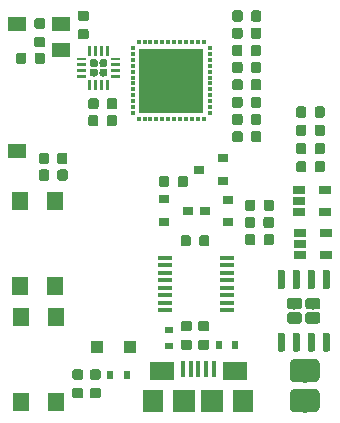
<source format=gbr>
G04 #@! TF.GenerationSoftware,KiCad,Pcbnew,(5.0.1)-3*
G04 #@! TF.CreationDate,2019-12-25T14:02:51-05:00*
G04 #@! TF.ProjectId,SmartWatch,536D61727457617463682E6B69636164,rev?*
G04 #@! TF.SameCoordinates,Original*
G04 #@! TF.FileFunction,Paste,Top*
G04 #@! TF.FilePolarity,Positive*
%FSLAX46Y46*%
G04 Gerber Fmt 4.6, Leading zero omitted, Abs format (unit mm)*
G04 Created by KiCad (PCBNEW (5.0.1)-3) date 12/25/2019 2:02:51 PM*
%MOMM*%
%LPD*%
G01*
G04 APERTURE LIST*
%ADD10C,0.100000*%
%ADD11C,0.875000*%
%ADD12R,0.350000X0.450000*%
%ADD13R,0.450000X0.350000*%
%ADD14R,5.400000X5.400000*%
%ADD15C,2.000000*%
%ADD16R,1.100000X1.100000*%
%ADD17R,0.600000X0.700000*%
%ADD18R,0.700000X0.600000*%
%ADD19C,0.970000*%
%ADD20C,0.600000*%
%ADD21R,1.200000X0.400000*%
%ADD22R,0.900000X0.800000*%
%ADD23R,1.060000X0.650000*%
%ADD24R,0.400000X1.350000*%
%ADD25R,2.100000X1.600000*%
%ADD26R,1.800000X1.900000*%
%ADD27R,1.900000X1.900000*%
%ADD28R,1.500000X1.200000*%
%ADD29C,0.250000*%
%ADD30C,0.640000*%
%ADD31R,1.400000X1.600000*%
G04 APERTURE END LIST*
D10*
G04 #@! TO.C,U12*
G36*
X145634660Y-93361540D02*
X145634660Y-95271540D01*
X143724660Y-95271540D01*
X143724660Y-93361540D01*
X145634660Y-93361540D01*
G37*
G36*
X145634660Y-90661540D02*
X145634660Y-92571540D01*
X143724660Y-92571540D01*
X143724660Y-90661540D01*
X145634660Y-90661540D01*
G37*
G36*
X142934660Y-90661540D02*
X142934660Y-92571540D01*
X141024660Y-92571540D01*
X141024660Y-90661540D01*
X142934660Y-90661540D01*
G37*
G36*
X142934660Y-93361540D02*
X142934660Y-95271540D01*
X141024660Y-95271540D01*
X141024660Y-93361540D01*
X142934660Y-93361540D01*
G37*
G04 #@! TD*
G04 #@! TO.C,C5*
G36*
X156145491Y-95157053D02*
X156166726Y-95160203D01*
X156187550Y-95165419D01*
X156207762Y-95172651D01*
X156227168Y-95181830D01*
X156245581Y-95192866D01*
X156262824Y-95205654D01*
X156278730Y-95220070D01*
X156293146Y-95235976D01*
X156305934Y-95253219D01*
X156316970Y-95271632D01*
X156326149Y-95291038D01*
X156333381Y-95311250D01*
X156338597Y-95332074D01*
X156341747Y-95353309D01*
X156342800Y-95374750D01*
X156342800Y-95887250D01*
X156341747Y-95908691D01*
X156338597Y-95929926D01*
X156333381Y-95950750D01*
X156326149Y-95970962D01*
X156316970Y-95990368D01*
X156305934Y-96008781D01*
X156293146Y-96026024D01*
X156278730Y-96041930D01*
X156262824Y-96056346D01*
X156245581Y-96069134D01*
X156227168Y-96080170D01*
X156207762Y-96089349D01*
X156187550Y-96096581D01*
X156166726Y-96101797D01*
X156145491Y-96104947D01*
X156124050Y-96106000D01*
X155686550Y-96106000D01*
X155665109Y-96104947D01*
X155643874Y-96101797D01*
X155623050Y-96096581D01*
X155602838Y-96089349D01*
X155583432Y-96080170D01*
X155565019Y-96069134D01*
X155547776Y-96056346D01*
X155531870Y-96041930D01*
X155517454Y-96026024D01*
X155504666Y-96008781D01*
X155493630Y-95990368D01*
X155484451Y-95970962D01*
X155477219Y-95950750D01*
X155472003Y-95929926D01*
X155468853Y-95908691D01*
X155467800Y-95887250D01*
X155467800Y-95374750D01*
X155468853Y-95353309D01*
X155472003Y-95332074D01*
X155477219Y-95311250D01*
X155484451Y-95291038D01*
X155493630Y-95271632D01*
X155504666Y-95253219D01*
X155517454Y-95235976D01*
X155531870Y-95220070D01*
X155547776Y-95205654D01*
X155565019Y-95192866D01*
X155583432Y-95181830D01*
X155602838Y-95172651D01*
X155623050Y-95165419D01*
X155643874Y-95160203D01*
X155665109Y-95157053D01*
X155686550Y-95156000D01*
X156124050Y-95156000D01*
X156145491Y-95157053D01*
X156145491Y-95157053D01*
G37*
D11*
X155905300Y-95631000D03*
D10*
G36*
X154570491Y-95157053D02*
X154591726Y-95160203D01*
X154612550Y-95165419D01*
X154632762Y-95172651D01*
X154652168Y-95181830D01*
X154670581Y-95192866D01*
X154687824Y-95205654D01*
X154703730Y-95220070D01*
X154718146Y-95235976D01*
X154730934Y-95253219D01*
X154741970Y-95271632D01*
X154751149Y-95291038D01*
X154758381Y-95311250D01*
X154763597Y-95332074D01*
X154766747Y-95353309D01*
X154767800Y-95374750D01*
X154767800Y-95887250D01*
X154766747Y-95908691D01*
X154763597Y-95929926D01*
X154758381Y-95950750D01*
X154751149Y-95970962D01*
X154741970Y-95990368D01*
X154730934Y-96008781D01*
X154718146Y-96026024D01*
X154703730Y-96041930D01*
X154687824Y-96056346D01*
X154670581Y-96069134D01*
X154652168Y-96080170D01*
X154632762Y-96089349D01*
X154612550Y-96096581D01*
X154591726Y-96101797D01*
X154570491Y-96104947D01*
X154549050Y-96106000D01*
X154111550Y-96106000D01*
X154090109Y-96104947D01*
X154068874Y-96101797D01*
X154048050Y-96096581D01*
X154027838Y-96089349D01*
X154008432Y-96080170D01*
X153990019Y-96069134D01*
X153972776Y-96056346D01*
X153956870Y-96041930D01*
X153942454Y-96026024D01*
X153929666Y-96008781D01*
X153918630Y-95990368D01*
X153909451Y-95970962D01*
X153902219Y-95950750D01*
X153897003Y-95929926D01*
X153893853Y-95908691D01*
X153892800Y-95887250D01*
X153892800Y-95374750D01*
X153893853Y-95353309D01*
X153897003Y-95332074D01*
X153902219Y-95311250D01*
X153909451Y-95291038D01*
X153918630Y-95271632D01*
X153929666Y-95253219D01*
X153942454Y-95235976D01*
X153956870Y-95220070D01*
X153972776Y-95205654D01*
X153990019Y-95192866D01*
X154008432Y-95181830D01*
X154027838Y-95172651D01*
X154048050Y-95165419D01*
X154068874Y-95160203D01*
X154090109Y-95157053D01*
X154111550Y-95156000D01*
X154549050Y-95156000D01*
X154570491Y-95157053D01*
X154570491Y-95157053D01*
G37*
D11*
X154330300Y-95631000D03*
G04 #@! TD*
D10*
G04 #@! TO.C,R11*
G36*
X156145491Y-96706453D02*
X156166726Y-96709603D01*
X156187550Y-96714819D01*
X156207762Y-96722051D01*
X156227168Y-96731230D01*
X156245581Y-96742266D01*
X156262824Y-96755054D01*
X156278730Y-96769470D01*
X156293146Y-96785376D01*
X156305934Y-96802619D01*
X156316970Y-96821032D01*
X156326149Y-96840438D01*
X156333381Y-96860650D01*
X156338597Y-96881474D01*
X156341747Y-96902709D01*
X156342800Y-96924150D01*
X156342800Y-97436650D01*
X156341747Y-97458091D01*
X156338597Y-97479326D01*
X156333381Y-97500150D01*
X156326149Y-97520362D01*
X156316970Y-97539768D01*
X156305934Y-97558181D01*
X156293146Y-97575424D01*
X156278730Y-97591330D01*
X156262824Y-97605746D01*
X156245581Y-97618534D01*
X156227168Y-97629570D01*
X156207762Y-97638749D01*
X156187550Y-97645981D01*
X156166726Y-97651197D01*
X156145491Y-97654347D01*
X156124050Y-97655400D01*
X155686550Y-97655400D01*
X155665109Y-97654347D01*
X155643874Y-97651197D01*
X155623050Y-97645981D01*
X155602838Y-97638749D01*
X155583432Y-97629570D01*
X155565019Y-97618534D01*
X155547776Y-97605746D01*
X155531870Y-97591330D01*
X155517454Y-97575424D01*
X155504666Y-97558181D01*
X155493630Y-97539768D01*
X155484451Y-97520362D01*
X155477219Y-97500150D01*
X155472003Y-97479326D01*
X155468853Y-97458091D01*
X155467800Y-97436650D01*
X155467800Y-96924150D01*
X155468853Y-96902709D01*
X155472003Y-96881474D01*
X155477219Y-96860650D01*
X155484451Y-96840438D01*
X155493630Y-96821032D01*
X155504666Y-96802619D01*
X155517454Y-96785376D01*
X155531870Y-96769470D01*
X155547776Y-96755054D01*
X155565019Y-96742266D01*
X155583432Y-96731230D01*
X155602838Y-96722051D01*
X155623050Y-96714819D01*
X155643874Y-96709603D01*
X155665109Y-96706453D01*
X155686550Y-96705400D01*
X156124050Y-96705400D01*
X156145491Y-96706453D01*
X156145491Y-96706453D01*
G37*
D11*
X155905300Y-97180400D03*
D10*
G36*
X154570491Y-96706453D02*
X154591726Y-96709603D01*
X154612550Y-96714819D01*
X154632762Y-96722051D01*
X154652168Y-96731230D01*
X154670581Y-96742266D01*
X154687824Y-96755054D01*
X154703730Y-96769470D01*
X154718146Y-96785376D01*
X154730934Y-96802619D01*
X154741970Y-96821032D01*
X154751149Y-96840438D01*
X154758381Y-96860650D01*
X154763597Y-96881474D01*
X154766747Y-96902709D01*
X154767800Y-96924150D01*
X154767800Y-97436650D01*
X154766747Y-97458091D01*
X154763597Y-97479326D01*
X154758381Y-97500150D01*
X154751149Y-97520362D01*
X154741970Y-97539768D01*
X154730934Y-97558181D01*
X154718146Y-97575424D01*
X154703730Y-97591330D01*
X154687824Y-97605746D01*
X154670581Y-97618534D01*
X154652168Y-97629570D01*
X154632762Y-97638749D01*
X154612550Y-97645981D01*
X154591726Y-97651197D01*
X154570491Y-97654347D01*
X154549050Y-97655400D01*
X154111550Y-97655400D01*
X154090109Y-97654347D01*
X154068874Y-97651197D01*
X154048050Y-97645981D01*
X154027838Y-97638749D01*
X154008432Y-97629570D01*
X153990019Y-97618534D01*
X153972776Y-97605746D01*
X153956870Y-97591330D01*
X153942454Y-97575424D01*
X153929666Y-97558181D01*
X153918630Y-97539768D01*
X153909451Y-97520362D01*
X153902219Y-97500150D01*
X153897003Y-97479326D01*
X153893853Y-97458091D01*
X153892800Y-97436650D01*
X153892800Y-96924150D01*
X153893853Y-96902709D01*
X153897003Y-96881474D01*
X153902219Y-96860650D01*
X153909451Y-96840438D01*
X153918630Y-96821032D01*
X153929666Y-96802619D01*
X153942454Y-96785376D01*
X153956870Y-96769470D01*
X153972776Y-96755054D01*
X153990019Y-96742266D01*
X154008432Y-96731230D01*
X154027838Y-96722051D01*
X154048050Y-96714819D01*
X154068874Y-96709603D01*
X154090109Y-96706453D01*
X154111550Y-96705400D01*
X154549050Y-96705400D01*
X154570491Y-96706453D01*
X154570491Y-96706453D01*
G37*
D11*
X154330300Y-97180400D03*
G04 #@! TD*
D10*
G04 #@! TO.C,R6*
G36*
X156145491Y-98255853D02*
X156166726Y-98259003D01*
X156187550Y-98264219D01*
X156207762Y-98271451D01*
X156227168Y-98280630D01*
X156245581Y-98291666D01*
X156262824Y-98304454D01*
X156278730Y-98318870D01*
X156293146Y-98334776D01*
X156305934Y-98352019D01*
X156316970Y-98370432D01*
X156326149Y-98389838D01*
X156333381Y-98410050D01*
X156338597Y-98430874D01*
X156341747Y-98452109D01*
X156342800Y-98473550D01*
X156342800Y-98986050D01*
X156341747Y-99007491D01*
X156338597Y-99028726D01*
X156333381Y-99049550D01*
X156326149Y-99069762D01*
X156316970Y-99089168D01*
X156305934Y-99107581D01*
X156293146Y-99124824D01*
X156278730Y-99140730D01*
X156262824Y-99155146D01*
X156245581Y-99167934D01*
X156227168Y-99178970D01*
X156207762Y-99188149D01*
X156187550Y-99195381D01*
X156166726Y-99200597D01*
X156145491Y-99203747D01*
X156124050Y-99204800D01*
X155686550Y-99204800D01*
X155665109Y-99203747D01*
X155643874Y-99200597D01*
X155623050Y-99195381D01*
X155602838Y-99188149D01*
X155583432Y-99178970D01*
X155565019Y-99167934D01*
X155547776Y-99155146D01*
X155531870Y-99140730D01*
X155517454Y-99124824D01*
X155504666Y-99107581D01*
X155493630Y-99089168D01*
X155484451Y-99069762D01*
X155477219Y-99049550D01*
X155472003Y-99028726D01*
X155468853Y-99007491D01*
X155467800Y-98986050D01*
X155467800Y-98473550D01*
X155468853Y-98452109D01*
X155472003Y-98430874D01*
X155477219Y-98410050D01*
X155484451Y-98389838D01*
X155493630Y-98370432D01*
X155504666Y-98352019D01*
X155517454Y-98334776D01*
X155531870Y-98318870D01*
X155547776Y-98304454D01*
X155565019Y-98291666D01*
X155583432Y-98280630D01*
X155602838Y-98271451D01*
X155623050Y-98264219D01*
X155643874Y-98259003D01*
X155665109Y-98255853D01*
X155686550Y-98254800D01*
X156124050Y-98254800D01*
X156145491Y-98255853D01*
X156145491Y-98255853D01*
G37*
D11*
X155905300Y-98729800D03*
D10*
G36*
X154570491Y-98255853D02*
X154591726Y-98259003D01*
X154612550Y-98264219D01*
X154632762Y-98271451D01*
X154652168Y-98280630D01*
X154670581Y-98291666D01*
X154687824Y-98304454D01*
X154703730Y-98318870D01*
X154718146Y-98334776D01*
X154730934Y-98352019D01*
X154741970Y-98370432D01*
X154751149Y-98389838D01*
X154758381Y-98410050D01*
X154763597Y-98430874D01*
X154766747Y-98452109D01*
X154767800Y-98473550D01*
X154767800Y-98986050D01*
X154766747Y-99007491D01*
X154763597Y-99028726D01*
X154758381Y-99049550D01*
X154751149Y-99069762D01*
X154741970Y-99089168D01*
X154730934Y-99107581D01*
X154718146Y-99124824D01*
X154703730Y-99140730D01*
X154687824Y-99155146D01*
X154670581Y-99167934D01*
X154652168Y-99178970D01*
X154632762Y-99188149D01*
X154612550Y-99195381D01*
X154591726Y-99200597D01*
X154570491Y-99203747D01*
X154549050Y-99204800D01*
X154111550Y-99204800D01*
X154090109Y-99203747D01*
X154068874Y-99200597D01*
X154048050Y-99195381D01*
X154027838Y-99188149D01*
X154008432Y-99178970D01*
X153990019Y-99167934D01*
X153972776Y-99155146D01*
X153956870Y-99140730D01*
X153942454Y-99124824D01*
X153929666Y-99107581D01*
X153918630Y-99089168D01*
X153909451Y-99069762D01*
X153902219Y-99049550D01*
X153897003Y-99028726D01*
X153893853Y-99007491D01*
X153892800Y-98986050D01*
X153892800Y-98473550D01*
X153893853Y-98452109D01*
X153897003Y-98430874D01*
X153902219Y-98410050D01*
X153909451Y-98389838D01*
X153918630Y-98370432D01*
X153929666Y-98352019D01*
X153942454Y-98334776D01*
X153956870Y-98318870D01*
X153972776Y-98304454D01*
X153990019Y-98291666D01*
X154008432Y-98280630D01*
X154027838Y-98271451D01*
X154048050Y-98264219D01*
X154068874Y-98259003D01*
X154090109Y-98255853D01*
X154111550Y-98254800D01*
X154549050Y-98254800D01*
X154570491Y-98255853D01*
X154570491Y-98255853D01*
G37*
D11*
X154330300Y-98729800D03*
G04 #@! TD*
D12*
G04 #@! TO.C,U12*
X146079660Y-89701540D03*
X145579660Y-89701540D03*
X145079660Y-89701540D03*
X144579660Y-89701540D03*
X144079660Y-89701540D03*
X143579660Y-89701540D03*
X143079660Y-89701540D03*
X142579660Y-89701540D03*
X142079660Y-89701540D03*
X141579660Y-89701540D03*
X141079660Y-89701540D03*
X140579660Y-89701540D03*
D13*
X140064660Y-90216540D03*
X140064660Y-90716540D03*
X140064660Y-91216540D03*
X140064660Y-91716540D03*
X140064660Y-92216540D03*
X140064660Y-92716540D03*
X140064660Y-93216540D03*
X140064660Y-93716540D03*
X140064660Y-94216540D03*
X140064660Y-94716540D03*
X140064660Y-95216540D03*
X140064660Y-95716540D03*
D12*
X140579660Y-96231540D03*
X141079660Y-96231540D03*
X141579660Y-96231540D03*
X142079660Y-96231540D03*
X142579660Y-96231540D03*
X143079660Y-96231540D03*
X143579660Y-96231540D03*
X144079660Y-96231540D03*
X144579660Y-96231540D03*
X145079660Y-96231540D03*
X145579660Y-96231540D03*
X146079660Y-96231540D03*
D13*
X146594660Y-95716540D03*
X146594660Y-95216540D03*
X146594660Y-94716540D03*
X146594660Y-94216540D03*
X146594660Y-93716540D03*
X146594660Y-93216540D03*
X146594660Y-92716540D03*
X146594660Y-92216540D03*
X146594660Y-91716540D03*
X146594660Y-91216540D03*
X146594660Y-90716540D03*
X146594660Y-90216540D03*
D14*
X143329660Y-92966540D03*
G04 #@! TD*
D10*
G04 #@! TO.C,J2*
G36*
X155451669Y-116520588D02*
X155500205Y-116527787D01*
X155547802Y-116539710D01*
X155594002Y-116556240D01*
X155638358Y-116577219D01*
X155680445Y-116602445D01*
X155719857Y-116631675D01*
X155756213Y-116664627D01*
X155789165Y-116700983D01*
X155818395Y-116740395D01*
X155843621Y-116782482D01*
X155864600Y-116826838D01*
X155881130Y-116873038D01*
X155893053Y-116920635D01*
X155900252Y-116969171D01*
X155902660Y-117018180D01*
X155902660Y-118018180D01*
X155900252Y-118067189D01*
X155893053Y-118115725D01*
X155881130Y-118163322D01*
X155864600Y-118209522D01*
X155843621Y-118253878D01*
X155818395Y-118295965D01*
X155789165Y-118335377D01*
X155756213Y-118371733D01*
X155719857Y-118404685D01*
X155680445Y-118433915D01*
X155638358Y-118459141D01*
X155594002Y-118480120D01*
X155547802Y-118496650D01*
X155500205Y-118508573D01*
X155451669Y-118515772D01*
X155402660Y-118518180D01*
X153862660Y-118518180D01*
X153813651Y-118515772D01*
X153765115Y-118508573D01*
X153717518Y-118496650D01*
X153671318Y-118480120D01*
X153626962Y-118459141D01*
X153584875Y-118433915D01*
X153545463Y-118404685D01*
X153509107Y-118371733D01*
X153476155Y-118335377D01*
X153446925Y-118295965D01*
X153421699Y-118253878D01*
X153400720Y-118209522D01*
X153384190Y-118163322D01*
X153372267Y-118115725D01*
X153365068Y-118067189D01*
X153362660Y-118018180D01*
X153362660Y-117018180D01*
X153365068Y-116969171D01*
X153372267Y-116920635D01*
X153384190Y-116873038D01*
X153400720Y-116826838D01*
X153421699Y-116782482D01*
X153446925Y-116740395D01*
X153476155Y-116700983D01*
X153509107Y-116664627D01*
X153545463Y-116631675D01*
X153584875Y-116602445D01*
X153626962Y-116577219D01*
X153671318Y-116556240D01*
X153717518Y-116539710D01*
X153765115Y-116527787D01*
X153813651Y-116520588D01*
X153862660Y-116518180D01*
X155402660Y-116518180D01*
X155451669Y-116520588D01*
X155451669Y-116520588D01*
G37*
D15*
X154632660Y-117518180D03*
D10*
G36*
X155451669Y-119060588D02*
X155500205Y-119067787D01*
X155547802Y-119079710D01*
X155594002Y-119096240D01*
X155638358Y-119117219D01*
X155680445Y-119142445D01*
X155719857Y-119171675D01*
X155756213Y-119204627D01*
X155789165Y-119240983D01*
X155818395Y-119280395D01*
X155843621Y-119322482D01*
X155864600Y-119366838D01*
X155881130Y-119413038D01*
X155893053Y-119460635D01*
X155900252Y-119509171D01*
X155902660Y-119558180D01*
X155902660Y-120558180D01*
X155900252Y-120607189D01*
X155893053Y-120655725D01*
X155881130Y-120703322D01*
X155864600Y-120749522D01*
X155843621Y-120793878D01*
X155818395Y-120835965D01*
X155789165Y-120875377D01*
X155756213Y-120911733D01*
X155719857Y-120944685D01*
X155680445Y-120973915D01*
X155638358Y-120999141D01*
X155594002Y-121020120D01*
X155547802Y-121036650D01*
X155500205Y-121048573D01*
X155451669Y-121055772D01*
X155402660Y-121058180D01*
X153862660Y-121058180D01*
X153813651Y-121055772D01*
X153765115Y-121048573D01*
X153717518Y-121036650D01*
X153671318Y-121020120D01*
X153626962Y-120999141D01*
X153584875Y-120973915D01*
X153545463Y-120944685D01*
X153509107Y-120911733D01*
X153476155Y-120875377D01*
X153446925Y-120835965D01*
X153421699Y-120793878D01*
X153400720Y-120749522D01*
X153384190Y-120703322D01*
X153372267Y-120655725D01*
X153365068Y-120607189D01*
X153362660Y-120558180D01*
X153362660Y-119558180D01*
X153365068Y-119509171D01*
X153372267Y-119460635D01*
X153384190Y-119413038D01*
X153400720Y-119366838D01*
X153421699Y-119322482D01*
X153446925Y-119280395D01*
X153476155Y-119240983D01*
X153509107Y-119204627D01*
X153545463Y-119171675D01*
X153584875Y-119142445D01*
X153626962Y-119117219D01*
X153671318Y-119096240D01*
X153717518Y-119079710D01*
X153765115Y-119067787D01*
X153813651Y-119060588D01*
X153862660Y-119058180D01*
X155402660Y-119058180D01*
X155451669Y-119060588D01*
X155451669Y-119060588D01*
G37*
D15*
X154632660Y-120058180D03*
G04 #@! TD*
D10*
G04 #@! TO.C,C1*
G36*
X154588271Y-99792553D02*
X154609506Y-99795703D01*
X154630330Y-99800919D01*
X154650542Y-99808151D01*
X154669948Y-99817330D01*
X154688361Y-99828366D01*
X154705604Y-99841154D01*
X154721510Y-99855570D01*
X154735926Y-99871476D01*
X154748714Y-99888719D01*
X154759750Y-99907132D01*
X154768929Y-99926538D01*
X154776161Y-99946750D01*
X154781377Y-99967574D01*
X154784527Y-99988809D01*
X154785580Y-100010250D01*
X154785580Y-100522750D01*
X154784527Y-100544191D01*
X154781377Y-100565426D01*
X154776161Y-100586250D01*
X154768929Y-100606462D01*
X154759750Y-100625868D01*
X154748714Y-100644281D01*
X154735926Y-100661524D01*
X154721510Y-100677430D01*
X154705604Y-100691846D01*
X154688361Y-100704634D01*
X154669948Y-100715670D01*
X154650542Y-100724849D01*
X154630330Y-100732081D01*
X154609506Y-100737297D01*
X154588271Y-100740447D01*
X154566830Y-100741500D01*
X154129330Y-100741500D01*
X154107889Y-100740447D01*
X154086654Y-100737297D01*
X154065830Y-100732081D01*
X154045618Y-100724849D01*
X154026212Y-100715670D01*
X154007799Y-100704634D01*
X153990556Y-100691846D01*
X153974650Y-100677430D01*
X153960234Y-100661524D01*
X153947446Y-100644281D01*
X153936410Y-100625868D01*
X153927231Y-100606462D01*
X153919999Y-100586250D01*
X153914783Y-100565426D01*
X153911633Y-100544191D01*
X153910580Y-100522750D01*
X153910580Y-100010250D01*
X153911633Y-99988809D01*
X153914783Y-99967574D01*
X153919999Y-99946750D01*
X153927231Y-99926538D01*
X153936410Y-99907132D01*
X153947446Y-99888719D01*
X153960234Y-99871476D01*
X153974650Y-99855570D01*
X153990556Y-99841154D01*
X154007799Y-99828366D01*
X154026212Y-99817330D01*
X154045618Y-99808151D01*
X154065830Y-99800919D01*
X154086654Y-99795703D01*
X154107889Y-99792553D01*
X154129330Y-99791500D01*
X154566830Y-99791500D01*
X154588271Y-99792553D01*
X154588271Y-99792553D01*
G37*
D11*
X154348080Y-100266500D03*
D10*
G36*
X156163271Y-99792553D02*
X156184506Y-99795703D01*
X156205330Y-99800919D01*
X156225542Y-99808151D01*
X156244948Y-99817330D01*
X156263361Y-99828366D01*
X156280604Y-99841154D01*
X156296510Y-99855570D01*
X156310926Y-99871476D01*
X156323714Y-99888719D01*
X156334750Y-99907132D01*
X156343929Y-99926538D01*
X156351161Y-99946750D01*
X156356377Y-99967574D01*
X156359527Y-99988809D01*
X156360580Y-100010250D01*
X156360580Y-100522750D01*
X156359527Y-100544191D01*
X156356377Y-100565426D01*
X156351161Y-100586250D01*
X156343929Y-100606462D01*
X156334750Y-100625868D01*
X156323714Y-100644281D01*
X156310926Y-100661524D01*
X156296510Y-100677430D01*
X156280604Y-100691846D01*
X156263361Y-100704634D01*
X156244948Y-100715670D01*
X156225542Y-100724849D01*
X156205330Y-100732081D01*
X156184506Y-100737297D01*
X156163271Y-100740447D01*
X156141830Y-100741500D01*
X155704330Y-100741500D01*
X155682889Y-100740447D01*
X155661654Y-100737297D01*
X155640830Y-100732081D01*
X155620618Y-100724849D01*
X155601212Y-100715670D01*
X155582799Y-100704634D01*
X155565556Y-100691846D01*
X155549650Y-100677430D01*
X155535234Y-100661524D01*
X155522446Y-100644281D01*
X155511410Y-100625868D01*
X155502231Y-100606462D01*
X155494999Y-100586250D01*
X155489783Y-100565426D01*
X155486633Y-100544191D01*
X155485580Y-100522750D01*
X155485580Y-100010250D01*
X155486633Y-99988809D01*
X155489783Y-99967574D01*
X155494999Y-99946750D01*
X155502231Y-99926538D01*
X155511410Y-99907132D01*
X155522446Y-99888719D01*
X155535234Y-99871476D01*
X155549650Y-99855570D01*
X155565556Y-99841154D01*
X155582799Y-99828366D01*
X155601212Y-99817330D01*
X155620618Y-99808151D01*
X155640830Y-99800919D01*
X155661654Y-99795703D01*
X155682889Y-99792553D01*
X155704330Y-99791500D01*
X156141830Y-99791500D01*
X156163271Y-99792553D01*
X156163271Y-99792553D01*
G37*
D11*
X155923080Y-100266500D03*
G04 #@! TD*
D10*
G04 #@! TO.C,C13*
G36*
X132479611Y-89271373D02*
X132500846Y-89274523D01*
X132521670Y-89279739D01*
X132541882Y-89286971D01*
X132561288Y-89296150D01*
X132579701Y-89307186D01*
X132596944Y-89319974D01*
X132612850Y-89334390D01*
X132627266Y-89350296D01*
X132640054Y-89367539D01*
X132651090Y-89385952D01*
X132660269Y-89405358D01*
X132667501Y-89425570D01*
X132672717Y-89446394D01*
X132675867Y-89467629D01*
X132676920Y-89489070D01*
X132676920Y-89926570D01*
X132675867Y-89948011D01*
X132672717Y-89969246D01*
X132667501Y-89990070D01*
X132660269Y-90010282D01*
X132651090Y-90029688D01*
X132640054Y-90048101D01*
X132627266Y-90065344D01*
X132612850Y-90081250D01*
X132596944Y-90095666D01*
X132579701Y-90108454D01*
X132561288Y-90119490D01*
X132541882Y-90128669D01*
X132521670Y-90135901D01*
X132500846Y-90141117D01*
X132479611Y-90144267D01*
X132458170Y-90145320D01*
X131945670Y-90145320D01*
X131924229Y-90144267D01*
X131902994Y-90141117D01*
X131882170Y-90135901D01*
X131861958Y-90128669D01*
X131842552Y-90119490D01*
X131824139Y-90108454D01*
X131806896Y-90095666D01*
X131790990Y-90081250D01*
X131776574Y-90065344D01*
X131763786Y-90048101D01*
X131752750Y-90029688D01*
X131743571Y-90010282D01*
X131736339Y-89990070D01*
X131731123Y-89969246D01*
X131727973Y-89948011D01*
X131726920Y-89926570D01*
X131726920Y-89489070D01*
X131727973Y-89467629D01*
X131731123Y-89446394D01*
X131736339Y-89425570D01*
X131743571Y-89405358D01*
X131752750Y-89385952D01*
X131763786Y-89367539D01*
X131776574Y-89350296D01*
X131790990Y-89334390D01*
X131806896Y-89319974D01*
X131824139Y-89307186D01*
X131842552Y-89296150D01*
X131861958Y-89286971D01*
X131882170Y-89279739D01*
X131902994Y-89274523D01*
X131924229Y-89271373D01*
X131945670Y-89270320D01*
X132458170Y-89270320D01*
X132479611Y-89271373D01*
X132479611Y-89271373D01*
G37*
D11*
X132201920Y-89707820D03*
D10*
G36*
X132479611Y-87696373D02*
X132500846Y-87699523D01*
X132521670Y-87704739D01*
X132541882Y-87711971D01*
X132561288Y-87721150D01*
X132579701Y-87732186D01*
X132596944Y-87744974D01*
X132612850Y-87759390D01*
X132627266Y-87775296D01*
X132640054Y-87792539D01*
X132651090Y-87810952D01*
X132660269Y-87830358D01*
X132667501Y-87850570D01*
X132672717Y-87871394D01*
X132675867Y-87892629D01*
X132676920Y-87914070D01*
X132676920Y-88351570D01*
X132675867Y-88373011D01*
X132672717Y-88394246D01*
X132667501Y-88415070D01*
X132660269Y-88435282D01*
X132651090Y-88454688D01*
X132640054Y-88473101D01*
X132627266Y-88490344D01*
X132612850Y-88506250D01*
X132596944Y-88520666D01*
X132579701Y-88533454D01*
X132561288Y-88544490D01*
X132541882Y-88553669D01*
X132521670Y-88560901D01*
X132500846Y-88566117D01*
X132479611Y-88569267D01*
X132458170Y-88570320D01*
X131945670Y-88570320D01*
X131924229Y-88569267D01*
X131902994Y-88566117D01*
X131882170Y-88560901D01*
X131861958Y-88553669D01*
X131842552Y-88544490D01*
X131824139Y-88533454D01*
X131806896Y-88520666D01*
X131790990Y-88506250D01*
X131776574Y-88490344D01*
X131763786Y-88473101D01*
X131752750Y-88454688D01*
X131743571Y-88435282D01*
X131736339Y-88415070D01*
X131731123Y-88394246D01*
X131727973Y-88373011D01*
X131726920Y-88351570D01*
X131726920Y-87914070D01*
X131727973Y-87892629D01*
X131731123Y-87871394D01*
X131736339Y-87850570D01*
X131743571Y-87830358D01*
X131752750Y-87810952D01*
X131763786Y-87792539D01*
X131776574Y-87775296D01*
X131790990Y-87759390D01*
X131806896Y-87744974D01*
X131824139Y-87732186D01*
X131842552Y-87721150D01*
X131861958Y-87711971D01*
X131882170Y-87704739D01*
X131902994Y-87699523D01*
X131924229Y-87696373D01*
X131945670Y-87695320D01*
X132458170Y-87695320D01*
X132479611Y-87696373D01*
X132479611Y-87696373D01*
G37*
D11*
X132201920Y-88132820D03*
G04 #@! TD*
D10*
G04 #@! TO.C,C12*
G36*
X132452371Y-90595213D02*
X132473606Y-90598363D01*
X132494430Y-90603579D01*
X132514642Y-90610811D01*
X132534048Y-90619990D01*
X132552461Y-90631026D01*
X132569704Y-90643814D01*
X132585610Y-90658230D01*
X132600026Y-90674136D01*
X132612814Y-90691379D01*
X132623850Y-90709792D01*
X132633029Y-90729198D01*
X132640261Y-90749410D01*
X132645477Y-90770234D01*
X132648627Y-90791469D01*
X132649680Y-90812910D01*
X132649680Y-91325410D01*
X132648627Y-91346851D01*
X132645477Y-91368086D01*
X132640261Y-91388910D01*
X132633029Y-91409122D01*
X132623850Y-91428528D01*
X132612814Y-91446941D01*
X132600026Y-91464184D01*
X132585610Y-91480090D01*
X132569704Y-91494506D01*
X132552461Y-91507294D01*
X132534048Y-91518330D01*
X132514642Y-91527509D01*
X132494430Y-91534741D01*
X132473606Y-91539957D01*
X132452371Y-91543107D01*
X132430930Y-91544160D01*
X131993430Y-91544160D01*
X131971989Y-91543107D01*
X131950754Y-91539957D01*
X131929930Y-91534741D01*
X131909718Y-91527509D01*
X131890312Y-91518330D01*
X131871899Y-91507294D01*
X131854656Y-91494506D01*
X131838750Y-91480090D01*
X131824334Y-91464184D01*
X131811546Y-91446941D01*
X131800510Y-91428528D01*
X131791331Y-91409122D01*
X131784099Y-91388910D01*
X131778883Y-91368086D01*
X131775733Y-91346851D01*
X131774680Y-91325410D01*
X131774680Y-90812910D01*
X131775733Y-90791469D01*
X131778883Y-90770234D01*
X131784099Y-90749410D01*
X131791331Y-90729198D01*
X131800510Y-90709792D01*
X131811546Y-90691379D01*
X131824334Y-90674136D01*
X131838750Y-90658230D01*
X131854656Y-90643814D01*
X131871899Y-90631026D01*
X131890312Y-90619990D01*
X131909718Y-90610811D01*
X131929930Y-90603579D01*
X131950754Y-90598363D01*
X131971989Y-90595213D01*
X131993430Y-90594160D01*
X132430930Y-90594160D01*
X132452371Y-90595213D01*
X132452371Y-90595213D01*
G37*
D11*
X132212180Y-91069160D03*
D10*
G36*
X130877371Y-90595213D02*
X130898606Y-90598363D01*
X130919430Y-90603579D01*
X130939642Y-90610811D01*
X130959048Y-90619990D01*
X130977461Y-90631026D01*
X130994704Y-90643814D01*
X131010610Y-90658230D01*
X131025026Y-90674136D01*
X131037814Y-90691379D01*
X131048850Y-90709792D01*
X131058029Y-90729198D01*
X131065261Y-90749410D01*
X131070477Y-90770234D01*
X131073627Y-90791469D01*
X131074680Y-90812910D01*
X131074680Y-91325410D01*
X131073627Y-91346851D01*
X131070477Y-91368086D01*
X131065261Y-91388910D01*
X131058029Y-91409122D01*
X131048850Y-91428528D01*
X131037814Y-91446941D01*
X131025026Y-91464184D01*
X131010610Y-91480090D01*
X130994704Y-91494506D01*
X130977461Y-91507294D01*
X130959048Y-91518330D01*
X130939642Y-91527509D01*
X130919430Y-91534741D01*
X130898606Y-91539957D01*
X130877371Y-91543107D01*
X130855930Y-91544160D01*
X130418430Y-91544160D01*
X130396989Y-91543107D01*
X130375754Y-91539957D01*
X130354930Y-91534741D01*
X130334718Y-91527509D01*
X130315312Y-91518330D01*
X130296899Y-91507294D01*
X130279656Y-91494506D01*
X130263750Y-91480090D01*
X130249334Y-91464184D01*
X130236546Y-91446941D01*
X130225510Y-91428528D01*
X130216331Y-91409122D01*
X130209099Y-91388910D01*
X130203883Y-91368086D01*
X130200733Y-91346851D01*
X130199680Y-91325410D01*
X130199680Y-90812910D01*
X130200733Y-90791469D01*
X130203883Y-90770234D01*
X130209099Y-90749410D01*
X130216331Y-90729198D01*
X130225510Y-90709792D01*
X130236546Y-90691379D01*
X130249334Y-90674136D01*
X130263750Y-90658230D01*
X130279656Y-90643814D01*
X130296899Y-90631026D01*
X130315312Y-90619990D01*
X130334718Y-90610811D01*
X130354930Y-90603579D01*
X130375754Y-90598363D01*
X130396989Y-90595213D01*
X130418430Y-90594160D01*
X130855930Y-90594160D01*
X130877371Y-90595213D01*
X130877371Y-90595213D01*
G37*
D11*
X130637180Y-91069160D03*
G04 #@! TD*
D10*
G04 #@! TO.C,C11*
G36*
X149178071Y-95789513D02*
X149199306Y-95792663D01*
X149220130Y-95797879D01*
X149240342Y-95805111D01*
X149259748Y-95814290D01*
X149278161Y-95825326D01*
X149295404Y-95838114D01*
X149311310Y-95852530D01*
X149325726Y-95868436D01*
X149338514Y-95885679D01*
X149349550Y-95904092D01*
X149358729Y-95923498D01*
X149365961Y-95943710D01*
X149371177Y-95964534D01*
X149374327Y-95985769D01*
X149375380Y-96007210D01*
X149375380Y-96519710D01*
X149374327Y-96541151D01*
X149371177Y-96562386D01*
X149365961Y-96583210D01*
X149358729Y-96603422D01*
X149349550Y-96622828D01*
X149338514Y-96641241D01*
X149325726Y-96658484D01*
X149311310Y-96674390D01*
X149295404Y-96688806D01*
X149278161Y-96701594D01*
X149259748Y-96712630D01*
X149240342Y-96721809D01*
X149220130Y-96729041D01*
X149199306Y-96734257D01*
X149178071Y-96737407D01*
X149156630Y-96738460D01*
X148719130Y-96738460D01*
X148697689Y-96737407D01*
X148676454Y-96734257D01*
X148655630Y-96729041D01*
X148635418Y-96721809D01*
X148616012Y-96712630D01*
X148597599Y-96701594D01*
X148580356Y-96688806D01*
X148564450Y-96674390D01*
X148550034Y-96658484D01*
X148537246Y-96641241D01*
X148526210Y-96622828D01*
X148517031Y-96603422D01*
X148509799Y-96583210D01*
X148504583Y-96562386D01*
X148501433Y-96541151D01*
X148500380Y-96519710D01*
X148500380Y-96007210D01*
X148501433Y-95985769D01*
X148504583Y-95964534D01*
X148509799Y-95943710D01*
X148517031Y-95923498D01*
X148526210Y-95904092D01*
X148537246Y-95885679D01*
X148550034Y-95868436D01*
X148564450Y-95852530D01*
X148580356Y-95838114D01*
X148597599Y-95825326D01*
X148616012Y-95814290D01*
X148635418Y-95805111D01*
X148655630Y-95797879D01*
X148676454Y-95792663D01*
X148697689Y-95789513D01*
X148719130Y-95788460D01*
X149156630Y-95788460D01*
X149178071Y-95789513D01*
X149178071Y-95789513D01*
G37*
D11*
X148937880Y-96263460D03*
D10*
G36*
X150753071Y-95789513D02*
X150774306Y-95792663D01*
X150795130Y-95797879D01*
X150815342Y-95805111D01*
X150834748Y-95814290D01*
X150853161Y-95825326D01*
X150870404Y-95838114D01*
X150886310Y-95852530D01*
X150900726Y-95868436D01*
X150913514Y-95885679D01*
X150924550Y-95904092D01*
X150933729Y-95923498D01*
X150940961Y-95943710D01*
X150946177Y-95964534D01*
X150949327Y-95985769D01*
X150950380Y-96007210D01*
X150950380Y-96519710D01*
X150949327Y-96541151D01*
X150946177Y-96562386D01*
X150940961Y-96583210D01*
X150933729Y-96603422D01*
X150924550Y-96622828D01*
X150913514Y-96641241D01*
X150900726Y-96658484D01*
X150886310Y-96674390D01*
X150870404Y-96688806D01*
X150853161Y-96701594D01*
X150834748Y-96712630D01*
X150815342Y-96721809D01*
X150795130Y-96729041D01*
X150774306Y-96734257D01*
X150753071Y-96737407D01*
X150731630Y-96738460D01*
X150294130Y-96738460D01*
X150272689Y-96737407D01*
X150251454Y-96734257D01*
X150230630Y-96729041D01*
X150210418Y-96721809D01*
X150191012Y-96712630D01*
X150172599Y-96701594D01*
X150155356Y-96688806D01*
X150139450Y-96674390D01*
X150125034Y-96658484D01*
X150112246Y-96641241D01*
X150101210Y-96622828D01*
X150092031Y-96603422D01*
X150084799Y-96583210D01*
X150079583Y-96562386D01*
X150076433Y-96541151D01*
X150075380Y-96519710D01*
X150075380Y-96007210D01*
X150076433Y-95985769D01*
X150079583Y-95964534D01*
X150084799Y-95943710D01*
X150092031Y-95923498D01*
X150101210Y-95904092D01*
X150112246Y-95885679D01*
X150125034Y-95868436D01*
X150139450Y-95852530D01*
X150155356Y-95838114D01*
X150172599Y-95825326D01*
X150191012Y-95814290D01*
X150210418Y-95805111D01*
X150230630Y-95797879D01*
X150251454Y-95792663D01*
X150272689Y-95789513D01*
X150294130Y-95788460D01*
X150731630Y-95788460D01*
X150753071Y-95789513D01*
X150753071Y-95789513D01*
G37*
D11*
X150512880Y-96263460D03*
G04 #@! TD*
D10*
G04 #@! TO.C,C9*
G36*
X149185691Y-87029053D02*
X149206926Y-87032203D01*
X149227750Y-87037419D01*
X149247962Y-87044651D01*
X149267368Y-87053830D01*
X149285781Y-87064866D01*
X149303024Y-87077654D01*
X149318930Y-87092070D01*
X149333346Y-87107976D01*
X149346134Y-87125219D01*
X149357170Y-87143632D01*
X149366349Y-87163038D01*
X149373581Y-87183250D01*
X149378797Y-87204074D01*
X149381947Y-87225309D01*
X149383000Y-87246750D01*
X149383000Y-87759250D01*
X149381947Y-87780691D01*
X149378797Y-87801926D01*
X149373581Y-87822750D01*
X149366349Y-87842962D01*
X149357170Y-87862368D01*
X149346134Y-87880781D01*
X149333346Y-87898024D01*
X149318930Y-87913930D01*
X149303024Y-87928346D01*
X149285781Y-87941134D01*
X149267368Y-87952170D01*
X149247962Y-87961349D01*
X149227750Y-87968581D01*
X149206926Y-87973797D01*
X149185691Y-87976947D01*
X149164250Y-87978000D01*
X148726750Y-87978000D01*
X148705309Y-87976947D01*
X148684074Y-87973797D01*
X148663250Y-87968581D01*
X148643038Y-87961349D01*
X148623632Y-87952170D01*
X148605219Y-87941134D01*
X148587976Y-87928346D01*
X148572070Y-87913930D01*
X148557654Y-87898024D01*
X148544866Y-87880781D01*
X148533830Y-87862368D01*
X148524651Y-87842962D01*
X148517419Y-87822750D01*
X148512203Y-87801926D01*
X148509053Y-87780691D01*
X148508000Y-87759250D01*
X148508000Y-87246750D01*
X148509053Y-87225309D01*
X148512203Y-87204074D01*
X148517419Y-87183250D01*
X148524651Y-87163038D01*
X148533830Y-87143632D01*
X148544866Y-87125219D01*
X148557654Y-87107976D01*
X148572070Y-87092070D01*
X148587976Y-87077654D01*
X148605219Y-87064866D01*
X148623632Y-87053830D01*
X148643038Y-87044651D01*
X148663250Y-87037419D01*
X148684074Y-87032203D01*
X148705309Y-87029053D01*
X148726750Y-87028000D01*
X149164250Y-87028000D01*
X149185691Y-87029053D01*
X149185691Y-87029053D01*
G37*
D11*
X148945500Y-87503000D03*
D10*
G36*
X150760691Y-87029053D02*
X150781926Y-87032203D01*
X150802750Y-87037419D01*
X150822962Y-87044651D01*
X150842368Y-87053830D01*
X150860781Y-87064866D01*
X150878024Y-87077654D01*
X150893930Y-87092070D01*
X150908346Y-87107976D01*
X150921134Y-87125219D01*
X150932170Y-87143632D01*
X150941349Y-87163038D01*
X150948581Y-87183250D01*
X150953797Y-87204074D01*
X150956947Y-87225309D01*
X150958000Y-87246750D01*
X150958000Y-87759250D01*
X150956947Y-87780691D01*
X150953797Y-87801926D01*
X150948581Y-87822750D01*
X150941349Y-87842962D01*
X150932170Y-87862368D01*
X150921134Y-87880781D01*
X150908346Y-87898024D01*
X150893930Y-87913930D01*
X150878024Y-87928346D01*
X150860781Y-87941134D01*
X150842368Y-87952170D01*
X150822962Y-87961349D01*
X150802750Y-87968581D01*
X150781926Y-87973797D01*
X150760691Y-87976947D01*
X150739250Y-87978000D01*
X150301750Y-87978000D01*
X150280309Y-87976947D01*
X150259074Y-87973797D01*
X150238250Y-87968581D01*
X150218038Y-87961349D01*
X150198632Y-87952170D01*
X150180219Y-87941134D01*
X150162976Y-87928346D01*
X150147070Y-87913930D01*
X150132654Y-87898024D01*
X150119866Y-87880781D01*
X150108830Y-87862368D01*
X150099651Y-87842962D01*
X150092419Y-87822750D01*
X150087203Y-87801926D01*
X150084053Y-87780691D01*
X150083000Y-87759250D01*
X150083000Y-87246750D01*
X150084053Y-87225309D01*
X150087203Y-87204074D01*
X150092419Y-87183250D01*
X150099651Y-87163038D01*
X150108830Y-87143632D01*
X150119866Y-87125219D01*
X150132654Y-87107976D01*
X150147070Y-87092070D01*
X150162976Y-87077654D01*
X150180219Y-87064866D01*
X150198632Y-87053830D01*
X150218038Y-87044651D01*
X150238250Y-87037419D01*
X150259074Y-87032203D01*
X150280309Y-87029053D01*
X150301750Y-87028000D01*
X150739250Y-87028000D01*
X150760691Y-87029053D01*
X150760691Y-87029053D01*
G37*
D11*
X150520500Y-87503000D03*
G04 #@! TD*
D10*
G04 #@! TO.C,C7*
G36*
X137183691Y-117416913D02*
X137204926Y-117420063D01*
X137225750Y-117425279D01*
X137245962Y-117432511D01*
X137265368Y-117441690D01*
X137283781Y-117452726D01*
X137301024Y-117465514D01*
X137316930Y-117479930D01*
X137331346Y-117495836D01*
X137344134Y-117513079D01*
X137355170Y-117531492D01*
X137364349Y-117550898D01*
X137371581Y-117571110D01*
X137376797Y-117591934D01*
X137379947Y-117613169D01*
X137381000Y-117634610D01*
X137381000Y-118072110D01*
X137379947Y-118093551D01*
X137376797Y-118114786D01*
X137371581Y-118135610D01*
X137364349Y-118155822D01*
X137355170Y-118175228D01*
X137344134Y-118193641D01*
X137331346Y-118210884D01*
X137316930Y-118226790D01*
X137301024Y-118241206D01*
X137283781Y-118253994D01*
X137265368Y-118265030D01*
X137245962Y-118274209D01*
X137225750Y-118281441D01*
X137204926Y-118286657D01*
X137183691Y-118289807D01*
X137162250Y-118290860D01*
X136649750Y-118290860D01*
X136628309Y-118289807D01*
X136607074Y-118286657D01*
X136586250Y-118281441D01*
X136566038Y-118274209D01*
X136546632Y-118265030D01*
X136528219Y-118253994D01*
X136510976Y-118241206D01*
X136495070Y-118226790D01*
X136480654Y-118210884D01*
X136467866Y-118193641D01*
X136456830Y-118175228D01*
X136447651Y-118155822D01*
X136440419Y-118135610D01*
X136435203Y-118114786D01*
X136432053Y-118093551D01*
X136431000Y-118072110D01*
X136431000Y-117634610D01*
X136432053Y-117613169D01*
X136435203Y-117591934D01*
X136440419Y-117571110D01*
X136447651Y-117550898D01*
X136456830Y-117531492D01*
X136467866Y-117513079D01*
X136480654Y-117495836D01*
X136495070Y-117479930D01*
X136510976Y-117465514D01*
X136528219Y-117452726D01*
X136546632Y-117441690D01*
X136566038Y-117432511D01*
X136586250Y-117425279D01*
X136607074Y-117420063D01*
X136628309Y-117416913D01*
X136649750Y-117415860D01*
X137162250Y-117415860D01*
X137183691Y-117416913D01*
X137183691Y-117416913D01*
G37*
D11*
X136906000Y-117853360D03*
D10*
G36*
X137183691Y-118991913D02*
X137204926Y-118995063D01*
X137225750Y-119000279D01*
X137245962Y-119007511D01*
X137265368Y-119016690D01*
X137283781Y-119027726D01*
X137301024Y-119040514D01*
X137316930Y-119054930D01*
X137331346Y-119070836D01*
X137344134Y-119088079D01*
X137355170Y-119106492D01*
X137364349Y-119125898D01*
X137371581Y-119146110D01*
X137376797Y-119166934D01*
X137379947Y-119188169D01*
X137381000Y-119209610D01*
X137381000Y-119647110D01*
X137379947Y-119668551D01*
X137376797Y-119689786D01*
X137371581Y-119710610D01*
X137364349Y-119730822D01*
X137355170Y-119750228D01*
X137344134Y-119768641D01*
X137331346Y-119785884D01*
X137316930Y-119801790D01*
X137301024Y-119816206D01*
X137283781Y-119828994D01*
X137265368Y-119840030D01*
X137245962Y-119849209D01*
X137225750Y-119856441D01*
X137204926Y-119861657D01*
X137183691Y-119864807D01*
X137162250Y-119865860D01*
X136649750Y-119865860D01*
X136628309Y-119864807D01*
X136607074Y-119861657D01*
X136586250Y-119856441D01*
X136566038Y-119849209D01*
X136546632Y-119840030D01*
X136528219Y-119828994D01*
X136510976Y-119816206D01*
X136495070Y-119801790D01*
X136480654Y-119785884D01*
X136467866Y-119768641D01*
X136456830Y-119750228D01*
X136447651Y-119730822D01*
X136440419Y-119710610D01*
X136435203Y-119689786D01*
X136432053Y-119668551D01*
X136431000Y-119647110D01*
X136431000Y-119209610D01*
X136432053Y-119188169D01*
X136435203Y-119166934D01*
X136440419Y-119146110D01*
X136447651Y-119125898D01*
X136456830Y-119106492D01*
X136467866Y-119088079D01*
X136480654Y-119070836D01*
X136495070Y-119054930D01*
X136510976Y-119040514D01*
X136528219Y-119027726D01*
X136546632Y-119016690D01*
X136566038Y-119007511D01*
X136586250Y-119000279D01*
X136607074Y-118995063D01*
X136628309Y-118991913D01*
X136649750Y-118990860D01*
X137162250Y-118990860D01*
X137183691Y-118991913D01*
X137183691Y-118991913D01*
G37*
D11*
X136906000Y-119428360D03*
G04 #@! TD*
D10*
G04 #@! TO.C,C6*
G36*
X132779831Y-99088973D02*
X132801066Y-99092123D01*
X132821890Y-99097339D01*
X132842102Y-99104571D01*
X132861508Y-99113750D01*
X132879921Y-99124786D01*
X132897164Y-99137574D01*
X132913070Y-99151990D01*
X132927486Y-99167896D01*
X132940274Y-99185139D01*
X132951310Y-99203552D01*
X132960489Y-99222958D01*
X132967721Y-99243170D01*
X132972937Y-99263994D01*
X132976087Y-99285229D01*
X132977140Y-99306670D01*
X132977140Y-99819170D01*
X132976087Y-99840611D01*
X132972937Y-99861846D01*
X132967721Y-99882670D01*
X132960489Y-99902882D01*
X132951310Y-99922288D01*
X132940274Y-99940701D01*
X132927486Y-99957944D01*
X132913070Y-99973850D01*
X132897164Y-99988266D01*
X132879921Y-100001054D01*
X132861508Y-100012090D01*
X132842102Y-100021269D01*
X132821890Y-100028501D01*
X132801066Y-100033717D01*
X132779831Y-100036867D01*
X132758390Y-100037920D01*
X132320890Y-100037920D01*
X132299449Y-100036867D01*
X132278214Y-100033717D01*
X132257390Y-100028501D01*
X132237178Y-100021269D01*
X132217772Y-100012090D01*
X132199359Y-100001054D01*
X132182116Y-99988266D01*
X132166210Y-99973850D01*
X132151794Y-99957944D01*
X132139006Y-99940701D01*
X132127970Y-99922288D01*
X132118791Y-99902882D01*
X132111559Y-99882670D01*
X132106343Y-99861846D01*
X132103193Y-99840611D01*
X132102140Y-99819170D01*
X132102140Y-99306670D01*
X132103193Y-99285229D01*
X132106343Y-99263994D01*
X132111559Y-99243170D01*
X132118791Y-99222958D01*
X132127970Y-99203552D01*
X132139006Y-99185139D01*
X132151794Y-99167896D01*
X132166210Y-99151990D01*
X132182116Y-99137574D01*
X132199359Y-99124786D01*
X132217772Y-99113750D01*
X132237178Y-99104571D01*
X132257390Y-99097339D01*
X132278214Y-99092123D01*
X132299449Y-99088973D01*
X132320890Y-99087920D01*
X132758390Y-99087920D01*
X132779831Y-99088973D01*
X132779831Y-99088973D01*
G37*
D11*
X132539640Y-99562920D03*
D10*
G36*
X134354831Y-99088973D02*
X134376066Y-99092123D01*
X134396890Y-99097339D01*
X134417102Y-99104571D01*
X134436508Y-99113750D01*
X134454921Y-99124786D01*
X134472164Y-99137574D01*
X134488070Y-99151990D01*
X134502486Y-99167896D01*
X134515274Y-99185139D01*
X134526310Y-99203552D01*
X134535489Y-99222958D01*
X134542721Y-99243170D01*
X134547937Y-99263994D01*
X134551087Y-99285229D01*
X134552140Y-99306670D01*
X134552140Y-99819170D01*
X134551087Y-99840611D01*
X134547937Y-99861846D01*
X134542721Y-99882670D01*
X134535489Y-99902882D01*
X134526310Y-99922288D01*
X134515274Y-99940701D01*
X134502486Y-99957944D01*
X134488070Y-99973850D01*
X134472164Y-99988266D01*
X134454921Y-100001054D01*
X134436508Y-100012090D01*
X134417102Y-100021269D01*
X134396890Y-100028501D01*
X134376066Y-100033717D01*
X134354831Y-100036867D01*
X134333390Y-100037920D01*
X133895890Y-100037920D01*
X133874449Y-100036867D01*
X133853214Y-100033717D01*
X133832390Y-100028501D01*
X133812178Y-100021269D01*
X133792772Y-100012090D01*
X133774359Y-100001054D01*
X133757116Y-99988266D01*
X133741210Y-99973850D01*
X133726794Y-99957944D01*
X133714006Y-99940701D01*
X133702970Y-99922288D01*
X133693791Y-99902882D01*
X133686559Y-99882670D01*
X133681343Y-99861846D01*
X133678193Y-99840611D01*
X133677140Y-99819170D01*
X133677140Y-99306670D01*
X133678193Y-99285229D01*
X133681343Y-99263994D01*
X133686559Y-99243170D01*
X133693791Y-99222958D01*
X133702970Y-99203552D01*
X133714006Y-99185139D01*
X133726794Y-99167896D01*
X133741210Y-99151990D01*
X133757116Y-99137574D01*
X133774359Y-99124786D01*
X133792772Y-99113750D01*
X133812178Y-99104571D01*
X133832390Y-99097339D01*
X133853214Y-99092123D01*
X133874449Y-99088973D01*
X133895890Y-99087920D01*
X134333390Y-99087920D01*
X134354831Y-99088973D01*
X134354831Y-99088973D01*
G37*
D11*
X134114640Y-99562920D03*
G04 #@! TD*
D10*
G04 #@! TO.C,C4*
G36*
X151835111Y-105959673D02*
X151856346Y-105962823D01*
X151877170Y-105968039D01*
X151897382Y-105975271D01*
X151916788Y-105984450D01*
X151935201Y-105995486D01*
X151952444Y-106008274D01*
X151968350Y-106022690D01*
X151982766Y-106038596D01*
X151995554Y-106055839D01*
X152006590Y-106074252D01*
X152015769Y-106093658D01*
X152023001Y-106113870D01*
X152028217Y-106134694D01*
X152031367Y-106155929D01*
X152032420Y-106177370D01*
X152032420Y-106689870D01*
X152031367Y-106711311D01*
X152028217Y-106732546D01*
X152023001Y-106753370D01*
X152015769Y-106773582D01*
X152006590Y-106792988D01*
X151995554Y-106811401D01*
X151982766Y-106828644D01*
X151968350Y-106844550D01*
X151952444Y-106858966D01*
X151935201Y-106871754D01*
X151916788Y-106882790D01*
X151897382Y-106891969D01*
X151877170Y-106899201D01*
X151856346Y-106904417D01*
X151835111Y-106907567D01*
X151813670Y-106908620D01*
X151376170Y-106908620D01*
X151354729Y-106907567D01*
X151333494Y-106904417D01*
X151312670Y-106899201D01*
X151292458Y-106891969D01*
X151273052Y-106882790D01*
X151254639Y-106871754D01*
X151237396Y-106858966D01*
X151221490Y-106844550D01*
X151207074Y-106828644D01*
X151194286Y-106811401D01*
X151183250Y-106792988D01*
X151174071Y-106773582D01*
X151166839Y-106753370D01*
X151161623Y-106732546D01*
X151158473Y-106711311D01*
X151157420Y-106689870D01*
X151157420Y-106177370D01*
X151158473Y-106155929D01*
X151161623Y-106134694D01*
X151166839Y-106113870D01*
X151174071Y-106093658D01*
X151183250Y-106074252D01*
X151194286Y-106055839D01*
X151207074Y-106038596D01*
X151221490Y-106022690D01*
X151237396Y-106008274D01*
X151254639Y-105995486D01*
X151273052Y-105984450D01*
X151292458Y-105975271D01*
X151312670Y-105968039D01*
X151333494Y-105962823D01*
X151354729Y-105959673D01*
X151376170Y-105958620D01*
X151813670Y-105958620D01*
X151835111Y-105959673D01*
X151835111Y-105959673D01*
G37*
D11*
X151594920Y-106433620D03*
D10*
G36*
X150260111Y-105959673D02*
X150281346Y-105962823D01*
X150302170Y-105968039D01*
X150322382Y-105975271D01*
X150341788Y-105984450D01*
X150360201Y-105995486D01*
X150377444Y-106008274D01*
X150393350Y-106022690D01*
X150407766Y-106038596D01*
X150420554Y-106055839D01*
X150431590Y-106074252D01*
X150440769Y-106093658D01*
X150448001Y-106113870D01*
X150453217Y-106134694D01*
X150456367Y-106155929D01*
X150457420Y-106177370D01*
X150457420Y-106689870D01*
X150456367Y-106711311D01*
X150453217Y-106732546D01*
X150448001Y-106753370D01*
X150440769Y-106773582D01*
X150431590Y-106792988D01*
X150420554Y-106811401D01*
X150407766Y-106828644D01*
X150393350Y-106844550D01*
X150377444Y-106858966D01*
X150360201Y-106871754D01*
X150341788Y-106882790D01*
X150322382Y-106891969D01*
X150302170Y-106899201D01*
X150281346Y-106904417D01*
X150260111Y-106907567D01*
X150238670Y-106908620D01*
X149801170Y-106908620D01*
X149779729Y-106907567D01*
X149758494Y-106904417D01*
X149737670Y-106899201D01*
X149717458Y-106891969D01*
X149698052Y-106882790D01*
X149679639Y-106871754D01*
X149662396Y-106858966D01*
X149646490Y-106844550D01*
X149632074Y-106828644D01*
X149619286Y-106811401D01*
X149608250Y-106792988D01*
X149599071Y-106773582D01*
X149591839Y-106753370D01*
X149586623Y-106732546D01*
X149583473Y-106711311D01*
X149582420Y-106689870D01*
X149582420Y-106177370D01*
X149583473Y-106155929D01*
X149586623Y-106134694D01*
X149591839Y-106113870D01*
X149599071Y-106093658D01*
X149608250Y-106074252D01*
X149619286Y-106055839D01*
X149632074Y-106038596D01*
X149646490Y-106022690D01*
X149662396Y-106008274D01*
X149679639Y-105995486D01*
X149698052Y-105984450D01*
X149717458Y-105975271D01*
X149737670Y-105968039D01*
X149758494Y-105962823D01*
X149779729Y-105959673D01*
X149801170Y-105958620D01*
X150238670Y-105958620D01*
X150260111Y-105959673D01*
X150260111Y-105959673D01*
G37*
D11*
X150019920Y-106433620D03*
G04 #@! TD*
D10*
G04 #@! TO.C,C3*
G36*
X150247311Y-104499173D02*
X150268546Y-104502323D01*
X150289370Y-104507539D01*
X150309582Y-104514771D01*
X150328988Y-104523950D01*
X150347401Y-104534986D01*
X150364644Y-104547774D01*
X150380550Y-104562190D01*
X150394966Y-104578096D01*
X150407754Y-104595339D01*
X150418790Y-104613752D01*
X150427969Y-104633158D01*
X150435201Y-104653370D01*
X150440417Y-104674194D01*
X150443567Y-104695429D01*
X150444620Y-104716870D01*
X150444620Y-105229370D01*
X150443567Y-105250811D01*
X150440417Y-105272046D01*
X150435201Y-105292870D01*
X150427969Y-105313082D01*
X150418790Y-105332488D01*
X150407754Y-105350901D01*
X150394966Y-105368144D01*
X150380550Y-105384050D01*
X150364644Y-105398466D01*
X150347401Y-105411254D01*
X150328988Y-105422290D01*
X150309582Y-105431469D01*
X150289370Y-105438701D01*
X150268546Y-105443917D01*
X150247311Y-105447067D01*
X150225870Y-105448120D01*
X149788370Y-105448120D01*
X149766929Y-105447067D01*
X149745694Y-105443917D01*
X149724870Y-105438701D01*
X149704658Y-105431469D01*
X149685252Y-105422290D01*
X149666839Y-105411254D01*
X149649596Y-105398466D01*
X149633690Y-105384050D01*
X149619274Y-105368144D01*
X149606486Y-105350901D01*
X149595450Y-105332488D01*
X149586271Y-105313082D01*
X149579039Y-105292870D01*
X149573823Y-105272046D01*
X149570673Y-105250811D01*
X149569620Y-105229370D01*
X149569620Y-104716870D01*
X149570673Y-104695429D01*
X149573823Y-104674194D01*
X149579039Y-104653370D01*
X149586271Y-104633158D01*
X149595450Y-104613752D01*
X149606486Y-104595339D01*
X149619274Y-104578096D01*
X149633690Y-104562190D01*
X149649596Y-104547774D01*
X149666839Y-104534986D01*
X149685252Y-104523950D01*
X149704658Y-104514771D01*
X149724870Y-104507539D01*
X149745694Y-104502323D01*
X149766929Y-104499173D01*
X149788370Y-104498120D01*
X150225870Y-104498120D01*
X150247311Y-104499173D01*
X150247311Y-104499173D01*
G37*
D11*
X150007120Y-104973120D03*
D10*
G36*
X151822311Y-104499173D02*
X151843546Y-104502323D01*
X151864370Y-104507539D01*
X151884582Y-104514771D01*
X151903988Y-104523950D01*
X151922401Y-104534986D01*
X151939644Y-104547774D01*
X151955550Y-104562190D01*
X151969966Y-104578096D01*
X151982754Y-104595339D01*
X151993790Y-104613752D01*
X152002969Y-104633158D01*
X152010201Y-104653370D01*
X152015417Y-104674194D01*
X152018567Y-104695429D01*
X152019620Y-104716870D01*
X152019620Y-105229370D01*
X152018567Y-105250811D01*
X152015417Y-105272046D01*
X152010201Y-105292870D01*
X152002969Y-105313082D01*
X151993790Y-105332488D01*
X151982754Y-105350901D01*
X151969966Y-105368144D01*
X151955550Y-105384050D01*
X151939644Y-105398466D01*
X151922401Y-105411254D01*
X151903988Y-105422290D01*
X151884582Y-105431469D01*
X151864370Y-105438701D01*
X151843546Y-105443917D01*
X151822311Y-105447067D01*
X151800870Y-105448120D01*
X151363370Y-105448120D01*
X151341929Y-105447067D01*
X151320694Y-105443917D01*
X151299870Y-105438701D01*
X151279658Y-105431469D01*
X151260252Y-105422290D01*
X151241839Y-105411254D01*
X151224596Y-105398466D01*
X151208690Y-105384050D01*
X151194274Y-105368144D01*
X151181486Y-105350901D01*
X151170450Y-105332488D01*
X151161271Y-105313082D01*
X151154039Y-105292870D01*
X151148823Y-105272046D01*
X151145673Y-105250811D01*
X151144620Y-105229370D01*
X151144620Y-104716870D01*
X151145673Y-104695429D01*
X151148823Y-104674194D01*
X151154039Y-104653370D01*
X151161271Y-104633158D01*
X151170450Y-104613752D01*
X151181486Y-104595339D01*
X151194274Y-104578096D01*
X151208690Y-104562190D01*
X151224596Y-104547774D01*
X151241839Y-104534986D01*
X151260252Y-104523950D01*
X151279658Y-104514771D01*
X151299870Y-104507539D01*
X151320694Y-104502323D01*
X151341929Y-104499173D01*
X151363370Y-104498120D01*
X151800870Y-104498120D01*
X151822311Y-104499173D01*
X151822311Y-104499173D01*
G37*
D11*
X151582120Y-104973120D03*
G04 #@! TD*
D10*
G04 #@! TO.C,C2*
G36*
X151830031Y-103041213D02*
X151851266Y-103044363D01*
X151872090Y-103049579D01*
X151892302Y-103056811D01*
X151911708Y-103065990D01*
X151930121Y-103077026D01*
X151947364Y-103089814D01*
X151963270Y-103104230D01*
X151977686Y-103120136D01*
X151990474Y-103137379D01*
X152001510Y-103155792D01*
X152010689Y-103175198D01*
X152017921Y-103195410D01*
X152023137Y-103216234D01*
X152026287Y-103237469D01*
X152027340Y-103258910D01*
X152027340Y-103771410D01*
X152026287Y-103792851D01*
X152023137Y-103814086D01*
X152017921Y-103834910D01*
X152010689Y-103855122D01*
X152001510Y-103874528D01*
X151990474Y-103892941D01*
X151977686Y-103910184D01*
X151963270Y-103926090D01*
X151947364Y-103940506D01*
X151930121Y-103953294D01*
X151911708Y-103964330D01*
X151892302Y-103973509D01*
X151872090Y-103980741D01*
X151851266Y-103985957D01*
X151830031Y-103989107D01*
X151808590Y-103990160D01*
X151371090Y-103990160D01*
X151349649Y-103989107D01*
X151328414Y-103985957D01*
X151307590Y-103980741D01*
X151287378Y-103973509D01*
X151267972Y-103964330D01*
X151249559Y-103953294D01*
X151232316Y-103940506D01*
X151216410Y-103926090D01*
X151201994Y-103910184D01*
X151189206Y-103892941D01*
X151178170Y-103874528D01*
X151168991Y-103855122D01*
X151161759Y-103834910D01*
X151156543Y-103814086D01*
X151153393Y-103792851D01*
X151152340Y-103771410D01*
X151152340Y-103258910D01*
X151153393Y-103237469D01*
X151156543Y-103216234D01*
X151161759Y-103195410D01*
X151168991Y-103175198D01*
X151178170Y-103155792D01*
X151189206Y-103137379D01*
X151201994Y-103120136D01*
X151216410Y-103104230D01*
X151232316Y-103089814D01*
X151249559Y-103077026D01*
X151267972Y-103065990D01*
X151287378Y-103056811D01*
X151307590Y-103049579D01*
X151328414Y-103044363D01*
X151349649Y-103041213D01*
X151371090Y-103040160D01*
X151808590Y-103040160D01*
X151830031Y-103041213D01*
X151830031Y-103041213D01*
G37*
D11*
X151589840Y-103515160D03*
D10*
G36*
X150255031Y-103041213D02*
X150276266Y-103044363D01*
X150297090Y-103049579D01*
X150317302Y-103056811D01*
X150336708Y-103065990D01*
X150355121Y-103077026D01*
X150372364Y-103089814D01*
X150388270Y-103104230D01*
X150402686Y-103120136D01*
X150415474Y-103137379D01*
X150426510Y-103155792D01*
X150435689Y-103175198D01*
X150442921Y-103195410D01*
X150448137Y-103216234D01*
X150451287Y-103237469D01*
X150452340Y-103258910D01*
X150452340Y-103771410D01*
X150451287Y-103792851D01*
X150448137Y-103814086D01*
X150442921Y-103834910D01*
X150435689Y-103855122D01*
X150426510Y-103874528D01*
X150415474Y-103892941D01*
X150402686Y-103910184D01*
X150388270Y-103926090D01*
X150372364Y-103940506D01*
X150355121Y-103953294D01*
X150336708Y-103964330D01*
X150317302Y-103973509D01*
X150297090Y-103980741D01*
X150276266Y-103985957D01*
X150255031Y-103989107D01*
X150233590Y-103990160D01*
X149796090Y-103990160D01*
X149774649Y-103989107D01*
X149753414Y-103985957D01*
X149732590Y-103980741D01*
X149712378Y-103973509D01*
X149692972Y-103964330D01*
X149674559Y-103953294D01*
X149657316Y-103940506D01*
X149641410Y-103926090D01*
X149626994Y-103910184D01*
X149614206Y-103892941D01*
X149603170Y-103874528D01*
X149593991Y-103855122D01*
X149586759Y-103834910D01*
X149581543Y-103814086D01*
X149578393Y-103792851D01*
X149577340Y-103771410D01*
X149577340Y-103258910D01*
X149578393Y-103237469D01*
X149581543Y-103216234D01*
X149586759Y-103195410D01*
X149593991Y-103175198D01*
X149603170Y-103155792D01*
X149614206Y-103137379D01*
X149626994Y-103120136D01*
X149641410Y-103104230D01*
X149657316Y-103089814D01*
X149674559Y-103077026D01*
X149692972Y-103065990D01*
X149712378Y-103056811D01*
X149732590Y-103049579D01*
X149753414Y-103044363D01*
X149774649Y-103041213D01*
X149796090Y-103040160D01*
X150233590Y-103040160D01*
X150255031Y-103041213D01*
X150255031Y-103041213D01*
G37*
D11*
X150014840Y-103515160D03*
G04 #@! TD*
D10*
G04 #@! TO.C,C10*
G36*
X150763131Y-97247473D02*
X150784366Y-97250623D01*
X150805190Y-97255839D01*
X150825402Y-97263071D01*
X150844808Y-97272250D01*
X150863221Y-97283286D01*
X150880464Y-97296074D01*
X150896370Y-97310490D01*
X150910786Y-97326396D01*
X150923574Y-97343639D01*
X150934610Y-97362052D01*
X150943789Y-97381458D01*
X150951021Y-97401670D01*
X150956237Y-97422494D01*
X150959387Y-97443729D01*
X150960440Y-97465170D01*
X150960440Y-97977670D01*
X150959387Y-97999111D01*
X150956237Y-98020346D01*
X150951021Y-98041170D01*
X150943789Y-98061382D01*
X150934610Y-98080788D01*
X150923574Y-98099201D01*
X150910786Y-98116444D01*
X150896370Y-98132350D01*
X150880464Y-98146766D01*
X150863221Y-98159554D01*
X150844808Y-98170590D01*
X150825402Y-98179769D01*
X150805190Y-98187001D01*
X150784366Y-98192217D01*
X150763131Y-98195367D01*
X150741690Y-98196420D01*
X150304190Y-98196420D01*
X150282749Y-98195367D01*
X150261514Y-98192217D01*
X150240690Y-98187001D01*
X150220478Y-98179769D01*
X150201072Y-98170590D01*
X150182659Y-98159554D01*
X150165416Y-98146766D01*
X150149510Y-98132350D01*
X150135094Y-98116444D01*
X150122306Y-98099201D01*
X150111270Y-98080788D01*
X150102091Y-98061382D01*
X150094859Y-98041170D01*
X150089643Y-98020346D01*
X150086493Y-97999111D01*
X150085440Y-97977670D01*
X150085440Y-97465170D01*
X150086493Y-97443729D01*
X150089643Y-97422494D01*
X150094859Y-97401670D01*
X150102091Y-97381458D01*
X150111270Y-97362052D01*
X150122306Y-97343639D01*
X150135094Y-97326396D01*
X150149510Y-97310490D01*
X150165416Y-97296074D01*
X150182659Y-97283286D01*
X150201072Y-97272250D01*
X150220478Y-97263071D01*
X150240690Y-97255839D01*
X150261514Y-97250623D01*
X150282749Y-97247473D01*
X150304190Y-97246420D01*
X150741690Y-97246420D01*
X150763131Y-97247473D01*
X150763131Y-97247473D01*
G37*
D11*
X150522940Y-97721420D03*
D10*
G36*
X149188131Y-97247473D02*
X149209366Y-97250623D01*
X149230190Y-97255839D01*
X149250402Y-97263071D01*
X149269808Y-97272250D01*
X149288221Y-97283286D01*
X149305464Y-97296074D01*
X149321370Y-97310490D01*
X149335786Y-97326396D01*
X149348574Y-97343639D01*
X149359610Y-97362052D01*
X149368789Y-97381458D01*
X149376021Y-97401670D01*
X149381237Y-97422494D01*
X149384387Y-97443729D01*
X149385440Y-97465170D01*
X149385440Y-97977670D01*
X149384387Y-97999111D01*
X149381237Y-98020346D01*
X149376021Y-98041170D01*
X149368789Y-98061382D01*
X149359610Y-98080788D01*
X149348574Y-98099201D01*
X149335786Y-98116444D01*
X149321370Y-98132350D01*
X149305464Y-98146766D01*
X149288221Y-98159554D01*
X149269808Y-98170590D01*
X149250402Y-98179769D01*
X149230190Y-98187001D01*
X149209366Y-98192217D01*
X149188131Y-98195367D01*
X149166690Y-98196420D01*
X148729190Y-98196420D01*
X148707749Y-98195367D01*
X148686514Y-98192217D01*
X148665690Y-98187001D01*
X148645478Y-98179769D01*
X148626072Y-98170590D01*
X148607659Y-98159554D01*
X148590416Y-98146766D01*
X148574510Y-98132350D01*
X148560094Y-98116444D01*
X148547306Y-98099201D01*
X148536270Y-98080788D01*
X148527091Y-98061382D01*
X148519859Y-98041170D01*
X148514643Y-98020346D01*
X148511493Y-97999111D01*
X148510440Y-97977670D01*
X148510440Y-97465170D01*
X148511493Y-97443729D01*
X148514643Y-97422494D01*
X148519859Y-97401670D01*
X148527091Y-97381458D01*
X148536270Y-97362052D01*
X148547306Y-97343639D01*
X148560094Y-97326396D01*
X148574510Y-97310490D01*
X148590416Y-97296074D01*
X148607659Y-97283286D01*
X148626072Y-97272250D01*
X148645478Y-97263071D01*
X148665690Y-97255839D01*
X148686514Y-97250623D01*
X148707749Y-97247473D01*
X148729190Y-97246420D01*
X149166690Y-97246420D01*
X149188131Y-97247473D01*
X149188131Y-97247473D01*
G37*
D11*
X148947940Y-97721420D03*
G04 #@! TD*
D16*
G04 #@! TO.C,D2*
X137017300Y-115519200D03*
X139817300Y-115519200D03*
G04 #@! TD*
D17*
G04 #@! TO.C,D1*
X138149100Y-117858540D03*
X139549100Y-117858540D03*
G04 #@! TD*
D18*
G04 #@! TO.C,D3*
X143159480Y-115484704D03*
X143159480Y-114084704D03*
G04 #@! TD*
D17*
G04 #@! TO.C,D4*
X148764220Y-115349624D03*
X147364220Y-115349624D03*
G04 #@! TD*
D10*
G04 #@! TO.C,L1*
G36*
X136167691Y-88616053D02*
X136188926Y-88619203D01*
X136209750Y-88624419D01*
X136229962Y-88631651D01*
X136249368Y-88640830D01*
X136267781Y-88651866D01*
X136285024Y-88664654D01*
X136300930Y-88679070D01*
X136315346Y-88694976D01*
X136328134Y-88712219D01*
X136339170Y-88730632D01*
X136348349Y-88750038D01*
X136355581Y-88770250D01*
X136360797Y-88791074D01*
X136363947Y-88812309D01*
X136365000Y-88833750D01*
X136365000Y-89271250D01*
X136363947Y-89292691D01*
X136360797Y-89313926D01*
X136355581Y-89334750D01*
X136348349Y-89354962D01*
X136339170Y-89374368D01*
X136328134Y-89392781D01*
X136315346Y-89410024D01*
X136300930Y-89425930D01*
X136285024Y-89440346D01*
X136267781Y-89453134D01*
X136249368Y-89464170D01*
X136229962Y-89473349D01*
X136209750Y-89480581D01*
X136188926Y-89485797D01*
X136167691Y-89488947D01*
X136146250Y-89490000D01*
X135633750Y-89490000D01*
X135612309Y-89488947D01*
X135591074Y-89485797D01*
X135570250Y-89480581D01*
X135550038Y-89473349D01*
X135530632Y-89464170D01*
X135512219Y-89453134D01*
X135494976Y-89440346D01*
X135479070Y-89425930D01*
X135464654Y-89410024D01*
X135451866Y-89392781D01*
X135440830Y-89374368D01*
X135431651Y-89354962D01*
X135424419Y-89334750D01*
X135419203Y-89313926D01*
X135416053Y-89292691D01*
X135415000Y-89271250D01*
X135415000Y-88833750D01*
X135416053Y-88812309D01*
X135419203Y-88791074D01*
X135424419Y-88770250D01*
X135431651Y-88750038D01*
X135440830Y-88730632D01*
X135451866Y-88712219D01*
X135464654Y-88694976D01*
X135479070Y-88679070D01*
X135494976Y-88664654D01*
X135512219Y-88651866D01*
X135530632Y-88640830D01*
X135550038Y-88631651D01*
X135570250Y-88624419D01*
X135591074Y-88619203D01*
X135612309Y-88616053D01*
X135633750Y-88615000D01*
X136146250Y-88615000D01*
X136167691Y-88616053D01*
X136167691Y-88616053D01*
G37*
D11*
X135890000Y-89052500D03*
D10*
G36*
X136167691Y-87041053D02*
X136188926Y-87044203D01*
X136209750Y-87049419D01*
X136229962Y-87056651D01*
X136249368Y-87065830D01*
X136267781Y-87076866D01*
X136285024Y-87089654D01*
X136300930Y-87104070D01*
X136315346Y-87119976D01*
X136328134Y-87137219D01*
X136339170Y-87155632D01*
X136348349Y-87175038D01*
X136355581Y-87195250D01*
X136360797Y-87216074D01*
X136363947Y-87237309D01*
X136365000Y-87258750D01*
X136365000Y-87696250D01*
X136363947Y-87717691D01*
X136360797Y-87738926D01*
X136355581Y-87759750D01*
X136348349Y-87779962D01*
X136339170Y-87799368D01*
X136328134Y-87817781D01*
X136315346Y-87835024D01*
X136300930Y-87850930D01*
X136285024Y-87865346D01*
X136267781Y-87878134D01*
X136249368Y-87889170D01*
X136229962Y-87898349D01*
X136209750Y-87905581D01*
X136188926Y-87910797D01*
X136167691Y-87913947D01*
X136146250Y-87915000D01*
X135633750Y-87915000D01*
X135612309Y-87913947D01*
X135591074Y-87910797D01*
X135570250Y-87905581D01*
X135550038Y-87898349D01*
X135530632Y-87889170D01*
X135512219Y-87878134D01*
X135494976Y-87865346D01*
X135479070Y-87850930D01*
X135464654Y-87835024D01*
X135451866Y-87817781D01*
X135440830Y-87799368D01*
X135431651Y-87779962D01*
X135424419Y-87759750D01*
X135419203Y-87738926D01*
X135416053Y-87717691D01*
X135415000Y-87696250D01*
X135415000Y-87258750D01*
X135416053Y-87237309D01*
X135419203Y-87216074D01*
X135424419Y-87195250D01*
X135431651Y-87175038D01*
X135440830Y-87155632D01*
X135451866Y-87137219D01*
X135464654Y-87119976D01*
X135479070Y-87104070D01*
X135494976Y-87089654D01*
X135512219Y-87076866D01*
X135530632Y-87065830D01*
X135550038Y-87056651D01*
X135570250Y-87049419D01*
X135591074Y-87044203D01*
X135612309Y-87041053D01*
X135633750Y-87040000D01*
X136146250Y-87040000D01*
X136167691Y-87041053D01*
X136167691Y-87041053D01*
G37*
D11*
X135890000Y-87477500D03*
G04 #@! TD*
D10*
G04 #@! TO.C,U1*
G36*
X154175029Y-112577208D02*
X154198569Y-112580700D01*
X154221654Y-112586482D01*
X154244061Y-112594499D01*
X154265574Y-112604674D01*
X154285986Y-112616909D01*
X154305100Y-112631085D01*
X154322733Y-112647067D01*
X154338715Y-112664700D01*
X154352891Y-112683814D01*
X154365126Y-112704226D01*
X154375301Y-112725739D01*
X154383318Y-112748146D01*
X154389100Y-112771231D01*
X154392592Y-112794771D01*
X154393760Y-112818540D01*
X154393760Y-113303540D01*
X154392592Y-113327309D01*
X154389100Y-113350849D01*
X154383318Y-113373934D01*
X154375301Y-113396341D01*
X154365126Y-113417854D01*
X154352891Y-113438266D01*
X154338715Y-113457380D01*
X154322733Y-113475013D01*
X154305100Y-113490995D01*
X154285986Y-113505171D01*
X154265574Y-113517406D01*
X154244061Y-113527581D01*
X154221654Y-113535598D01*
X154198569Y-113541380D01*
X154175029Y-113544872D01*
X154151260Y-113546040D01*
X153386260Y-113546040D01*
X153362491Y-113544872D01*
X153338951Y-113541380D01*
X153315866Y-113535598D01*
X153293459Y-113527581D01*
X153271946Y-113517406D01*
X153251534Y-113505171D01*
X153232420Y-113490995D01*
X153214787Y-113475013D01*
X153198805Y-113457380D01*
X153184629Y-113438266D01*
X153172394Y-113417854D01*
X153162219Y-113396341D01*
X153154202Y-113373934D01*
X153148420Y-113350849D01*
X153144928Y-113327309D01*
X153143760Y-113303540D01*
X153143760Y-112818540D01*
X153144928Y-112794771D01*
X153148420Y-112771231D01*
X153154202Y-112748146D01*
X153162219Y-112725739D01*
X153172394Y-112704226D01*
X153184629Y-112683814D01*
X153198805Y-112664700D01*
X153214787Y-112647067D01*
X153232420Y-112631085D01*
X153251534Y-112616909D01*
X153271946Y-112604674D01*
X153293459Y-112594499D01*
X153315866Y-112586482D01*
X153338951Y-112580700D01*
X153362491Y-112577208D01*
X153386260Y-112576040D01*
X154151260Y-112576040D01*
X154175029Y-112577208D01*
X154175029Y-112577208D01*
G37*
D19*
X153768760Y-113061040D03*
D10*
G36*
X155725029Y-112577208D02*
X155748569Y-112580700D01*
X155771654Y-112586482D01*
X155794061Y-112594499D01*
X155815574Y-112604674D01*
X155835986Y-112616909D01*
X155855100Y-112631085D01*
X155872733Y-112647067D01*
X155888715Y-112664700D01*
X155902891Y-112683814D01*
X155915126Y-112704226D01*
X155925301Y-112725739D01*
X155933318Y-112748146D01*
X155939100Y-112771231D01*
X155942592Y-112794771D01*
X155943760Y-112818540D01*
X155943760Y-113303540D01*
X155942592Y-113327309D01*
X155939100Y-113350849D01*
X155933318Y-113373934D01*
X155925301Y-113396341D01*
X155915126Y-113417854D01*
X155902891Y-113438266D01*
X155888715Y-113457380D01*
X155872733Y-113475013D01*
X155855100Y-113490995D01*
X155835986Y-113505171D01*
X155815574Y-113517406D01*
X155794061Y-113527581D01*
X155771654Y-113535598D01*
X155748569Y-113541380D01*
X155725029Y-113544872D01*
X155701260Y-113546040D01*
X154936260Y-113546040D01*
X154912491Y-113544872D01*
X154888951Y-113541380D01*
X154865866Y-113535598D01*
X154843459Y-113527581D01*
X154821946Y-113517406D01*
X154801534Y-113505171D01*
X154782420Y-113490995D01*
X154764787Y-113475013D01*
X154748805Y-113457380D01*
X154734629Y-113438266D01*
X154722394Y-113417854D01*
X154712219Y-113396341D01*
X154704202Y-113373934D01*
X154698420Y-113350849D01*
X154694928Y-113327309D01*
X154693760Y-113303540D01*
X154693760Y-112818540D01*
X154694928Y-112794771D01*
X154698420Y-112771231D01*
X154704202Y-112748146D01*
X154712219Y-112725739D01*
X154722394Y-112704226D01*
X154734629Y-112683814D01*
X154748805Y-112664700D01*
X154764787Y-112647067D01*
X154782420Y-112631085D01*
X154801534Y-112616909D01*
X154821946Y-112604674D01*
X154843459Y-112594499D01*
X154865866Y-112586482D01*
X154888951Y-112580700D01*
X154912491Y-112577208D01*
X154936260Y-112576040D01*
X155701260Y-112576040D01*
X155725029Y-112577208D01*
X155725029Y-112577208D01*
G37*
D19*
X155318760Y-113061040D03*
D10*
G36*
X154175029Y-111377208D02*
X154198569Y-111380700D01*
X154221654Y-111386482D01*
X154244061Y-111394499D01*
X154265574Y-111404674D01*
X154285986Y-111416909D01*
X154305100Y-111431085D01*
X154322733Y-111447067D01*
X154338715Y-111464700D01*
X154352891Y-111483814D01*
X154365126Y-111504226D01*
X154375301Y-111525739D01*
X154383318Y-111548146D01*
X154389100Y-111571231D01*
X154392592Y-111594771D01*
X154393760Y-111618540D01*
X154393760Y-112103540D01*
X154392592Y-112127309D01*
X154389100Y-112150849D01*
X154383318Y-112173934D01*
X154375301Y-112196341D01*
X154365126Y-112217854D01*
X154352891Y-112238266D01*
X154338715Y-112257380D01*
X154322733Y-112275013D01*
X154305100Y-112290995D01*
X154285986Y-112305171D01*
X154265574Y-112317406D01*
X154244061Y-112327581D01*
X154221654Y-112335598D01*
X154198569Y-112341380D01*
X154175029Y-112344872D01*
X154151260Y-112346040D01*
X153386260Y-112346040D01*
X153362491Y-112344872D01*
X153338951Y-112341380D01*
X153315866Y-112335598D01*
X153293459Y-112327581D01*
X153271946Y-112317406D01*
X153251534Y-112305171D01*
X153232420Y-112290995D01*
X153214787Y-112275013D01*
X153198805Y-112257380D01*
X153184629Y-112238266D01*
X153172394Y-112217854D01*
X153162219Y-112196341D01*
X153154202Y-112173934D01*
X153148420Y-112150849D01*
X153144928Y-112127309D01*
X153143760Y-112103540D01*
X153143760Y-111618540D01*
X153144928Y-111594771D01*
X153148420Y-111571231D01*
X153154202Y-111548146D01*
X153162219Y-111525739D01*
X153172394Y-111504226D01*
X153184629Y-111483814D01*
X153198805Y-111464700D01*
X153214787Y-111447067D01*
X153232420Y-111431085D01*
X153251534Y-111416909D01*
X153271946Y-111404674D01*
X153293459Y-111394499D01*
X153315866Y-111386482D01*
X153338951Y-111380700D01*
X153362491Y-111377208D01*
X153386260Y-111376040D01*
X154151260Y-111376040D01*
X154175029Y-111377208D01*
X154175029Y-111377208D01*
G37*
D19*
X153768760Y-111861040D03*
D10*
G36*
X155725029Y-111377208D02*
X155748569Y-111380700D01*
X155771654Y-111386482D01*
X155794061Y-111394499D01*
X155815574Y-111404674D01*
X155835986Y-111416909D01*
X155855100Y-111431085D01*
X155872733Y-111447067D01*
X155888715Y-111464700D01*
X155902891Y-111483814D01*
X155915126Y-111504226D01*
X155925301Y-111525739D01*
X155933318Y-111548146D01*
X155939100Y-111571231D01*
X155942592Y-111594771D01*
X155943760Y-111618540D01*
X155943760Y-112103540D01*
X155942592Y-112127309D01*
X155939100Y-112150849D01*
X155933318Y-112173934D01*
X155925301Y-112196341D01*
X155915126Y-112217854D01*
X155902891Y-112238266D01*
X155888715Y-112257380D01*
X155872733Y-112275013D01*
X155855100Y-112290995D01*
X155835986Y-112305171D01*
X155815574Y-112317406D01*
X155794061Y-112327581D01*
X155771654Y-112335598D01*
X155748569Y-112341380D01*
X155725029Y-112344872D01*
X155701260Y-112346040D01*
X154936260Y-112346040D01*
X154912491Y-112344872D01*
X154888951Y-112341380D01*
X154865866Y-112335598D01*
X154843459Y-112327581D01*
X154821946Y-112317406D01*
X154801534Y-112305171D01*
X154782420Y-112290995D01*
X154764787Y-112275013D01*
X154748805Y-112257380D01*
X154734629Y-112238266D01*
X154722394Y-112217854D01*
X154712219Y-112196341D01*
X154704202Y-112173934D01*
X154698420Y-112150849D01*
X154694928Y-112127309D01*
X154693760Y-112103540D01*
X154693760Y-111618540D01*
X154694928Y-111594771D01*
X154698420Y-111571231D01*
X154704202Y-111548146D01*
X154712219Y-111525739D01*
X154722394Y-111504226D01*
X154734629Y-111483814D01*
X154748805Y-111464700D01*
X154764787Y-111447067D01*
X154782420Y-111431085D01*
X154801534Y-111416909D01*
X154821946Y-111404674D01*
X154843459Y-111394499D01*
X154865866Y-111386482D01*
X154888951Y-111380700D01*
X154912491Y-111377208D01*
X154936260Y-111376040D01*
X155701260Y-111376040D01*
X155725029Y-111377208D01*
X155725029Y-111377208D01*
G37*
D19*
X155318760Y-111861040D03*
D10*
G36*
X152803463Y-114311762D02*
X152818024Y-114313922D01*
X152832303Y-114317499D01*
X152846163Y-114322458D01*
X152859470Y-114328752D01*
X152872096Y-114336320D01*
X152883919Y-114345088D01*
X152894826Y-114354974D01*
X152904712Y-114365881D01*
X152913480Y-114377704D01*
X152921048Y-114390330D01*
X152927342Y-114403637D01*
X152932301Y-114417497D01*
X152935878Y-114431776D01*
X152938038Y-114446337D01*
X152938760Y-114461040D01*
X152938760Y-115761040D01*
X152938038Y-115775743D01*
X152935878Y-115790304D01*
X152932301Y-115804583D01*
X152927342Y-115818443D01*
X152921048Y-115831750D01*
X152913480Y-115844376D01*
X152904712Y-115856199D01*
X152894826Y-115867106D01*
X152883919Y-115876992D01*
X152872096Y-115885760D01*
X152859470Y-115893328D01*
X152846163Y-115899622D01*
X152832303Y-115904581D01*
X152818024Y-115908158D01*
X152803463Y-115910318D01*
X152788760Y-115911040D01*
X152488760Y-115911040D01*
X152474057Y-115910318D01*
X152459496Y-115908158D01*
X152445217Y-115904581D01*
X152431357Y-115899622D01*
X152418050Y-115893328D01*
X152405424Y-115885760D01*
X152393601Y-115876992D01*
X152382694Y-115867106D01*
X152372808Y-115856199D01*
X152364040Y-115844376D01*
X152356472Y-115831750D01*
X152350178Y-115818443D01*
X152345219Y-115804583D01*
X152341642Y-115790304D01*
X152339482Y-115775743D01*
X152338760Y-115761040D01*
X152338760Y-114461040D01*
X152339482Y-114446337D01*
X152341642Y-114431776D01*
X152345219Y-114417497D01*
X152350178Y-114403637D01*
X152356472Y-114390330D01*
X152364040Y-114377704D01*
X152372808Y-114365881D01*
X152382694Y-114354974D01*
X152393601Y-114345088D01*
X152405424Y-114336320D01*
X152418050Y-114328752D01*
X152431357Y-114322458D01*
X152445217Y-114317499D01*
X152459496Y-114313922D01*
X152474057Y-114311762D01*
X152488760Y-114311040D01*
X152788760Y-114311040D01*
X152803463Y-114311762D01*
X152803463Y-114311762D01*
G37*
D20*
X152638760Y-115111040D03*
D10*
G36*
X154073463Y-114311762D02*
X154088024Y-114313922D01*
X154102303Y-114317499D01*
X154116163Y-114322458D01*
X154129470Y-114328752D01*
X154142096Y-114336320D01*
X154153919Y-114345088D01*
X154164826Y-114354974D01*
X154174712Y-114365881D01*
X154183480Y-114377704D01*
X154191048Y-114390330D01*
X154197342Y-114403637D01*
X154202301Y-114417497D01*
X154205878Y-114431776D01*
X154208038Y-114446337D01*
X154208760Y-114461040D01*
X154208760Y-115761040D01*
X154208038Y-115775743D01*
X154205878Y-115790304D01*
X154202301Y-115804583D01*
X154197342Y-115818443D01*
X154191048Y-115831750D01*
X154183480Y-115844376D01*
X154174712Y-115856199D01*
X154164826Y-115867106D01*
X154153919Y-115876992D01*
X154142096Y-115885760D01*
X154129470Y-115893328D01*
X154116163Y-115899622D01*
X154102303Y-115904581D01*
X154088024Y-115908158D01*
X154073463Y-115910318D01*
X154058760Y-115911040D01*
X153758760Y-115911040D01*
X153744057Y-115910318D01*
X153729496Y-115908158D01*
X153715217Y-115904581D01*
X153701357Y-115899622D01*
X153688050Y-115893328D01*
X153675424Y-115885760D01*
X153663601Y-115876992D01*
X153652694Y-115867106D01*
X153642808Y-115856199D01*
X153634040Y-115844376D01*
X153626472Y-115831750D01*
X153620178Y-115818443D01*
X153615219Y-115804583D01*
X153611642Y-115790304D01*
X153609482Y-115775743D01*
X153608760Y-115761040D01*
X153608760Y-114461040D01*
X153609482Y-114446337D01*
X153611642Y-114431776D01*
X153615219Y-114417497D01*
X153620178Y-114403637D01*
X153626472Y-114390330D01*
X153634040Y-114377704D01*
X153642808Y-114365881D01*
X153652694Y-114354974D01*
X153663601Y-114345088D01*
X153675424Y-114336320D01*
X153688050Y-114328752D01*
X153701357Y-114322458D01*
X153715217Y-114317499D01*
X153729496Y-114313922D01*
X153744057Y-114311762D01*
X153758760Y-114311040D01*
X154058760Y-114311040D01*
X154073463Y-114311762D01*
X154073463Y-114311762D01*
G37*
D20*
X153908760Y-115111040D03*
D10*
G36*
X155343463Y-114311762D02*
X155358024Y-114313922D01*
X155372303Y-114317499D01*
X155386163Y-114322458D01*
X155399470Y-114328752D01*
X155412096Y-114336320D01*
X155423919Y-114345088D01*
X155434826Y-114354974D01*
X155444712Y-114365881D01*
X155453480Y-114377704D01*
X155461048Y-114390330D01*
X155467342Y-114403637D01*
X155472301Y-114417497D01*
X155475878Y-114431776D01*
X155478038Y-114446337D01*
X155478760Y-114461040D01*
X155478760Y-115761040D01*
X155478038Y-115775743D01*
X155475878Y-115790304D01*
X155472301Y-115804583D01*
X155467342Y-115818443D01*
X155461048Y-115831750D01*
X155453480Y-115844376D01*
X155444712Y-115856199D01*
X155434826Y-115867106D01*
X155423919Y-115876992D01*
X155412096Y-115885760D01*
X155399470Y-115893328D01*
X155386163Y-115899622D01*
X155372303Y-115904581D01*
X155358024Y-115908158D01*
X155343463Y-115910318D01*
X155328760Y-115911040D01*
X155028760Y-115911040D01*
X155014057Y-115910318D01*
X154999496Y-115908158D01*
X154985217Y-115904581D01*
X154971357Y-115899622D01*
X154958050Y-115893328D01*
X154945424Y-115885760D01*
X154933601Y-115876992D01*
X154922694Y-115867106D01*
X154912808Y-115856199D01*
X154904040Y-115844376D01*
X154896472Y-115831750D01*
X154890178Y-115818443D01*
X154885219Y-115804583D01*
X154881642Y-115790304D01*
X154879482Y-115775743D01*
X154878760Y-115761040D01*
X154878760Y-114461040D01*
X154879482Y-114446337D01*
X154881642Y-114431776D01*
X154885219Y-114417497D01*
X154890178Y-114403637D01*
X154896472Y-114390330D01*
X154904040Y-114377704D01*
X154912808Y-114365881D01*
X154922694Y-114354974D01*
X154933601Y-114345088D01*
X154945424Y-114336320D01*
X154958050Y-114328752D01*
X154971357Y-114322458D01*
X154985217Y-114317499D01*
X154999496Y-114313922D01*
X155014057Y-114311762D01*
X155028760Y-114311040D01*
X155328760Y-114311040D01*
X155343463Y-114311762D01*
X155343463Y-114311762D01*
G37*
D20*
X155178760Y-115111040D03*
D10*
G36*
X156613463Y-114311762D02*
X156628024Y-114313922D01*
X156642303Y-114317499D01*
X156656163Y-114322458D01*
X156669470Y-114328752D01*
X156682096Y-114336320D01*
X156693919Y-114345088D01*
X156704826Y-114354974D01*
X156714712Y-114365881D01*
X156723480Y-114377704D01*
X156731048Y-114390330D01*
X156737342Y-114403637D01*
X156742301Y-114417497D01*
X156745878Y-114431776D01*
X156748038Y-114446337D01*
X156748760Y-114461040D01*
X156748760Y-115761040D01*
X156748038Y-115775743D01*
X156745878Y-115790304D01*
X156742301Y-115804583D01*
X156737342Y-115818443D01*
X156731048Y-115831750D01*
X156723480Y-115844376D01*
X156714712Y-115856199D01*
X156704826Y-115867106D01*
X156693919Y-115876992D01*
X156682096Y-115885760D01*
X156669470Y-115893328D01*
X156656163Y-115899622D01*
X156642303Y-115904581D01*
X156628024Y-115908158D01*
X156613463Y-115910318D01*
X156598760Y-115911040D01*
X156298760Y-115911040D01*
X156284057Y-115910318D01*
X156269496Y-115908158D01*
X156255217Y-115904581D01*
X156241357Y-115899622D01*
X156228050Y-115893328D01*
X156215424Y-115885760D01*
X156203601Y-115876992D01*
X156192694Y-115867106D01*
X156182808Y-115856199D01*
X156174040Y-115844376D01*
X156166472Y-115831750D01*
X156160178Y-115818443D01*
X156155219Y-115804583D01*
X156151642Y-115790304D01*
X156149482Y-115775743D01*
X156148760Y-115761040D01*
X156148760Y-114461040D01*
X156149482Y-114446337D01*
X156151642Y-114431776D01*
X156155219Y-114417497D01*
X156160178Y-114403637D01*
X156166472Y-114390330D01*
X156174040Y-114377704D01*
X156182808Y-114365881D01*
X156192694Y-114354974D01*
X156203601Y-114345088D01*
X156215424Y-114336320D01*
X156228050Y-114328752D01*
X156241357Y-114322458D01*
X156255217Y-114317499D01*
X156269496Y-114313922D01*
X156284057Y-114311762D01*
X156298760Y-114311040D01*
X156598760Y-114311040D01*
X156613463Y-114311762D01*
X156613463Y-114311762D01*
G37*
D20*
X156448760Y-115111040D03*
D10*
G36*
X156613463Y-109011762D02*
X156628024Y-109013922D01*
X156642303Y-109017499D01*
X156656163Y-109022458D01*
X156669470Y-109028752D01*
X156682096Y-109036320D01*
X156693919Y-109045088D01*
X156704826Y-109054974D01*
X156714712Y-109065881D01*
X156723480Y-109077704D01*
X156731048Y-109090330D01*
X156737342Y-109103637D01*
X156742301Y-109117497D01*
X156745878Y-109131776D01*
X156748038Y-109146337D01*
X156748760Y-109161040D01*
X156748760Y-110461040D01*
X156748038Y-110475743D01*
X156745878Y-110490304D01*
X156742301Y-110504583D01*
X156737342Y-110518443D01*
X156731048Y-110531750D01*
X156723480Y-110544376D01*
X156714712Y-110556199D01*
X156704826Y-110567106D01*
X156693919Y-110576992D01*
X156682096Y-110585760D01*
X156669470Y-110593328D01*
X156656163Y-110599622D01*
X156642303Y-110604581D01*
X156628024Y-110608158D01*
X156613463Y-110610318D01*
X156598760Y-110611040D01*
X156298760Y-110611040D01*
X156284057Y-110610318D01*
X156269496Y-110608158D01*
X156255217Y-110604581D01*
X156241357Y-110599622D01*
X156228050Y-110593328D01*
X156215424Y-110585760D01*
X156203601Y-110576992D01*
X156192694Y-110567106D01*
X156182808Y-110556199D01*
X156174040Y-110544376D01*
X156166472Y-110531750D01*
X156160178Y-110518443D01*
X156155219Y-110504583D01*
X156151642Y-110490304D01*
X156149482Y-110475743D01*
X156148760Y-110461040D01*
X156148760Y-109161040D01*
X156149482Y-109146337D01*
X156151642Y-109131776D01*
X156155219Y-109117497D01*
X156160178Y-109103637D01*
X156166472Y-109090330D01*
X156174040Y-109077704D01*
X156182808Y-109065881D01*
X156192694Y-109054974D01*
X156203601Y-109045088D01*
X156215424Y-109036320D01*
X156228050Y-109028752D01*
X156241357Y-109022458D01*
X156255217Y-109017499D01*
X156269496Y-109013922D01*
X156284057Y-109011762D01*
X156298760Y-109011040D01*
X156598760Y-109011040D01*
X156613463Y-109011762D01*
X156613463Y-109011762D01*
G37*
D20*
X156448760Y-109811040D03*
D10*
G36*
X155343463Y-109011762D02*
X155358024Y-109013922D01*
X155372303Y-109017499D01*
X155386163Y-109022458D01*
X155399470Y-109028752D01*
X155412096Y-109036320D01*
X155423919Y-109045088D01*
X155434826Y-109054974D01*
X155444712Y-109065881D01*
X155453480Y-109077704D01*
X155461048Y-109090330D01*
X155467342Y-109103637D01*
X155472301Y-109117497D01*
X155475878Y-109131776D01*
X155478038Y-109146337D01*
X155478760Y-109161040D01*
X155478760Y-110461040D01*
X155478038Y-110475743D01*
X155475878Y-110490304D01*
X155472301Y-110504583D01*
X155467342Y-110518443D01*
X155461048Y-110531750D01*
X155453480Y-110544376D01*
X155444712Y-110556199D01*
X155434826Y-110567106D01*
X155423919Y-110576992D01*
X155412096Y-110585760D01*
X155399470Y-110593328D01*
X155386163Y-110599622D01*
X155372303Y-110604581D01*
X155358024Y-110608158D01*
X155343463Y-110610318D01*
X155328760Y-110611040D01*
X155028760Y-110611040D01*
X155014057Y-110610318D01*
X154999496Y-110608158D01*
X154985217Y-110604581D01*
X154971357Y-110599622D01*
X154958050Y-110593328D01*
X154945424Y-110585760D01*
X154933601Y-110576992D01*
X154922694Y-110567106D01*
X154912808Y-110556199D01*
X154904040Y-110544376D01*
X154896472Y-110531750D01*
X154890178Y-110518443D01*
X154885219Y-110504583D01*
X154881642Y-110490304D01*
X154879482Y-110475743D01*
X154878760Y-110461040D01*
X154878760Y-109161040D01*
X154879482Y-109146337D01*
X154881642Y-109131776D01*
X154885219Y-109117497D01*
X154890178Y-109103637D01*
X154896472Y-109090330D01*
X154904040Y-109077704D01*
X154912808Y-109065881D01*
X154922694Y-109054974D01*
X154933601Y-109045088D01*
X154945424Y-109036320D01*
X154958050Y-109028752D01*
X154971357Y-109022458D01*
X154985217Y-109017499D01*
X154999496Y-109013922D01*
X155014057Y-109011762D01*
X155028760Y-109011040D01*
X155328760Y-109011040D01*
X155343463Y-109011762D01*
X155343463Y-109011762D01*
G37*
D20*
X155178760Y-109811040D03*
D10*
G36*
X154073463Y-109011762D02*
X154088024Y-109013922D01*
X154102303Y-109017499D01*
X154116163Y-109022458D01*
X154129470Y-109028752D01*
X154142096Y-109036320D01*
X154153919Y-109045088D01*
X154164826Y-109054974D01*
X154174712Y-109065881D01*
X154183480Y-109077704D01*
X154191048Y-109090330D01*
X154197342Y-109103637D01*
X154202301Y-109117497D01*
X154205878Y-109131776D01*
X154208038Y-109146337D01*
X154208760Y-109161040D01*
X154208760Y-110461040D01*
X154208038Y-110475743D01*
X154205878Y-110490304D01*
X154202301Y-110504583D01*
X154197342Y-110518443D01*
X154191048Y-110531750D01*
X154183480Y-110544376D01*
X154174712Y-110556199D01*
X154164826Y-110567106D01*
X154153919Y-110576992D01*
X154142096Y-110585760D01*
X154129470Y-110593328D01*
X154116163Y-110599622D01*
X154102303Y-110604581D01*
X154088024Y-110608158D01*
X154073463Y-110610318D01*
X154058760Y-110611040D01*
X153758760Y-110611040D01*
X153744057Y-110610318D01*
X153729496Y-110608158D01*
X153715217Y-110604581D01*
X153701357Y-110599622D01*
X153688050Y-110593328D01*
X153675424Y-110585760D01*
X153663601Y-110576992D01*
X153652694Y-110567106D01*
X153642808Y-110556199D01*
X153634040Y-110544376D01*
X153626472Y-110531750D01*
X153620178Y-110518443D01*
X153615219Y-110504583D01*
X153611642Y-110490304D01*
X153609482Y-110475743D01*
X153608760Y-110461040D01*
X153608760Y-109161040D01*
X153609482Y-109146337D01*
X153611642Y-109131776D01*
X153615219Y-109117497D01*
X153620178Y-109103637D01*
X153626472Y-109090330D01*
X153634040Y-109077704D01*
X153642808Y-109065881D01*
X153652694Y-109054974D01*
X153663601Y-109045088D01*
X153675424Y-109036320D01*
X153688050Y-109028752D01*
X153701357Y-109022458D01*
X153715217Y-109017499D01*
X153729496Y-109013922D01*
X153744057Y-109011762D01*
X153758760Y-109011040D01*
X154058760Y-109011040D01*
X154073463Y-109011762D01*
X154073463Y-109011762D01*
G37*
D20*
X153908760Y-109811040D03*
D10*
G36*
X152803463Y-109011762D02*
X152818024Y-109013922D01*
X152832303Y-109017499D01*
X152846163Y-109022458D01*
X152859470Y-109028752D01*
X152872096Y-109036320D01*
X152883919Y-109045088D01*
X152894826Y-109054974D01*
X152904712Y-109065881D01*
X152913480Y-109077704D01*
X152921048Y-109090330D01*
X152927342Y-109103637D01*
X152932301Y-109117497D01*
X152935878Y-109131776D01*
X152938038Y-109146337D01*
X152938760Y-109161040D01*
X152938760Y-110461040D01*
X152938038Y-110475743D01*
X152935878Y-110490304D01*
X152932301Y-110504583D01*
X152927342Y-110518443D01*
X152921048Y-110531750D01*
X152913480Y-110544376D01*
X152904712Y-110556199D01*
X152894826Y-110567106D01*
X152883919Y-110576992D01*
X152872096Y-110585760D01*
X152859470Y-110593328D01*
X152846163Y-110599622D01*
X152832303Y-110604581D01*
X152818024Y-110608158D01*
X152803463Y-110610318D01*
X152788760Y-110611040D01*
X152488760Y-110611040D01*
X152474057Y-110610318D01*
X152459496Y-110608158D01*
X152445217Y-110604581D01*
X152431357Y-110599622D01*
X152418050Y-110593328D01*
X152405424Y-110585760D01*
X152393601Y-110576992D01*
X152382694Y-110567106D01*
X152372808Y-110556199D01*
X152364040Y-110544376D01*
X152356472Y-110531750D01*
X152350178Y-110518443D01*
X152345219Y-110504583D01*
X152341642Y-110490304D01*
X152339482Y-110475743D01*
X152338760Y-110461040D01*
X152338760Y-109161040D01*
X152339482Y-109146337D01*
X152341642Y-109131776D01*
X152345219Y-109117497D01*
X152350178Y-109103637D01*
X152356472Y-109090330D01*
X152364040Y-109077704D01*
X152372808Y-109065881D01*
X152382694Y-109054974D01*
X152393601Y-109045088D01*
X152405424Y-109036320D01*
X152418050Y-109028752D01*
X152431357Y-109022458D01*
X152445217Y-109017499D01*
X152459496Y-109013922D01*
X152474057Y-109011762D01*
X152488760Y-109011040D01*
X152788760Y-109011040D01*
X152803463Y-109011762D01*
X152803463Y-109011762D01*
G37*
D20*
X152638760Y-109811040D03*
G04 #@! TD*
D21*
G04 #@! TO.C,U3*
X148045480Y-112415320D03*
X148045480Y-111780320D03*
X148045480Y-111145320D03*
X148045480Y-110510320D03*
X148045480Y-109875320D03*
X148045480Y-109240320D03*
X148045480Y-108605320D03*
X148045480Y-107970320D03*
X142845480Y-107970320D03*
X142845480Y-108605320D03*
X142845480Y-109240320D03*
X142845480Y-109875320D03*
X142845480Y-110510320D03*
X142845480Y-111145320D03*
X142845480Y-111780320D03*
X142845480Y-112415320D03*
G04 #@! TD*
D22*
G04 #@! TO.C,Q4*
X142751300Y-103035060D03*
X142751300Y-104935060D03*
X144751300Y-103985060D03*
G04 #@! TD*
G04 #@! TO.C,Q2*
X146159980Y-104000300D03*
X148159980Y-103050300D03*
X148159980Y-104950300D03*
G04 #@! TD*
G04 #@! TO.C,Q3*
X147705320Y-101450180D03*
X147705320Y-99550180D03*
X145705320Y-100500180D03*
G04 #@! TD*
D23*
G04 #@! TO.C,U4*
X156385260Y-102206980D03*
X156385260Y-104106980D03*
X154185260Y-104106980D03*
X154185260Y-103156980D03*
X154185260Y-102206980D03*
G04 #@! TD*
G04 #@! TO.C,U5*
X154218280Y-105846880D03*
X154218280Y-106796880D03*
X154218280Y-107746880D03*
X156418280Y-107746880D03*
X156418280Y-105846880D03*
G04 #@! TD*
D10*
G04 #@! TO.C,R7*
G36*
X150742911Y-89950053D02*
X150764146Y-89953203D01*
X150784970Y-89958419D01*
X150805182Y-89965651D01*
X150824588Y-89974830D01*
X150843001Y-89985866D01*
X150860244Y-89998654D01*
X150876150Y-90013070D01*
X150890566Y-90028976D01*
X150903354Y-90046219D01*
X150914390Y-90064632D01*
X150923569Y-90084038D01*
X150930801Y-90104250D01*
X150936017Y-90125074D01*
X150939167Y-90146309D01*
X150940220Y-90167750D01*
X150940220Y-90680250D01*
X150939167Y-90701691D01*
X150936017Y-90722926D01*
X150930801Y-90743750D01*
X150923569Y-90763962D01*
X150914390Y-90783368D01*
X150903354Y-90801781D01*
X150890566Y-90819024D01*
X150876150Y-90834930D01*
X150860244Y-90849346D01*
X150843001Y-90862134D01*
X150824588Y-90873170D01*
X150805182Y-90882349D01*
X150784970Y-90889581D01*
X150764146Y-90894797D01*
X150742911Y-90897947D01*
X150721470Y-90899000D01*
X150283970Y-90899000D01*
X150262529Y-90897947D01*
X150241294Y-90894797D01*
X150220470Y-90889581D01*
X150200258Y-90882349D01*
X150180852Y-90873170D01*
X150162439Y-90862134D01*
X150145196Y-90849346D01*
X150129290Y-90834930D01*
X150114874Y-90819024D01*
X150102086Y-90801781D01*
X150091050Y-90783368D01*
X150081871Y-90763962D01*
X150074639Y-90743750D01*
X150069423Y-90722926D01*
X150066273Y-90701691D01*
X150065220Y-90680250D01*
X150065220Y-90167750D01*
X150066273Y-90146309D01*
X150069423Y-90125074D01*
X150074639Y-90104250D01*
X150081871Y-90084038D01*
X150091050Y-90064632D01*
X150102086Y-90046219D01*
X150114874Y-90028976D01*
X150129290Y-90013070D01*
X150145196Y-89998654D01*
X150162439Y-89985866D01*
X150180852Y-89974830D01*
X150200258Y-89965651D01*
X150220470Y-89958419D01*
X150241294Y-89953203D01*
X150262529Y-89950053D01*
X150283970Y-89949000D01*
X150721470Y-89949000D01*
X150742911Y-89950053D01*
X150742911Y-89950053D01*
G37*
D11*
X150502720Y-90424000D03*
D10*
G36*
X149167911Y-89950053D02*
X149189146Y-89953203D01*
X149209970Y-89958419D01*
X149230182Y-89965651D01*
X149249588Y-89974830D01*
X149268001Y-89985866D01*
X149285244Y-89998654D01*
X149301150Y-90013070D01*
X149315566Y-90028976D01*
X149328354Y-90046219D01*
X149339390Y-90064632D01*
X149348569Y-90084038D01*
X149355801Y-90104250D01*
X149361017Y-90125074D01*
X149364167Y-90146309D01*
X149365220Y-90167750D01*
X149365220Y-90680250D01*
X149364167Y-90701691D01*
X149361017Y-90722926D01*
X149355801Y-90743750D01*
X149348569Y-90763962D01*
X149339390Y-90783368D01*
X149328354Y-90801781D01*
X149315566Y-90819024D01*
X149301150Y-90834930D01*
X149285244Y-90849346D01*
X149268001Y-90862134D01*
X149249588Y-90873170D01*
X149230182Y-90882349D01*
X149209970Y-90889581D01*
X149189146Y-90894797D01*
X149167911Y-90897947D01*
X149146470Y-90899000D01*
X148708970Y-90899000D01*
X148687529Y-90897947D01*
X148666294Y-90894797D01*
X148645470Y-90889581D01*
X148625258Y-90882349D01*
X148605852Y-90873170D01*
X148587439Y-90862134D01*
X148570196Y-90849346D01*
X148554290Y-90834930D01*
X148539874Y-90819024D01*
X148527086Y-90801781D01*
X148516050Y-90783368D01*
X148506871Y-90763962D01*
X148499639Y-90743750D01*
X148494423Y-90722926D01*
X148491273Y-90701691D01*
X148490220Y-90680250D01*
X148490220Y-90167750D01*
X148491273Y-90146309D01*
X148494423Y-90125074D01*
X148499639Y-90104250D01*
X148506871Y-90084038D01*
X148516050Y-90064632D01*
X148527086Y-90046219D01*
X148539874Y-90028976D01*
X148554290Y-90013070D01*
X148570196Y-89998654D01*
X148587439Y-89985866D01*
X148605852Y-89974830D01*
X148625258Y-89965651D01*
X148645470Y-89958419D01*
X148666294Y-89953203D01*
X148687529Y-89950053D01*
X148708970Y-89949000D01*
X149146470Y-89949000D01*
X149167911Y-89950053D01*
X149167911Y-89950053D01*
G37*
D11*
X148927720Y-90424000D03*
G04 #@! TD*
D10*
G04 #@! TO.C,R22*
G36*
X136983531Y-94456013D02*
X137004766Y-94459163D01*
X137025590Y-94464379D01*
X137045802Y-94471611D01*
X137065208Y-94480790D01*
X137083621Y-94491826D01*
X137100864Y-94504614D01*
X137116770Y-94519030D01*
X137131186Y-94534936D01*
X137143974Y-94552179D01*
X137155010Y-94570592D01*
X137164189Y-94589998D01*
X137171421Y-94610210D01*
X137176637Y-94631034D01*
X137179787Y-94652269D01*
X137180840Y-94673710D01*
X137180840Y-95186210D01*
X137179787Y-95207651D01*
X137176637Y-95228886D01*
X137171421Y-95249710D01*
X137164189Y-95269922D01*
X137155010Y-95289328D01*
X137143974Y-95307741D01*
X137131186Y-95324984D01*
X137116770Y-95340890D01*
X137100864Y-95355306D01*
X137083621Y-95368094D01*
X137065208Y-95379130D01*
X137045802Y-95388309D01*
X137025590Y-95395541D01*
X137004766Y-95400757D01*
X136983531Y-95403907D01*
X136962090Y-95404960D01*
X136524590Y-95404960D01*
X136503149Y-95403907D01*
X136481914Y-95400757D01*
X136461090Y-95395541D01*
X136440878Y-95388309D01*
X136421472Y-95379130D01*
X136403059Y-95368094D01*
X136385816Y-95355306D01*
X136369910Y-95340890D01*
X136355494Y-95324984D01*
X136342706Y-95307741D01*
X136331670Y-95289328D01*
X136322491Y-95269922D01*
X136315259Y-95249710D01*
X136310043Y-95228886D01*
X136306893Y-95207651D01*
X136305840Y-95186210D01*
X136305840Y-94673710D01*
X136306893Y-94652269D01*
X136310043Y-94631034D01*
X136315259Y-94610210D01*
X136322491Y-94589998D01*
X136331670Y-94570592D01*
X136342706Y-94552179D01*
X136355494Y-94534936D01*
X136369910Y-94519030D01*
X136385816Y-94504614D01*
X136403059Y-94491826D01*
X136421472Y-94480790D01*
X136440878Y-94471611D01*
X136461090Y-94464379D01*
X136481914Y-94459163D01*
X136503149Y-94456013D01*
X136524590Y-94454960D01*
X136962090Y-94454960D01*
X136983531Y-94456013D01*
X136983531Y-94456013D01*
G37*
D11*
X136743340Y-94929960D03*
D10*
G36*
X138558531Y-94456013D02*
X138579766Y-94459163D01*
X138600590Y-94464379D01*
X138620802Y-94471611D01*
X138640208Y-94480790D01*
X138658621Y-94491826D01*
X138675864Y-94504614D01*
X138691770Y-94519030D01*
X138706186Y-94534936D01*
X138718974Y-94552179D01*
X138730010Y-94570592D01*
X138739189Y-94589998D01*
X138746421Y-94610210D01*
X138751637Y-94631034D01*
X138754787Y-94652269D01*
X138755840Y-94673710D01*
X138755840Y-95186210D01*
X138754787Y-95207651D01*
X138751637Y-95228886D01*
X138746421Y-95249710D01*
X138739189Y-95269922D01*
X138730010Y-95289328D01*
X138718974Y-95307741D01*
X138706186Y-95324984D01*
X138691770Y-95340890D01*
X138675864Y-95355306D01*
X138658621Y-95368094D01*
X138640208Y-95379130D01*
X138620802Y-95388309D01*
X138600590Y-95395541D01*
X138579766Y-95400757D01*
X138558531Y-95403907D01*
X138537090Y-95404960D01*
X138099590Y-95404960D01*
X138078149Y-95403907D01*
X138056914Y-95400757D01*
X138036090Y-95395541D01*
X138015878Y-95388309D01*
X137996472Y-95379130D01*
X137978059Y-95368094D01*
X137960816Y-95355306D01*
X137944910Y-95340890D01*
X137930494Y-95324984D01*
X137917706Y-95307741D01*
X137906670Y-95289328D01*
X137897491Y-95269922D01*
X137890259Y-95249710D01*
X137885043Y-95228886D01*
X137881893Y-95207651D01*
X137880840Y-95186210D01*
X137880840Y-94673710D01*
X137881893Y-94652269D01*
X137885043Y-94631034D01*
X137890259Y-94610210D01*
X137897491Y-94589998D01*
X137906670Y-94570592D01*
X137917706Y-94552179D01*
X137930494Y-94534936D01*
X137944910Y-94519030D01*
X137960816Y-94504614D01*
X137978059Y-94491826D01*
X137996472Y-94480790D01*
X138015878Y-94471611D01*
X138036090Y-94464379D01*
X138056914Y-94459163D01*
X138078149Y-94456013D01*
X138099590Y-94454960D01*
X138537090Y-94454960D01*
X138558531Y-94456013D01*
X138558531Y-94456013D01*
G37*
D11*
X138318340Y-94929960D03*
G04 #@! TD*
D10*
G04 #@! TO.C,R20*
G36*
X150747991Y-88479393D02*
X150769226Y-88482543D01*
X150790050Y-88487759D01*
X150810262Y-88494991D01*
X150829668Y-88504170D01*
X150848081Y-88515206D01*
X150865324Y-88527994D01*
X150881230Y-88542410D01*
X150895646Y-88558316D01*
X150908434Y-88575559D01*
X150919470Y-88593972D01*
X150928649Y-88613378D01*
X150935881Y-88633590D01*
X150941097Y-88654414D01*
X150944247Y-88675649D01*
X150945300Y-88697090D01*
X150945300Y-89209590D01*
X150944247Y-89231031D01*
X150941097Y-89252266D01*
X150935881Y-89273090D01*
X150928649Y-89293302D01*
X150919470Y-89312708D01*
X150908434Y-89331121D01*
X150895646Y-89348364D01*
X150881230Y-89364270D01*
X150865324Y-89378686D01*
X150848081Y-89391474D01*
X150829668Y-89402510D01*
X150810262Y-89411689D01*
X150790050Y-89418921D01*
X150769226Y-89424137D01*
X150747991Y-89427287D01*
X150726550Y-89428340D01*
X150289050Y-89428340D01*
X150267609Y-89427287D01*
X150246374Y-89424137D01*
X150225550Y-89418921D01*
X150205338Y-89411689D01*
X150185932Y-89402510D01*
X150167519Y-89391474D01*
X150150276Y-89378686D01*
X150134370Y-89364270D01*
X150119954Y-89348364D01*
X150107166Y-89331121D01*
X150096130Y-89312708D01*
X150086951Y-89293302D01*
X150079719Y-89273090D01*
X150074503Y-89252266D01*
X150071353Y-89231031D01*
X150070300Y-89209590D01*
X150070300Y-88697090D01*
X150071353Y-88675649D01*
X150074503Y-88654414D01*
X150079719Y-88633590D01*
X150086951Y-88613378D01*
X150096130Y-88593972D01*
X150107166Y-88575559D01*
X150119954Y-88558316D01*
X150134370Y-88542410D01*
X150150276Y-88527994D01*
X150167519Y-88515206D01*
X150185932Y-88504170D01*
X150205338Y-88494991D01*
X150225550Y-88487759D01*
X150246374Y-88482543D01*
X150267609Y-88479393D01*
X150289050Y-88478340D01*
X150726550Y-88478340D01*
X150747991Y-88479393D01*
X150747991Y-88479393D01*
G37*
D11*
X150507800Y-88953340D03*
D10*
G36*
X149172991Y-88479393D02*
X149194226Y-88482543D01*
X149215050Y-88487759D01*
X149235262Y-88494991D01*
X149254668Y-88504170D01*
X149273081Y-88515206D01*
X149290324Y-88527994D01*
X149306230Y-88542410D01*
X149320646Y-88558316D01*
X149333434Y-88575559D01*
X149344470Y-88593972D01*
X149353649Y-88613378D01*
X149360881Y-88633590D01*
X149366097Y-88654414D01*
X149369247Y-88675649D01*
X149370300Y-88697090D01*
X149370300Y-89209590D01*
X149369247Y-89231031D01*
X149366097Y-89252266D01*
X149360881Y-89273090D01*
X149353649Y-89293302D01*
X149344470Y-89312708D01*
X149333434Y-89331121D01*
X149320646Y-89348364D01*
X149306230Y-89364270D01*
X149290324Y-89378686D01*
X149273081Y-89391474D01*
X149254668Y-89402510D01*
X149235262Y-89411689D01*
X149215050Y-89418921D01*
X149194226Y-89424137D01*
X149172991Y-89427287D01*
X149151550Y-89428340D01*
X148714050Y-89428340D01*
X148692609Y-89427287D01*
X148671374Y-89424137D01*
X148650550Y-89418921D01*
X148630338Y-89411689D01*
X148610932Y-89402510D01*
X148592519Y-89391474D01*
X148575276Y-89378686D01*
X148559370Y-89364270D01*
X148544954Y-89348364D01*
X148532166Y-89331121D01*
X148521130Y-89312708D01*
X148511951Y-89293302D01*
X148504719Y-89273090D01*
X148499503Y-89252266D01*
X148496353Y-89231031D01*
X148495300Y-89209590D01*
X148495300Y-88697090D01*
X148496353Y-88675649D01*
X148499503Y-88654414D01*
X148504719Y-88633590D01*
X148511951Y-88613378D01*
X148521130Y-88593972D01*
X148532166Y-88575559D01*
X148544954Y-88558316D01*
X148559370Y-88542410D01*
X148575276Y-88527994D01*
X148592519Y-88515206D01*
X148610932Y-88504170D01*
X148630338Y-88494991D01*
X148650550Y-88487759D01*
X148671374Y-88482543D01*
X148692609Y-88479393D01*
X148714050Y-88478340D01*
X149151550Y-88478340D01*
X149172991Y-88479393D01*
X149172991Y-88479393D01*
G37*
D11*
X148932800Y-88953340D03*
G04 #@! TD*
D10*
G04 #@! TO.C,R19*
G36*
X135692711Y-117416913D02*
X135713946Y-117420063D01*
X135734770Y-117425279D01*
X135754982Y-117432511D01*
X135774388Y-117441690D01*
X135792801Y-117452726D01*
X135810044Y-117465514D01*
X135825950Y-117479930D01*
X135840366Y-117495836D01*
X135853154Y-117513079D01*
X135864190Y-117531492D01*
X135873369Y-117550898D01*
X135880601Y-117571110D01*
X135885817Y-117591934D01*
X135888967Y-117613169D01*
X135890020Y-117634610D01*
X135890020Y-118072110D01*
X135888967Y-118093551D01*
X135885817Y-118114786D01*
X135880601Y-118135610D01*
X135873369Y-118155822D01*
X135864190Y-118175228D01*
X135853154Y-118193641D01*
X135840366Y-118210884D01*
X135825950Y-118226790D01*
X135810044Y-118241206D01*
X135792801Y-118253994D01*
X135774388Y-118265030D01*
X135754982Y-118274209D01*
X135734770Y-118281441D01*
X135713946Y-118286657D01*
X135692711Y-118289807D01*
X135671270Y-118290860D01*
X135158770Y-118290860D01*
X135137329Y-118289807D01*
X135116094Y-118286657D01*
X135095270Y-118281441D01*
X135075058Y-118274209D01*
X135055652Y-118265030D01*
X135037239Y-118253994D01*
X135019996Y-118241206D01*
X135004090Y-118226790D01*
X134989674Y-118210884D01*
X134976886Y-118193641D01*
X134965850Y-118175228D01*
X134956671Y-118155822D01*
X134949439Y-118135610D01*
X134944223Y-118114786D01*
X134941073Y-118093551D01*
X134940020Y-118072110D01*
X134940020Y-117634610D01*
X134941073Y-117613169D01*
X134944223Y-117591934D01*
X134949439Y-117571110D01*
X134956671Y-117550898D01*
X134965850Y-117531492D01*
X134976886Y-117513079D01*
X134989674Y-117495836D01*
X135004090Y-117479930D01*
X135019996Y-117465514D01*
X135037239Y-117452726D01*
X135055652Y-117441690D01*
X135075058Y-117432511D01*
X135095270Y-117425279D01*
X135116094Y-117420063D01*
X135137329Y-117416913D01*
X135158770Y-117415860D01*
X135671270Y-117415860D01*
X135692711Y-117416913D01*
X135692711Y-117416913D01*
G37*
D11*
X135415020Y-117853360D03*
D10*
G36*
X135692711Y-118991913D02*
X135713946Y-118995063D01*
X135734770Y-119000279D01*
X135754982Y-119007511D01*
X135774388Y-119016690D01*
X135792801Y-119027726D01*
X135810044Y-119040514D01*
X135825950Y-119054930D01*
X135840366Y-119070836D01*
X135853154Y-119088079D01*
X135864190Y-119106492D01*
X135873369Y-119125898D01*
X135880601Y-119146110D01*
X135885817Y-119166934D01*
X135888967Y-119188169D01*
X135890020Y-119209610D01*
X135890020Y-119647110D01*
X135888967Y-119668551D01*
X135885817Y-119689786D01*
X135880601Y-119710610D01*
X135873369Y-119730822D01*
X135864190Y-119750228D01*
X135853154Y-119768641D01*
X135840366Y-119785884D01*
X135825950Y-119801790D01*
X135810044Y-119816206D01*
X135792801Y-119828994D01*
X135774388Y-119840030D01*
X135754982Y-119849209D01*
X135734770Y-119856441D01*
X135713946Y-119861657D01*
X135692711Y-119864807D01*
X135671270Y-119865860D01*
X135158770Y-119865860D01*
X135137329Y-119864807D01*
X135116094Y-119861657D01*
X135095270Y-119856441D01*
X135075058Y-119849209D01*
X135055652Y-119840030D01*
X135037239Y-119828994D01*
X135019996Y-119816206D01*
X135004090Y-119801790D01*
X134989674Y-119785884D01*
X134976886Y-119768641D01*
X134965850Y-119750228D01*
X134956671Y-119730822D01*
X134949439Y-119710610D01*
X134944223Y-119689786D01*
X134941073Y-119668551D01*
X134940020Y-119647110D01*
X134940020Y-119209610D01*
X134941073Y-119188169D01*
X134944223Y-119166934D01*
X134949439Y-119146110D01*
X134956671Y-119125898D01*
X134965850Y-119106492D01*
X134976886Y-119088079D01*
X134989674Y-119070836D01*
X135004090Y-119054930D01*
X135019996Y-119040514D01*
X135037239Y-119027726D01*
X135055652Y-119016690D01*
X135075058Y-119007511D01*
X135095270Y-119000279D01*
X135116094Y-118995063D01*
X135137329Y-118991913D01*
X135158770Y-118990860D01*
X135671270Y-118990860D01*
X135692711Y-118991913D01*
X135692711Y-118991913D01*
G37*
D11*
X135415020Y-119428360D03*
G04 #@! TD*
D10*
G04 #@! TO.C,R14*
G36*
X142970311Y-101049853D02*
X142991546Y-101053003D01*
X143012370Y-101058219D01*
X143032582Y-101065451D01*
X143051988Y-101074630D01*
X143070401Y-101085666D01*
X143087644Y-101098454D01*
X143103550Y-101112870D01*
X143117966Y-101128776D01*
X143130754Y-101146019D01*
X143141790Y-101164432D01*
X143150969Y-101183838D01*
X143158201Y-101204050D01*
X143163417Y-101224874D01*
X143166567Y-101246109D01*
X143167620Y-101267550D01*
X143167620Y-101780050D01*
X143166567Y-101801491D01*
X143163417Y-101822726D01*
X143158201Y-101843550D01*
X143150969Y-101863762D01*
X143141790Y-101883168D01*
X143130754Y-101901581D01*
X143117966Y-101918824D01*
X143103550Y-101934730D01*
X143087644Y-101949146D01*
X143070401Y-101961934D01*
X143051988Y-101972970D01*
X143032582Y-101982149D01*
X143012370Y-101989381D01*
X142991546Y-101994597D01*
X142970311Y-101997747D01*
X142948870Y-101998800D01*
X142511370Y-101998800D01*
X142489929Y-101997747D01*
X142468694Y-101994597D01*
X142447870Y-101989381D01*
X142427658Y-101982149D01*
X142408252Y-101972970D01*
X142389839Y-101961934D01*
X142372596Y-101949146D01*
X142356690Y-101934730D01*
X142342274Y-101918824D01*
X142329486Y-101901581D01*
X142318450Y-101883168D01*
X142309271Y-101863762D01*
X142302039Y-101843550D01*
X142296823Y-101822726D01*
X142293673Y-101801491D01*
X142292620Y-101780050D01*
X142292620Y-101267550D01*
X142293673Y-101246109D01*
X142296823Y-101224874D01*
X142302039Y-101204050D01*
X142309271Y-101183838D01*
X142318450Y-101164432D01*
X142329486Y-101146019D01*
X142342274Y-101128776D01*
X142356690Y-101112870D01*
X142372596Y-101098454D01*
X142389839Y-101085666D01*
X142408252Y-101074630D01*
X142427658Y-101065451D01*
X142447870Y-101058219D01*
X142468694Y-101053003D01*
X142489929Y-101049853D01*
X142511370Y-101048800D01*
X142948870Y-101048800D01*
X142970311Y-101049853D01*
X142970311Y-101049853D01*
G37*
D11*
X142730120Y-101523800D03*
D10*
G36*
X144545311Y-101049853D02*
X144566546Y-101053003D01*
X144587370Y-101058219D01*
X144607582Y-101065451D01*
X144626988Y-101074630D01*
X144645401Y-101085666D01*
X144662644Y-101098454D01*
X144678550Y-101112870D01*
X144692966Y-101128776D01*
X144705754Y-101146019D01*
X144716790Y-101164432D01*
X144725969Y-101183838D01*
X144733201Y-101204050D01*
X144738417Y-101224874D01*
X144741567Y-101246109D01*
X144742620Y-101267550D01*
X144742620Y-101780050D01*
X144741567Y-101801491D01*
X144738417Y-101822726D01*
X144733201Y-101843550D01*
X144725969Y-101863762D01*
X144716790Y-101883168D01*
X144705754Y-101901581D01*
X144692966Y-101918824D01*
X144678550Y-101934730D01*
X144662644Y-101949146D01*
X144645401Y-101961934D01*
X144626988Y-101972970D01*
X144607582Y-101982149D01*
X144587370Y-101989381D01*
X144566546Y-101994597D01*
X144545311Y-101997747D01*
X144523870Y-101998800D01*
X144086370Y-101998800D01*
X144064929Y-101997747D01*
X144043694Y-101994597D01*
X144022870Y-101989381D01*
X144002658Y-101982149D01*
X143983252Y-101972970D01*
X143964839Y-101961934D01*
X143947596Y-101949146D01*
X143931690Y-101934730D01*
X143917274Y-101918824D01*
X143904486Y-101901581D01*
X143893450Y-101883168D01*
X143884271Y-101863762D01*
X143877039Y-101843550D01*
X143871823Y-101822726D01*
X143868673Y-101801491D01*
X143867620Y-101780050D01*
X143867620Y-101267550D01*
X143868673Y-101246109D01*
X143871823Y-101224874D01*
X143877039Y-101204050D01*
X143884271Y-101183838D01*
X143893450Y-101164432D01*
X143904486Y-101146019D01*
X143917274Y-101128776D01*
X143931690Y-101112870D01*
X143947596Y-101098454D01*
X143964839Y-101085666D01*
X143983252Y-101074630D01*
X144002658Y-101065451D01*
X144022870Y-101058219D01*
X144043694Y-101053003D01*
X144064929Y-101049853D01*
X144086370Y-101048800D01*
X144523870Y-101048800D01*
X144545311Y-101049853D01*
X144545311Y-101049853D01*
G37*
D11*
X144305120Y-101523800D03*
G04 #@! TD*
D10*
G04 #@! TO.C,R10*
G36*
X146358171Y-113329953D02*
X146379406Y-113333103D01*
X146400230Y-113338319D01*
X146420442Y-113345551D01*
X146439848Y-113354730D01*
X146458261Y-113365766D01*
X146475504Y-113378554D01*
X146491410Y-113392970D01*
X146505826Y-113408876D01*
X146518614Y-113426119D01*
X146529650Y-113444532D01*
X146538829Y-113463938D01*
X146546061Y-113484150D01*
X146551277Y-113504974D01*
X146554427Y-113526209D01*
X146555480Y-113547650D01*
X146555480Y-113985150D01*
X146554427Y-114006591D01*
X146551277Y-114027826D01*
X146546061Y-114048650D01*
X146538829Y-114068862D01*
X146529650Y-114088268D01*
X146518614Y-114106681D01*
X146505826Y-114123924D01*
X146491410Y-114139830D01*
X146475504Y-114154246D01*
X146458261Y-114167034D01*
X146439848Y-114178070D01*
X146420442Y-114187249D01*
X146400230Y-114194481D01*
X146379406Y-114199697D01*
X146358171Y-114202847D01*
X146336730Y-114203900D01*
X145824230Y-114203900D01*
X145802789Y-114202847D01*
X145781554Y-114199697D01*
X145760730Y-114194481D01*
X145740518Y-114187249D01*
X145721112Y-114178070D01*
X145702699Y-114167034D01*
X145685456Y-114154246D01*
X145669550Y-114139830D01*
X145655134Y-114123924D01*
X145642346Y-114106681D01*
X145631310Y-114088268D01*
X145622131Y-114068862D01*
X145614899Y-114048650D01*
X145609683Y-114027826D01*
X145606533Y-114006591D01*
X145605480Y-113985150D01*
X145605480Y-113547650D01*
X145606533Y-113526209D01*
X145609683Y-113504974D01*
X145614899Y-113484150D01*
X145622131Y-113463938D01*
X145631310Y-113444532D01*
X145642346Y-113426119D01*
X145655134Y-113408876D01*
X145669550Y-113392970D01*
X145685456Y-113378554D01*
X145702699Y-113365766D01*
X145721112Y-113354730D01*
X145740518Y-113345551D01*
X145760730Y-113338319D01*
X145781554Y-113333103D01*
X145802789Y-113329953D01*
X145824230Y-113328900D01*
X146336730Y-113328900D01*
X146358171Y-113329953D01*
X146358171Y-113329953D01*
G37*
D11*
X146080480Y-113766400D03*
D10*
G36*
X146358171Y-114904953D02*
X146379406Y-114908103D01*
X146400230Y-114913319D01*
X146420442Y-114920551D01*
X146439848Y-114929730D01*
X146458261Y-114940766D01*
X146475504Y-114953554D01*
X146491410Y-114967970D01*
X146505826Y-114983876D01*
X146518614Y-115001119D01*
X146529650Y-115019532D01*
X146538829Y-115038938D01*
X146546061Y-115059150D01*
X146551277Y-115079974D01*
X146554427Y-115101209D01*
X146555480Y-115122650D01*
X146555480Y-115560150D01*
X146554427Y-115581591D01*
X146551277Y-115602826D01*
X146546061Y-115623650D01*
X146538829Y-115643862D01*
X146529650Y-115663268D01*
X146518614Y-115681681D01*
X146505826Y-115698924D01*
X146491410Y-115714830D01*
X146475504Y-115729246D01*
X146458261Y-115742034D01*
X146439848Y-115753070D01*
X146420442Y-115762249D01*
X146400230Y-115769481D01*
X146379406Y-115774697D01*
X146358171Y-115777847D01*
X146336730Y-115778900D01*
X145824230Y-115778900D01*
X145802789Y-115777847D01*
X145781554Y-115774697D01*
X145760730Y-115769481D01*
X145740518Y-115762249D01*
X145721112Y-115753070D01*
X145702699Y-115742034D01*
X145685456Y-115729246D01*
X145669550Y-115714830D01*
X145655134Y-115698924D01*
X145642346Y-115681681D01*
X145631310Y-115663268D01*
X145622131Y-115643862D01*
X145614899Y-115623650D01*
X145609683Y-115602826D01*
X145606533Y-115581591D01*
X145605480Y-115560150D01*
X145605480Y-115122650D01*
X145606533Y-115101209D01*
X145609683Y-115079974D01*
X145614899Y-115059150D01*
X145622131Y-115038938D01*
X145631310Y-115019532D01*
X145642346Y-115001119D01*
X145655134Y-114983876D01*
X145669550Y-114967970D01*
X145685456Y-114953554D01*
X145702699Y-114940766D01*
X145721112Y-114929730D01*
X145740518Y-114920551D01*
X145760730Y-114913319D01*
X145781554Y-114908103D01*
X145802789Y-114904953D01*
X145824230Y-114903900D01*
X146336730Y-114903900D01*
X146358171Y-114904953D01*
X146358171Y-114904953D01*
G37*
D11*
X146080480Y-115341400D03*
G04 #@! TD*
D10*
G04 #@! TO.C,R9*
G36*
X144879891Y-113329953D02*
X144901126Y-113333103D01*
X144921950Y-113338319D01*
X144942162Y-113345551D01*
X144961568Y-113354730D01*
X144979981Y-113365766D01*
X144997224Y-113378554D01*
X145013130Y-113392970D01*
X145027546Y-113408876D01*
X145040334Y-113426119D01*
X145051370Y-113444532D01*
X145060549Y-113463938D01*
X145067781Y-113484150D01*
X145072997Y-113504974D01*
X145076147Y-113526209D01*
X145077200Y-113547650D01*
X145077200Y-113985150D01*
X145076147Y-114006591D01*
X145072997Y-114027826D01*
X145067781Y-114048650D01*
X145060549Y-114068862D01*
X145051370Y-114088268D01*
X145040334Y-114106681D01*
X145027546Y-114123924D01*
X145013130Y-114139830D01*
X144997224Y-114154246D01*
X144979981Y-114167034D01*
X144961568Y-114178070D01*
X144942162Y-114187249D01*
X144921950Y-114194481D01*
X144901126Y-114199697D01*
X144879891Y-114202847D01*
X144858450Y-114203900D01*
X144345950Y-114203900D01*
X144324509Y-114202847D01*
X144303274Y-114199697D01*
X144282450Y-114194481D01*
X144262238Y-114187249D01*
X144242832Y-114178070D01*
X144224419Y-114167034D01*
X144207176Y-114154246D01*
X144191270Y-114139830D01*
X144176854Y-114123924D01*
X144164066Y-114106681D01*
X144153030Y-114088268D01*
X144143851Y-114068862D01*
X144136619Y-114048650D01*
X144131403Y-114027826D01*
X144128253Y-114006591D01*
X144127200Y-113985150D01*
X144127200Y-113547650D01*
X144128253Y-113526209D01*
X144131403Y-113504974D01*
X144136619Y-113484150D01*
X144143851Y-113463938D01*
X144153030Y-113444532D01*
X144164066Y-113426119D01*
X144176854Y-113408876D01*
X144191270Y-113392970D01*
X144207176Y-113378554D01*
X144224419Y-113365766D01*
X144242832Y-113354730D01*
X144262238Y-113345551D01*
X144282450Y-113338319D01*
X144303274Y-113333103D01*
X144324509Y-113329953D01*
X144345950Y-113328900D01*
X144858450Y-113328900D01*
X144879891Y-113329953D01*
X144879891Y-113329953D01*
G37*
D11*
X144602200Y-113766400D03*
D10*
G36*
X144879891Y-114904953D02*
X144901126Y-114908103D01*
X144921950Y-114913319D01*
X144942162Y-114920551D01*
X144961568Y-114929730D01*
X144979981Y-114940766D01*
X144997224Y-114953554D01*
X145013130Y-114967970D01*
X145027546Y-114983876D01*
X145040334Y-115001119D01*
X145051370Y-115019532D01*
X145060549Y-115038938D01*
X145067781Y-115059150D01*
X145072997Y-115079974D01*
X145076147Y-115101209D01*
X145077200Y-115122650D01*
X145077200Y-115560150D01*
X145076147Y-115581591D01*
X145072997Y-115602826D01*
X145067781Y-115623650D01*
X145060549Y-115643862D01*
X145051370Y-115663268D01*
X145040334Y-115681681D01*
X145027546Y-115698924D01*
X145013130Y-115714830D01*
X144997224Y-115729246D01*
X144979981Y-115742034D01*
X144961568Y-115753070D01*
X144942162Y-115762249D01*
X144921950Y-115769481D01*
X144901126Y-115774697D01*
X144879891Y-115777847D01*
X144858450Y-115778900D01*
X144345950Y-115778900D01*
X144324509Y-115777847D01*
X144303274Y-115774697D01*
X144282450Y-115769481D01*
X144262238Y-115762249D01*
X144242832Y-115753070D01*
X144224419Y-115742034D01*
X144207176Y-115729246D01*
X144191270Y-115714830D01*
X144176854Y-115698924D01*
X144164066Y-115681681D01*
X144153030Y-115663268D01*
X144143851Y-115643862D01*
X144136619Y-115623650D01*
X144131403Y-115602826D01*
X144128253Y-115581591D01*
X144127200Y-115560150D01*
X144127200Y-115122650D01*
X144128253Y-115101209D01*
X144131403Y-115079974D01*
X144136619Y-115059150D01*
X144143851Y-115038938D01*
X144153030Y-115019532D01*
X144164066Y-115001119D01*
X144176854Y-114983876D01*
X144191270Y-114967970D01*
X144207176Y-114953554D01*
X144224419Y-114940766D01*
X144242832Y-114929730D01*
X144262238Y-114920551D01*
X144282450Y-114913319D01*
X144303274Y-114908103D01*
X144324509Y-114904953D01*
X144345950Y-114903900D01*
X144858450Y-114903900D01*
X144879891Y-114904953D01*
X144879891Y-114904953D01*
G37*
D11*
X144602200Y-115341400D03*
G04 #@! TD*
D10*
G04 #@! TO.C,R8*
G36*
X134377691Y-100491053D02*
X134398926Y-100494203D01*
X134419750Y-100499419D01*
X134439962Y-100506651D01*
X134459368Y-100515830D01*
X134477781Y-100526866D01*
X134495024Y-100539654D01*
X134510930Y-100554070D01*
X134525346Y-100569976D01*
X134538134Y-100587219D01*
X134549170Y-100605632D01*
X134558349Y-100625038D01*
X134565581Y-100645250D01*
X134570797Y-100666074D01*
X134573947Y-100687309D01*
X134575000Y-100708750D01*
X134575000Y-101221250D01*
X134573947Y-101242691D01*
X134570797Y-101263926D01*
X134565581Y-101284750D01*
X134558349Y-101304962D01*
X134549170Y-101324368D01*
X134538134Y-101342781D01*
X134525346Y-101360024D01*
X134510930Y-101375930D01*
X134495024Y-101390346D01*
X134477781Y-101403134D01*
X134459368Y-101414170D01*
X134439962Y-101423349D01*
X134419750Y-101430581D01*
X134398926Y-101435797D01*
X134377691Y-101438947D01*
X134356250Y-101440000D01*
X133918750Y-101440000D01*
X133897309Y-101438947D01*
X133876074Y-101435797D01*
X133855250Y-101430581D01*
X133835038Y-101423349D01*
X133815632Y-101414170D01*
X133797219Y-101403134D01*
X133779976Y-101390346D01*
X133764070Y-101375930D01*
X133749654Y-101360024D01*
X133736866Y-101342781D01*
X133725830Y-101324368D01*
X133716651Y-101304962D01*
X133709419Y-101284750D01*
X133704203Y-101263926D01*
X133701053Y-101242691D01*
X133700000Y-101221250D01*
X133700000Y-100708750D01*
X133701053Y-100687309D01*
X133704203Y-100666074D01*
X133709419Y-100645250D01*
X133716651Y-100625038D01*
X133725830Y-100605632D01*
X133736866Y-100587219D01*
X133749654Y-100569976D01*
X133764070Y-100554070D01*
X133779976Y-100539654D01*
X133797219Y-100526866D01*
X133815632Y-100515830D01*
X133835038Y-100506651D01*
X133855250Y-100499419D01*
X133876074Y-100494203D01*
X133897309Y-100491053D01*
X133918750Y-100490000D01*
X134356250Y-100490000D01*
X134377691Y-100491053D01*
X134377691Y-100491053D01*
G37*
D11*
X134137500Y-100965000D03*
D10*
G36*
X132802691Y-100491053D02*
X132823926Y-100494203D01*
X132844750Y-100499419D01*
X132864962Y-100506651D01*
X132884368Y-100515830D01*
X132902781Y-100526866D01*
X132920024Y-100539654D01*
X132935930Y-100554070D01*
X132950346Y-100569976D01*
X132963134Y-100587219D01*
X132974170Y-100605632D01*
X132983349Y-100625038D01*
X132990581Y-100645250D01*
X132995797Y-100666074D01*
X132998947Y-100687309D01*
X133000000Y-100708750D01*
X133000000Y-101221250D01*
X132998947Y-101242691D01*
X132995797Y-101263926D01*
X132990581Y-101284750D01*
X132983349Y-101304962D01*
X132974170Y-101324368D01*
X132963134Y-101342781D01*
X132950346Y-101360024D01*
X132935930Y-101375930D01*
X132920024Y-101390346D01*
X132902781Y-101403134D01*
X132884368Y-101414170D01*
X132864962Y-101423349D01*
X132844750Y-101430581D01*
X132823926Y-101435797D01*
X132802691Y-101438947D01*
X132781250Y-101440000D01*
X132343750Y-101440000D01*
X132322309Y-101438947D01*
X132301074Y-101435797D01*
X132280250Y-101430581D01*
X132260038Y-101423349D01*
X132240632Y-101414170D01*
X132222219Y-101403134D01*
X132204976Y-101390346D01*
X132189070Y-101375930D01*
X132174654Y-101360024D01*
X132161866Y-101342781D01*
X132150830Y-101324368D01*
X132141651Y-101304962D01*
X132134419Y-101284750D01*
X132129203Y-101263926D01*
X132126053Y-101242691D01*
X132125000Y-101221250D01*
X132125000Y-100708750D01*
X132126053Y-100687309D01*
X132129203Y-100666074D01*
X132134419Y-100645250D01*
X132141651Y-100625038D01*
X132150830Y-100605632D01*
X132161866Y-100587219D01*
X132174654Y-100569976D01*
X132189070Y-100554070D01*
X132204976Y-100539654D01*
X132222219Y-100526866D01*
X132240632Y-100515830D01*
X132260038Y-100506651D01*
X132280250Y-100499419D01*
X132301074Y-100494203D01*
X132322309Y-100491053D01*
X132343750Y-100490000D01*
X132781250Y-100490000D01*
X132802691Y-100491053D01*
X132802691Y-100491053D01*
G37*
D11*
X132562500Y-100965000D03*
G04 #@! TD*
D10*
G04 #@! TO.C,R5*
G36*
X149172991Y-91377533D02*
X149194226Y-91380683D01*
X149215050Y-91385899D01*
X149235262Y-91393131D01*
X149254668Y-91402310D01*
X149273081Y-91413346D01*
X149290324Y-91426134D01*
X149306230Y-91440550D01*
X149320646Y-91456456D01*
X149333434Y-91473699D01*
X149344470Y-91492112D01*
X149353649Y-91511518D01*
X149360881Y-91531730D01*
X149366097Y-91552554D01*
X149369247Y-91573789D01*
X149370300Y-91595230D01*
X149370300Y-92107730D01*
X149369247Y-92129171D01*
X149366097Y-92150406D01*
X149360881Y-92171230D01*
X149353649Y-92191442D01*
X149344470Y-92210848D01*
X149333434Y-92229261D01*
X149320646Y-92246504D01*
X149306230Y-92262410D01*
X149290324Y-92276826D01*
X149273081Y-92289614D01*
X149254668Y-92300650D01*
X149235262Y-92309829D01*
X149215050Y-92317061D01*
X149194226Y-92322277D01*
X149172991Y-92325427D01*
X149151550Y-92326480D01*
X148714050Y-92326480D01*
X148692609Y-92325427D01*
X148671374Y-92322277D01*
X148650550Y-92317061D01*
X148630338Y-92309829D01*
X148610932Y-92300650D01*
X148592519Y-92289614D01*
X148575276Y-92276826D01*
X148559370Y-92262410D01*
X148544954Y-92246504D01*
X148532166Y-92229261D01*
X148521130Y-92210848D01*
X148511951Y-92191442D01*
X148504719Y-92171230D01*
X148499503Y-92150406D01*
X148496353Y-92129171D01*
X148495300Y-92107730D01*
X148495300Y-91595230D01*
X148496353Y-91573789D01*
X148499503Y-91552554D01*
X148504719Y-91531730D01*
X148511951Y-91511518D01*
X148521130Y-91492112D01*
X148532166Y-91473699D01*
X148544954Y-91456456D01*
X148559370Y-91440550D01*
X148575276Y-91426134D01*
X148592519Y-91413346D01*
X148610932Y-91402310D01*
X148630338Y-91393131D01*
X148650550Y-91385899D01*
X148671374Y-91380683D01*
X148692609Y-91377533D01*
X148714050Y-91376480D01*
X149151550Y-91376480D01*
X149172991Y-91377533D01*
X149172991Y-91377533D01*
G37*
D11*
X148932800Y-91851480D03*
D10*
G36*
X150747991Y-91377533D02*
X150769226Y-91380683D01*
X150790050Y-91385899D01*
X150810262Y-91393131D01*
X150829668Y-91402310D01*
X150848081Y-91413346D01*
X150865324Y-91426134D01*
X150881230Y-91440550D01*
X150895646Y-91456456D01*
X150908434Y-91473699D01*
X150919470Y-91492112D01*
X150928649Y-91511518D01*
X150935881Y-91531730D01*
X150941097Y-91552554D01*
X150944247Y-91573789D01*
X150945300Y-91595230D01*
X150945300Y-92107730D01*
X150944247Y-92129171D01*
X150941097Y-92150406D01*
X150935881Y-92171230D01*
X150928649Y-92191442D01*
X150919470Y-92210848D01*
X150908434Y-92229261D01*
X150895646Y-92246504D01*
X150881230Y-92262410D01*
X150865324Y-92276826D01*
X150848081Y-92289614D01*
X150829668Y-92300650D01*
X150810262Y-92309829D01*
X150790050Y-92317061D01*
X150769226Y-92322277D01*
X150747991Y-92325427D01*
X150726550Y-92326480D01*
X150289050Y-92326480D01*
X150267609Y-92325427D01*
X150246374Y-92322277D01*
X150225550Y-92317061D01*
X150205338Y-92309829D01*
X150185932Y-92300650D01*
X150167519Y-92289614D01*
X150150276Y-92276826D01*
X150134370Y-92262410D01*
X150119954Y-92246504D01*
X150107166Y-92229261D01*
X150096130Y-92210848D01*
X150086951Y-92191442D01*
X150079719Y-92171230D01*
X150074503Y-92150406D01*
X150071353Y-92129171D01*
X150070300Y-92107730D01*
X150070300Y-91595230D01*
X150071353Y-91573789D01*
X150074503Y-91552554D01*
X150079719Y-91531730D01*
X150086951Y-91511518D01*
X150096130Y-91492112D01*
X150107166Y-91473699D01*
X150119954Y-91456456D01*
X150134370Y-91440550D01*
X150150276Y-91426134D01*
X150167519Y-91413346D01*
X150185932Y-91402310D01*
X150205338Y-91393131D01*
X150225550Y-91385899D01*
X150246374Y-91380683D01*
X150267609Y-91377533D01*
X150289050Y-91376480D01*
X150726550Y-91376480D01*
X150747991Y-91377533D01*
X150747991Y-91377533D01*
G37*
D11*
X150507800Y-91851480D03*
G04 #@! TD*
D10*
G04 #@! TO.C,R4*
G36*
X136975911Y-95901273D02*
X136997146Y-95904423D01*
X137017970Y-95909639D01*
X137038182Y-95916871D01*
X137057588Y-95926050D01*
X137076001Y-95937086D01*
X137093244Y-95949874D01*
X137109150Y-95964290D01*
X137123566Y-95980196D01*
X137136354Y-95997439D01*
X137147390Y-96015852D01*
X137156569Y-96035258D01*
X137163801Y-96055470D01*
X137169017Y-96076294D01*
X137172167Y-96097529D01*
X137173220Y-96118970D01*
X137173220Y-96631470D01*
X137172167Y-96652911D01*
X137169017Y-96674146D01*
X137163801Y-96694970D01*
X137156569Y-96715182D01*
X137147390Y-96734588D01*
X137136354Y-96753001D01*
X137123566Y-96770244D01*
X137109150Y-96786150D01*
X137093244Y-96800566D01*
X137076001Y-96813354D01*
X137057588Y-96824390D01*
X137038182Y-96833569D01*
X137017970Y-96840801D01*
X136997146Y-96846017D01*
X136975911Y-96849167D01*
X136954470Y-96850220D01*
X136516970Y-96850220D01*
X136495529Y-96849167D01*
X136474294Y-96846017D01*
X136453470Y-96840801D01*
X136433258Y-96833569D01*
X136413852Y-96824390D01*
X136395439Y-96813354D01*
X136378196Y-96800566D01*
X136362290Y-96786150D01*
X136347874Y-96770244D01*
X136335086Y-96753001D01*
X136324050Y-96734588D01*
X136314871Y-96715182D01*
X136307639Y-96694970D01*
X136302423Y-96674146D01*
X136299273Y-96652911D01*
X136298220Y-96631470D01*
X136298220Y-96118970D01*
X136299273Y-96097529D01*
X136302423Y-96076294D01*
X136307639Y-96055470D01*
X136314871Y-96035258D01*
X136324050Y-96015852D01*
X136335086Y-95997439D01*
X136347874Y-95980196D01*
X136362290Y-95964290D01*
X136378196Y-95949874D01*
X136395439Y-95937086D01*
X136413852Y-95926050D01*
X136433258Y-95916871D01*
X136453470Y-95909639D01*
X136474294Y-95904423D01*
X136495529Y-95901273D01*
X136516970Y-95900220D01*
X136954470Y-95900220D01*
X136975911Y-95901273D01*
X136975911Y-95901273D01*
G37*
D11*
X136735720Y-96375220D03*
D10*
G36*
X138550911Y-95901273D02*
X138572146Y-95904423D01*
X138592970Y-95909639D01*
X138613182Y-95916871D01*
X138632588Y-95926050D01*
X138651001Y-95937086D01*
X138668244Y-95949874D01*
X138684150Y-95964290D01*
X138698566Y-95980196D01*
X138711354Y-95997439D01*
X138722390Y-96015852D01*
X138731569Y-96035258D01*
X138738801Y-96055470D01*
X138744017Y-96076294D01*
X138747167Y-96097529D01*
X138748220Y-96118970D01*
X138748220Y-96631470D01*
X138747167Y-96652911D01*
X138744017Y-96674146D01*
X138738801Y-96694970D01*
X138731569Y-96715182D01*
X138722390Y-96734588D01*
X138711354Y-96753001D01*
X138698566Y-96770244D01*
X138684150Y-96786150D01*
X138668244Y-96800566D01*
X138651001Y-96813354D01*
X138632588Y-96824390D01*
X138613182Y-96833569D01*
X138592970Y-96840801D01*
X138572146Y-96846017D01*
X138550911Y-96849167D01*
X138529470Y-96850220D01*
X138091970Y-96850220D01*
X138070529Y-96849167D01*
X138049294Y-96846017D01*
X138028470Y-96840801D01*
X138008258Y-96833569D01*
X137988852Y-96824390D01*
X137970439Y-96813354D01*
X137953196Y-96800566D01*
X137937290Y-96786150D01*
X137922874Y-96770244D01*
X137910086Y-96753001D01*
X137899050Y-96734588D01*
X137889871Y-96715182D01*
X137882639Y-96694970D01*
X137877423Y-96674146D01*
X137874273Y-96652911D01*
X137873220Y-96631470D01*
X137873220Y-96118970D01*
X137874273Y-96097529D01*
X137877423Y-96076294D01*
X137882639Y-96055470D01*
X137889871Y-96035258D01*
X137899050Y-96015852D01*
X137910086Y-95997439D01*
X137922874Y-95980196D01*
X137937290Y-95964290D01*
X137953196Y-95949874D01*
X137970439Y-95937086D01*
X137988852Y-95926050D01*
X138008258Y-95916871D01*
X138028470Y-95909639D01*
X138049294Y-95904423D01*
X138070529Y-95901273D01*
X138091970Y-95900220D01*
X138529470Y-95900220D01*
X138550911Y-95901273D01*
X138550911Y-95901273D01*
G37*
D11*
X138310720Y-96375220D03*
G04 #@! TD*
D10*
G04 #@! TO.C,R1*
G36*
X150755711Y-92855813D02*
X150776946Y-92858963D01*
X150797770Y-92864179D01*
X150817982Y-92871411D01*
X150837388Y-92880590D01*
X150855801Y-92891626D01*
X150873044Y-92904414D01*
X150888950Y-92918830D01*
X150903366Y-92934736D01*
X150916154Y-92951979D01*
X150927190Y-92970392D01*
X150936369Y-92989798D01*
X150943601Y-93010010D01*
X150948817Y-93030834D01*
X150951967Y-93052069D01*
X150953020Y-93073510D01*
X150953020Y-93586010D01*
X150951967Y-93607451D01*
X150948817Y-93628686D01*
X150943601Y-93649510D01*
X150936369Y-93669722D01*
X150927190Y-93689128D01*
X150916154Y-93707541D01*
X150903366Y-93724784D01*
X150888950Y-93740690D01*
X150873044Y-93755106D01*
X150855801Y-93767894D01*
X150837388Y-93778930D01*
X150817982Y-93788109D01*
X150797770Y-93795341D01*
X150776946Y-93800557D01*
X150755711Y-93803707D01*
X150734270Y-93804760D01*
X150296770Y-93804760D01*
X150275329Y-93803707D01*
X150254094Y-93800557D01*
X150233270Y-93795341D01*
X150213058Y-93788109D01*
X150193652Y-93778930D01*
X150175239Y-93767894D01*
X150157996Y-93755106D01*
X150142090Y-93740690D01*
X150127674Y-93724784D01*
X150114886Y-93707541D01*
X150103850Y-93689128D01*
X150094671Y-93669722D01*
X150087439Y-93649510D01*
X150082223Y-93628686D01*
X150079073Y-93607451D01*
X150078020Y-93586010D01*
X150078020Y-93073510D01*
X150079073Y-93052069D01*
X150082223Y-93030834D01*
X150087439Y-93010010D01*
X150094671Y-92989798D01*
X150103850Y-92970392D01*
X150114886Y-92951979D01*
X150127674Y-92934736D01*
X150142090Y-92918830D01*
X150157996Y-92904414D01*
X150175239Y-92891626D01*
X150193652Y-92880590D01*
X150213058Y-92871411D01*
X150233270Y-92864179D01*
X150254094Y-92858963D01*
X150275329Y-92855813D01*
X150296770Y-92854760D01*
X150734270Y-92854760D01*
X150755711Y-92855813D01*
X150755711Y-92855813D01*
G37*
D11*
X150515520Y-93329760D03*
D10*
G36*
X149180711Y-92855813D02*
X149201946Y-92858963D01*
X149222770Y-92864179D01*
X149242982Y-92871411D01*
X149262388Y-92880590D01*
X149280801Y-92891626D01*
X149298044Y-92904414D01*
X149313950Y-92918830D01*
X149328366Y-92934736D01*
X149341154Y-92951979D01*
X149352190Y-92970392D01*
X149361369Y-92989798D01*
X149368601Y-93010010D01*
X149373817Y-93030834D01*
X149376967Y-93052069D01*
X149378020Y-93073510D01*
X149378020Y-93586010D01*
X149376967Y-93607451D01*
X149373817Y-93628686D01*
X149368601Y-93649510D01*
X149361369Y-93669722D01*
X149352190Y-93689128D01*
X149341154Y-93707541D01*
X149328366Y-93724784D01*
X149313950Y-93740690D01*
X149298044Y-93755106D01*
X149280801Y-93767894D01*
X149262388Y-93778930D01*
X149242982Y-93788109D01*
X149222770Y-93795341D01*
X149201946Y-93800557D01*
X149180711Y-93803707D01*
X149159270Y-93804760D01*
X148721770Y-93804760D01*
X148700329Y-93803707D01*
X148679094Y-93800557D01*
X148658270Y-93795341D01*
X148638058Y-93788109D01*
X148618652Y-93778930D01*
X148600239Y-93767894D01*
X148582996Y-93755106D01*
X148567090Y-93740690D01*
X148552674Y-93724784D01*
X148539886Y-93707541D01*
X148528850Y-93689128D01*
X148519671Y-93669722D01*
X148512439Y-93649510D01*
X148507223Y-93628686D01*
X148504073Y-93607451D01*
X148503020Y-93586010D01*
X148503020Y-93073510D01*
X148504073Y-93052069D01*
X148507223Y-93030834D01*
X148512439Y-93010010D01*
X148519671Y-92989798D01*
X148528850Y-92970392D01*
X148539886Y-92951979D01*
X148552674Y-92934736D01*
X148567090Y-92918830D01*
X148582996Y-92904414D01*
X148600239Y-92891626D01*
X148618652Y-92880590D01*
X148638058Y-92871411D01*
X148658270Y-92864179D01*
X148679094Y-92858963D01*
X148700329Y-92855813D01*
X148721770Y-92854760D01*
X149159270Y-92854760D01*
X149180711Y-92855813D01*
X149180711Y-92855813D01*
G37*
D11*
X148940520Y-93329760D03*
G04 #@! TD*
D10*
G04 #@! TO.C,R2*
G36*
X149177971Y-94336633D02*
X149199206Y-94339783D01*
X149220030Y-94344999D01*
X149240242Y-94352231D01*
X149259648Y-94361410D01*
X149278061Y-94372446D01*
X149295304Y-94385234D01*
X149311210Y-94399650D01*
X149325626Y-94415556D01*
X149338414Y-94432799D01*
X149349450Y-94451212D01*
X149358629Y-94470618D01*
X149365861Y-94490830D01*
X149371077Y-94511654D01*
X149374227Y-94532889D01*
X149375280Y-94554330D01*
X149375280Y-95066830D01*
X149374227Y-95088271D01*
X149371077Y-95109506D01*
X149365861Y-95130330D01*
X149358629Y-95150542D01*
X149349450Y-95169948D01*
X149338414Y-95188361D01*
X149325626Y-95205604D01*
X149311210Y-95221510D01*
X149295304Y-95235926D01*
X149278061Y-95248714D01*
X149259648Y-95259750D01*
X149240242Y-95268929D01*
X149220030Y-95276161D01*
X149199206Y-95281377D01*
X149177971Y-95284527D01*
X149156530Y-95285580D01*
X148719030Y-95285580D01*
X148697589Y-95284527D01*
X148676354Y-95281377D01*
X148655530Y-95276161D01*
X148635318Y-95268929D01*
X148615912Y-95259750D01*
X148597499Y-95248714D01*
X148580256Y-95235926D01*
X148564350Y-95221510D01*
X148549934Y-95205604D01*
X148537146Y-95188361D01*
X148526110Y-95169948D01*
X148516931Y-95150542D01*
X148509699Y-95130330D01*
X148504483Y-95109506D01*
X148501333Y-95088271D01*
X148500280Y-95066830D01*
X148500280Y-94554330D01*
X148501333Y-94532889D01*
X148504483Y-94511654D01*
X148509699Y-94490830D01*
X148516931Y-94470618D01*
X148526110Y-94451212D01*
X148537146Y-94432799D01*
X148549934Y-94415556D01*
X148564350Y-94399650D01*
X148580256Y-94385234D01*
X148597499Y-94372446D01*
X148615912Y-94361410D01*
X148635318Y-94352231D01*
X148655530Y-94344999D01*
X148676354Y-94339783D01*
X148697589Y-94336633D01*
X148719030Y-94335580D01*
X149156530Y-94335580D01*
X149177971Y-94336633D01*
X149177971Y-94336633D01*
G37*
D11*
X148937780Y-94810580D03*
D10*
G36*
X150752971Y-94336633D02*
X150774206Y-94339783D01*
X150795030Y-94344999D01*
X150815242Y-94352231D01*
X150834648Y-94361410D01*
X150853061Y-94372446D01*
X150870304Y-94385234D01*
X150886210Y-94399650D01*
X150900626Y-94415556D01*
X150913414Y-94432799D01*
X150924450Y-94451212D01*
X150933629Y-94470618D01*
X150940861Y-94490830D01*
X150946077Y-94511654D01*
X150949227Y-94532889D01*
X150950280Y-94554330D01*
X150950280Y-95066830D01*
X150949227Y-95088271D01*
X150946077Y-95109506D01*
X150940861Y-95130330D01*
X150933629Y-95150542D01*
X150924450Y-95169948D01*
X150913414Y-95188361D01*
X150900626Y-95205604D01*
X150886210Y-95221510D01*
X150870304Y-95235926D01*
X150853061Y-95248714D01*
X150834648Y-95259750D01*
X150815242Y-95268929D01*
X150795030Y-95276161D01*
X150774206Y-95281377D01*
X150752971Y-95284527D01*
X150731530Y-95285580D01*
X150294030Y-95285580D01*
X150272589Y-95284527D01*
X150251354Y-95281377D01*
X150230530Y-95276161D01*
X150210318Y-95268929D01*
X150190912Y-95259750D01*
X150172499Y-95248714D01*
X150155256Y-95235926D01*
X150139350Y-95221510D01*
X150124934Y-95205604D01*
X150112146Y-95188361D01*
X150101110Y-95169948D01*
X150091931Y-95150542D01*
X150084699Y-95130330D01*
X150079483Y-95109506D01*
X150076333Y-95088271D01*
X150075280Y-95066830D01*
X150075280Y-94554330D01*
X150076333Y-94532889D01*
X150079483Y-94511654D01*
X150084699Y-94490830D01*
X150091931Y-94470618D01*
X150101110Y-94451212D01*
X150112146Y-94432799D01*
X150124934Y-94415556D01*
X150139350Y-94399650D01*
X150155256Y-94385234D01*
X150172499Y-94372446D01*
X150190912Y-94361410D01*
X150210318Y-94352231D01*
X150230530Y-94344999D01*
X150251354Y-94339783D01*
X150272589Y-94336633D01*
X150294030Y-94335580D01*
X150731530Y-94335580D01*
X150752971Y-94336633D01*
X150752971Y-94336633D01*
G37*
D11*
X150512780Y-94810580D03*
G04 #@! TD*
D10*
G04 #@! TO.C,R13*
G36*
X144801751Y-106068893D02*
X144822986Y-106072043D01*
X144843810Y-106077259D01*
X144864022Y-106084491D01*
X144883428Y-106093670D01*
X144901841Y-106104706D01*
X144919084Y-106117494D01*
X144934990Y-106131910D01*
X144949406Y-106147816D01*
X144962194Y-106165059D01*
X144973230Y-106183472D01*
X144982409Y-106202878D01*
X144989641Y-106223090D01*
X144994857Y-106243914D01*
X144998007Y-106265149D01*
X144999060Y-106286590D01*
X144999060Y-106799090D01*
X144998007Y-106820531D01*
X144994857Y-106841766D01*
X144989641Y-106862590D01*
X144982409Y-106882802D01*
X144973230Y-106902208D01*
X144962194Y-106920621D01*
X144949406Y-106937864D01*
X144934990Y-106953770D01*
X144919084Y-106968186D01*
X144901841Y-106980974D01*
X144883428Y-106992010D01*
X144864022Y-107001189D01*
X144843810Y-107008421D01*
X144822986Y-107013637D01*
X144801751Y-107016787D01*
X144780310Y-107017840D01*
X144342810Y-107017840D01*
X144321369Y-107016787D01*
X144300134Y-107013637D01*
X144279310Y-107008421D01*
X144259098Y-107001189D01*
X144239692Y-106992010D01*
X144221279Y-106980974D01*
X144204036Y-106968186D01*
X144188130Y-106953770D01*
X144173714Y-106937864D01*
X144160926Y-106920621D01*
X144149890Y-106902208D01*
X144140711Y-106882802D01*
X144133479Y-106862590D01*
X144128263Y-106841766D01*
X144125113Y-106820531D01*
X144124060Y-106799090D01*
X144124060Y-106286590D01*
X144125113Y-106265149D01*
X144128263Y-106243914D01*
X144133479Y-106223090D01*
X144140711Y-106202878D01*
X144149890Y-106183472D01*
X144160926Y-106165059D01*
X144173714Y-106147816D01*
X144188130Y-106131910D01*
X144204036Y-106117494D01*
X144221279Y-106104706D01*
X144239692Y-106093670D01*
X144259098Y-106084491D01*
X144279310Y-106077259D01*
X144300134Y-106072043D01*
X144321369Y-106068893D01*
X144342810Y-106067840D01*
X144780310Y-106067840D01*
X144801751Y-106068893D01*
X144801751Y-106068893D01*
G37*
D11*
X144561560Y-106542840D03*
D10*
G36*
X146376751Y-106068893D02*
X146397986Y-106072043D01*
X146418810Y-106077259D01*
X146439022Y-106084491D01*
X146458428Y-106093670D01*
X146476841Y-106104706D01*
X146494084Y-106117494D01*
X146509990Y-106131910D01*
X146524406Y-106147816D01*
X146537194Y-106165059D01*
X146548230Y-106183472D01*
X146557409Y-106202878D01*
X146564641Y-106223090D01*
X146569857Y-106243914D01*
X146573007Y-106265149D01*
X146574060Y-106286590D01*
X146574060Y-106799090D01*
X146573007Y-106820531D01*
X146569857Y-106841766D01*
X146564641Y-106862590D01*
X146557409Y-106882802D01*
X146548230Y-106902208D01*
X146537194Y-106920621D01*
X146524406Y-106937864D01*
X146509990Y-106953770D01*
X146494084Y-106968186D01*
X146476841Y-106980974D01*
X146458428Y-106992010D01*
X146439022Y-107001189D01*
X146418810Y-107008421D01*
X146397986Y-107013637D01*
X146376751Y-107016787D01*
X146355310Y-107017840D01*
X145917810Y-107017840D01*
X145896369Y-107016787D01*
X145875134Y-107013637D01*
X145854310Y-107008421D01*
X145834098Y-107001189D01*
X145814692Y-106992010D01*
X145796279Y-106980974D01*
X145779036Y-106968186D01*
X145763130Y-106953770D01*
X145748714Y-106937864D01*
X145735926Y-106920621D01*
X145724890Y-106902208D01*
X145715711Y-106882802D01*
X145708479Y-106862590D01*
X145703263Y-106841766D01*
X145700113Y-106820531D01*
X145699060Y-106799090D01*
X145699060Y-106286590D01*
X145700113Y-106265149D01*
X145703263Y-106243914D01*
X145708479Y-106223090D01*
X145715711Y-106202878D01*
X145724890Y-106183472D01*
X145735926Y-106165059D01*
X145748714Y-106147816D01*
X145763130Y-106131910D01*
X145779036Y-106117494D01*
X145796279Y-106104706D01*
X145814692Y-106093670D01*
X145834098Y-106084491D01*
X145854310Y-106077259D01*
X145875134Y-106072043D01*
X145896369Y-106068893D01*
X145917810Y-106067840D01*
X146355310Y-106067840D01*
X146376751Y-106068893D01*
X146376751Y-106068893D01*
G37*
D11*
X146136560Y-106542840D03*
G04 #@! TD*
D24*
G04 #@! TO.C,J1*
X145620740Y-117394324D03*
X144970740Y-117394324D03*
X146270740Y-117394324D03*
X144320740Y-117394324D03*
X146920740Y-117394324D03*
D25*
X142520740Y-117519324D03*
X148720740Y-117519324D03*
D26*
X141820740Y-120069324D03*
X149420740Y-120069324D03*
D27*
X144420740Y-120069324D03*
X146820740Y-120069324D03*
G04 #@! TD*
D28*
G04 #@! TO.C,J3*
X130273657Y-88218197D03*
X130273657Y-98918197D03*
X134003657Y-90418197D03*
X134003657Y-88218197D03*
G04 #@! TD*
D10*
G04 #@! TO.C,U7*
G36*
X138001486Y-92917421D02*
X138007553Y-92918321D01*
X138013503Y-92919811D01*
X138019278Y-92921878D01*
X138024822Y-92924500D01*
X138030083Y-92927653D01*
X138035010Y-92931307D01*
X138039554Y-92935426D01*
X138043673Y-92939970D01*
X138047327Y-92944897D01*
X138050480Y-92950158D01*
X138053102Y-92955702D01*
X138055169Y-92961477D01*
X138056659Y-92967427D01*
X138057559Y-92973494D01*
X138057860Y-92979620D01*
X138057860Y-93679620D01*
X138057559Y-93685746D01*
X138056659Y-93691813D01*
X138055169Y-93697763D01*
X138053102Y-93703538D01*
X138050480Y-93709082D01*
X138047327Y-93714343D01*
X138043673Y-93719270D01*
X138039554Y-93723814D01*
X138035010Y-93727933D01*
X138030083Y-93731587D01*
X138024822Y-93734740D01*
X138019278Y-93737362D01*
X138013503Y-93739429D01*
X138007553Y-93740919D01*
X138001486Y-93741819D01*
X137995360Y-93742120D01*
X137870360Y-93742120D01*
X137864234Y-93741819D01*
X137858167Y-93740919D01*
X137852217Y-93739429D01*
X137846442Y-93737362D01*
X137840898Y-93734740D01*
X137835637Y-93731587D01*
X137830710Y-93727933D01*
X137826166Y-93723814D01*
X137822047Y-93719270D01*
X137818393Y-93714343D01*
X137815240Y-93709082D01*
X137812618Y-93703538D01*
X137810551Y-93697763D01*
X137809061Y-93691813D01*
X137808161Y-93685746D01*
X137807860Y-93679620D01*
X137807860Y-92979620D01*
X137808161Y-92973494D01*
X137809061Y-92967427D01*
X137810551Y-92961477D01*
X137812618Y-92955702D01*
X137815240Y-92950158D01*
X137818393Y-92944897D01*
X137822047Y-92939970D01*
X137826166Y-92935426D01*
X137830710Y-92931307D01*
X137835637Y-92927653D01*
X137840898Y-92924500D01*
X137846442Y-92921878D01*
X137852217Y-92919811D01*
X137858167Y-92918321D01*
X137864234Y-92917421D01*
X137870360Y-92917120D01*
X137995360Y-92917120D01*
X138001486Y-92917421D01*
X138001486Y-92917421D01*
G37*
D29*
X137932860Y-93329620D03*
D10*
G36*
X137501486Y-92917421D02*
X137507553Y-92918321D01*
X137513503Y-92919811D01*
X137519278Y-92921878D01*
X137524822Y-92924500D01*
X137530083Y-92927653D01*
X137535010Y-92931307D01*
X137539554Y-92935426D01*
X137543673Y-92939970D01*
X137547327Y-92944897D01*
X137550480Y-92950158D01*
X137553102Y-92955702D01*
X137555169Y-92961477D01*
X137556659Y-92967427D01*
X137557559Y-92973494D01*
X137557860Y-92979620D01*
X137557860Y-93679620D01*
X137557559Y-93685746D01*
X137556659Y-93691813D01*
X137555169Y-93697763D01*
X137553102Y-93703538D01*
X137550480Y-93709082D01*
X137547327Y-93714343D01*
X137543673Y-93719270D01*
X137539554Y-93723814D01*
X137535010Y-93727933D01*
X137530083Y-93731587D01*
X137524822Y-93734740D01*
X137519278Y-93737362D01*
X137513503Y-93739429D01*
X137507553Y-93740919D01*
X137501486Y-93741819D01*
X137495360Y-93742120D01*
X137370360Y-93742120D01*
X137364234Y-93741819D01*
X137358167Y-93740919D01*
X137352217Y-93739429D01*
X137346442Y-93737362D01*
X137340898Y-93734740D01*
X137335637Y-93731587D01*
X137330710Y-93727933D01*
X137326166Y-93723814D01*
X137322047Y-93719270D01*
X137318393Y-93714343D01*
X137315240Y-93709082D01*
X137312618Y-93703538D01*
X137310551Y-93697763D01*
X137309061Y-93691813D01*
X137308161Y-93685746D01*
X137307860Y-93679620D01*
X137307860Y-92979620D01*
X137308161Y-92973494D01*
X137309061Y-92967427D01*
X137310551Y-92961477D01*
X137312618Y-92955702D01*
X137315240Y-92950158D01*
X137318393Y-92944897D01*
X137322047Y-92939970D01*
X137326166Y-92935426D01*
X137330710Y-92931307D01*
X137335637Y-92927653D01*
X137340898Y-92924500D01*
X137346442Y-92921878D01*
X137352217Y-92919811D01*
X137358167Y-92918321D01*
X137364234Y-92917421D01*
X137370360Y-92917120D01*
X137495360Y-92917120D01*
X137501486Y-92917421D01*
X137501486Y-92917421D01*
G37*
D29*
X137432860Y-93329620D03*
D10*
G36*
X137001486Y-92917421D02*
X137007553Y-92918321D01*
X137013503Y-92919811D01*
X137019278Y-92921878D01*
X137024822Y-92924500D01*
X137030083Y-92927653D01*
X137035010Y-92931307D01*
X137039554Y-92935426D01*
X137043673Y-92939970D01*
X137047327Y-92944897D01*
X137050480Y-92950158D01*
X137053102Y-92955702D01*
X137055169Y-92961477D01*
X137056659Y-92967427D01*
X137057559Y-92973494D01*
X137057860Y-92979620D01*
X137057860Y-93679620D01*
X137057559Y-93685746D01*
X137056659Y-93691813D01*
X137055169Y-93697763D01*
X137053102Y-93703538D01*
X137050480Y-93709082D01*
X137047327Y-93714343D01*
X137043673Y-93719270D01*
X137039554Y-93723814D01*
X137035010Y-93727933D01*
X137030083Y-93731587D01*
X137024822Y-93734740D01*
X137019278Y-93737362D01*
X137013503Y-93739429D01*
X137007553Y-93740919D01*
X137001486Y-93741819D01*
X136995360Y-93742120D01*
X136870360Y-93742120D01*
X136864234Y-93741819D01*
X136858167Y-93740919D01*
X136852217Y-93739429D01*
X136846442Y-93737362D01*
X136840898Y-93734740D01*
X136835637Y-93731587D01*
X136830710Y-93727933D01*
X136826166Y-93723814D01*
X136822047Y-93719270D01*
X136818393Y-93714343D01*
X136815240Y-93709082D01*
X136812618Y-93703538D01*
X136810551Y-93697763D01*
X136809061Y-93691813D01*
X136808161Y-93685746D01*
X136807860Y-93679620D01*
X136807860Y-92979620D01*
X136808161Y-92973494D01*
X136809061Y-92967427D01*
X136810551Y-92961477D01*
X136812618Y-92955702D01*
X136815240Y-92950158D01*
X136818393Y-92944897D01*
X136822047Y-92939970D01*
X136826166Y-92935426D01*
X136830710Y-92931307D01*
X136835637Y-92927653D01*
X136840898Y-92924500D01*
X136846442Y-92921878D01*
X136852217Y-92919811D01*
X136858167Y-92918321D01*
X136864234Y-92917421D01*
X136870360Y-92917120D01*
X136995360Y-92917120D01*
X137001486Y-92917421D01*
X137001486Y-92917421D01*
G37*
D29*
X136932860Y-93329620D03*
D10*
G36*
X136501486Y-92917421D02*
X136507553Y-92918321D01*
X136513503Y-92919811D01*
X136519278Y-92921878D01*
X136524822Y-92924500D01*
X136530083Y-92927653D01*
X136535010Y-92931307D01*
X136539554Y-92935426D01*
X136543673Y-92939970D01*
X136547327Y-92944897D01*
X136550480Y-92950158D01*
X136553102Y-92955702D01*
X136555169Y-92961477D01*
X136556659Y-92967427D01*
X136557559Y-92973494D01*
X136557860Y-92979620D01*
X136557860Y-93679620D01*
X136557559Y-93685746D01*
X136556659Y-93691813D01*
X136555169Y-93697763D01*
X136553102Y-93703538D01*
X136550480Y-93709082D01*
X136547327Y-93714343D01*
X136543673Y-93719270D01*
X136539554Y-93723814D01*
X136535010Y-93727933D01*
X136530083Y-93731587D01*
X136524822Y-93734740D01*
X136519278Y-93737362D01*
X136513503Y-93739429D01*
X136507553Y-93740919D01*
X136501486Y-93741819D01*
X136495360Y-93742120D01*
X136370360Y-93742120D01*
X136364234Y-93741819D01*
X136358167Y-93740919D01*
X136352217Y-93739429D01*
X136346442Y-93737362D01*
X136340898Y-93734740D01*
X136335637Y-93731587D01*
X136330710Y-93727933D01*
X136326166Y-93723814D01*
X136322047Y-93719270D01*
X136318393Y-93714343D01*
X136315240Y-93709082D01*
X136312618Y-93703538D01*
X136310551Y-93697763D01*
X136309061Y-93691813D01*
X136308161Y-93685746D01*
X136307860Y-93679620D01*
X136307860Y-92979620D01*
X136308161Y-92973494D01*
X136309061Y-92967427D01*
X136310551Y-92961477D01*
X136312618Y-92955702D01*
X136315240Y-92950158D01*
X136318393Y-92944897D01*
X136322047Y-92939970D01*
X136326166Y-92935426D01*
X136330710Y-92931307D01*
X136335637Y-92927653D01*
X136340898Y-92924500D01*
X136346442Y-92921878D01*
X136352217Y-92919811D01*
X136358167Y-92918321D01*
X136364234Y-92917421D01*
X136370360Y-92917120D01*
X136495360Y-92917120D01*
X136501486Y-92917421D01*
X136501486Y-92917421D01*
G37*
D29*
X136432860Y-93329620D03*
D10*
G36*
X136101486Y-92517421D02*
X136107553Y-92518321D01*
X136113503Y-92519811D01*
X136119278Y-92521878D01*
X136124822Y-92524500D01*
X136130083Y-92527653D01*
X136135010Y-92531307D01*
X136139554Y-92535426D01*
X136143673Y-92539970D01*
X136147327Y-92544897D01*
X136150480Y-92550158D01*
X136153102Y-92555702D01*
X136155169Y-92561477D01*
X136156659Y-92567427D01*
X136157559Y-92573494D01*
X136157860Y-92579620D01*
X136157860Y-92704620D01*
X136157559Y-92710746D01*
X136156659Y-92716813D01*
X136155169Y-92722763D01*
X136153102Y-92728538D01*
X136150480Y-92734082D01*
X136147327Y-92739343D01*
X136143673Y-92744270D01*
X136139554Y-92748814D01*
X136135010Y-92752933D01*
X136130083Y-92756587D01*
X136124822Y-92759740D01*
X136119278Y-92762362D01*
X136113503Y-92764429D01*
X136107553Y-92765919D01*
X136101486Y-92766819D01*
X136095360Y-92767120D01*
X135395360Y-92767120D01*
X135389234Y-92766819D01*
X135383167Y-92765919D01*
X135377217Y-92764429D01*
X135371442Y-92762362D01*
X135365898Y-92759740D01*
X135360637Y-92756587D01*
X135355710Y-92752933D01*
X135351166Y-92748814D01*
X135347047Y-92744270D01*
X135343393Y-92739343D01*
X135340240Y-92734082D01*
X135337618Y-92728538D01*
X135335551Y-92722763D01*
X135334061Y-92716813D01*
X135333161Y-92710746D01*
X135332860Y-92704620D01*
X135332860Y-92579620D01*
X135333161Y-92573494D01*
X135334061Y-92567427D01*
X135335551Y-92561477D01*
X135337618Y-92555702D01*
X135340240Y-92550158D01*
X135343393Y-92544897D01*
X135347047Y-92539970D01*
X135351166Y-92535426D01*
X135355710Y-92531307D01*
X135360637Y-92527653D01*
X135365898Y-92524500D01*
X135371442Y-92521878D01*
X135377217Y-92519811D01*
X135383167Y-92518321D01*
X135389234Y-92517421D01*
X135395360Y-92517120D01*
X136095360Y-92517120D01*
X136101486Y-92517421D01*
X136101486Y-92517421D01*
G37*
D29*
X135745360Y-92642120D03*
D10*
G36*
X136101486Y-92017421D02*
X136107553Y-92018321D01*
X136113503Y-92019811D01*
X136119278Y-92021878D01*
X136124822Y-92024500D01*
X136130083Y-92027653D01*
X136135010Y-92031307D01*
X136139554Y-92035426D01*
X136143673Y-92039970D01*
X136147327Y-92044897D01*
X136150480Y-92050158D01*
X136153102Y-92055702D01*
X136155169Y-92061477D01*
X136156659Y-92067427D01*
X136157559Y-92073494D01*
X136157860Y-92079620D01*
X136157860Y-92204620D01*
X136157559Y-92210746D01*
X136156659Y-92216813D01*
X136155169Y-92222763D01*
X136153102Y-92228538D01*
X136150480Y-92234082D01*
X136147327Y-92239343D01*
X136143673Y-92244270D01*
X136139554Y-92248814D01*
X136135010Y-92252933D01*
X136130083Y-92256587D01*
X136124822Y-92259740D01*
X136119278Y-92262362D01*
X136113503Y-92264429D01*
X136107553Y-92265919D01*
X136101486Y-92266819D01*
X136095360Y-92267120D01*
X135395360Y-92267120D01*
X135389234Y-92266819D01*
X135383167Y-92265919D01*
X135377217Y-92264429D01*
X135371442Y-92262362D01*
X135365898Y-92259740D01*
X135360637Y-92256587D01*
X135355710Y-92252933D01*
X135351166Y-92248814D01*
X135347047Y-92244270D01*
X135343393Y-92239343D01*
X135340240Y-92234082D01*
X135337618Y-92228538D01*
X135335551Y-92222763D01*
X135334061Y-92216813D01*
X135333161Y-92210746D01*
X135332860Y-92204620D01*
X135332860Y-92079620D01*
X135333161Y-92073494D01*
X135334061Y-92067427D01*
X135335551Y-92061477D01*
X135337618Y-92055702D01*
X135340240Y-92050158D01*
X135343393Y-92044897D01*
X135347047Y-92039970D01*
X135351166Y-92035426D01*
X135355710Y-92031307D01*
X135360637Y-92027653D01*
X135365898Y-92024500D01*
X135371442Y-92021878D01*
X135377217Y-92019811D01*
X135383167Y-92018321D01*
X135389234Y-92017421D01*
X135395360Y-92017120D01*
X136095360Y-92017120D01*
X136101486Y-92017421D01*
X136101486Y-92017421D01*
G37*
D29*
X135745360Y-92142120D03*
D10*
G36*
X136101486Y-91517421D02*
X136107553Y-91518321D01*
X136113503Y-91519811D01*
X136119278Y-91521878D01*
X136124822Y-91524500D01*
X136130083Y-91527653D01*
X136135010Y-91531307D01*
X136139554Y-91535426D01*
X136143673Y-91539970D01*
X136147327Y-91544897D01*
X136150480Y-91550158D01*
X136153102Y-91555702D01*
X136155169Y-91561477D01*
X136156659Y-91567427D01*
X136157559Y-91573494D01*
X136157860Y-91579620D01*
X136157860Y-91704620D01*
X136157559Y-91710746D01*
X136156659Y-91716813D01*
X136155169Y-91722763D01*
X136153102Y-91728538D01*
X136150480Y-91734082D01*
X136147327Y-91739343D01*
X136143673Y-91744270D01*
X136139554Y-91748814D01*
X136135010Y-91752933D01*
X136130083Y-91756587D01*
X136124822Y-91759740D01*
X136119278Y-91762362D01*
X136113503Y-91764429D01*
X136107553Y-91765919D01*
X136101486Y-91766819D01*
X136095360Y-91767120D01*
X135395360Y-91767120D01*
X135389234Y-91766819D01*
X135383167Y-91765919D01*
X135377217Y-91764429D01*
X135371442Y-91762362D01*
X135365898Y-91759740D01*
X135360637Y-91756587D01*
X135355710Y-91752933D01*
X135351166Y-91748814D01*
X135347047Y-91744270D01*
X135343393Y-91739343D01*
X135340240Y-91734082D01*
X135337618Y-91728538D01*
X135335551Y-91722763D01*
X135334061Y-91716813D01*
X135333161Y-91710746D01*
X135332860Y-91704620D01*
X135332860Y-91579620D01*
X135333161Y-91573494D01*
X135334061Y-91567427D01*
X135335551Y-91561477D01*
X135337618Y-91555702D01*
X135340240Y-91550158D01*
X135343393Y-91544897D01*
X135347047Y-91539970D01*
X135351166Y-91535426D01*
X135355710Y-91531307D01*
X135360637Y-91527653D01*
X135365898Y-91524500D01*
X135371442Y-91521878D01*
X135377217Y-91519811D01*
X135383167Y-91518321D01*
X135389234Y-91517421D01*
X135395360Y-91517120D01*
X136095360Y-91517120D01*
X136101486Y-91517421D01*
X136101486Y-91517421D01*
G37*
D29*
X135745360Y-91642120D03*
D10*
G36*
X136101486Y-91017421D02*
X136107553Y-91018321D01*
X136113503Y-91019811D01*
X136119278Y-91021878D01*
X136124822Y-91024500D01*
X136130083Y-91027653D01*
X136135010Y-91031307D01*
X136139554Y-91035426D01*
X136143673Y-91039970D01*
X136147327Y-91044897D01*
X136150480Y-91050158D01*
X136153102Y-91055702D01*
X136155169Y-91061477D01*
X136156659Y-91067427D01*
X136157559Y-91073494D01*
X136157860Y-91079620D01*
X136157860Y-91204620D01*
X136157559Y-91210746D01*
X136156659Y-91216813D01*
X136155169Y-91222763D01*
X136153102Y-91228538D01*
X136150480Y-91234082D01*
X136147327Y-91239343D01*
X136143673Y-91244270D01*
X136139554Y-91248814D01*
X136135010Y-91252933D01*
X136130083Y-91256587D01*
X136124822Y-91259740D01*
X136119278Y-91262362D01*
X136113503Y-91264429D01*
X136107553Y-91265919D01*
X136101486Y-91266819D01*
X136095360Y-91267120D01*
X135395360Y-91267120D01*
X135389234Y-91266819D01*
X135383167Y-91265919D01*
X135377217Y-91264429D01*
X135371442Y-91262362D01*
X135365898Y-91259740D01*
X135360637Y-91256587D01*
X135355710Y-91252933D01*
X135351166Y-91248814D01*
X135347047Y-91244270D01*
X135343393Y-91239343D01*
X135340240Y-91234082D01*
X135337618Y-91228538D01*
X135335551Y-91222763D01*
X135334061Y-91216813D01*
X135333161Y-91210746D01*
X135332860Y-91204620D01*
X135332860Y-91079620D01*
X135333161Y-91073494D01*
X135334061Y-91067427D01*
X135335551Y-91061477D01*
X135337618Y-91055702D01*
X135340240Y-91050158D01*
X135343393Y-91044897D01*
X135347047Y-91039970D01*
X135351166Y-91035426D01*
X135355710Y-91031307D01*
X135360637Y-91027653D01*
X135365898Y-91024500D01*
X135371442Y-91021878D01*
X135377217Y-91019811D01*
X135383167Y-91018321D01*
X135389234Y-91017421D01*
X135395360Y-91017120D01*
X136095360Y-91017120D01*
X136101486Y-91017421D01*
X136101486Y-91017421D01*
G37*
D29*
X135745360Y-91142120D03*
D10*
G36*
X136501486Y-90042421D02*
X136507553Y-90043321D01*
X136513503Y-90044811D01*
X136519278Y-90046878D01*
X136524822Y-90049500D01*
X136530083Y-90052653D01*
X136535010Y-90056307D01*
X136539554Y-90060426D01*
X136543673Y-90064970D01*
X136547327Y-90069897D01*
X136550480Y-90075158D01*
X136553102Y-90080702D01*
X136555169Y-90086477D01*
X136556659Y-90092427D01*
X136557559Y-90098494D01*
X136557860Y-90104620D01*
X136557860Y-90804620D01*
X136557559Y-90810746D01*
X136556659Y-90816813D01*
X136555169Y-90822763D01*
X136553102Y-90828538D01*
X136550480Y-90834082D01*
X136547327Y-90839343D01*
X136543673Y-90844270D01*
X136539554Y-90848814D01*
X136535010Y-90852933D01*
X136530083Y-90856587D01*
X136524822Y-90859740D01*
X136519278Y-90862362D01*
X136513503Y-90864429D01*
X136507553Y-90865919D01*
X136501486Y-90866819D01*
X136495360Y-90867120D01*
X136370360Y-90867120D01*
X136364234Y-90866819D01*
X136358167Y-90865919D01*
X136352217Y-90864429D01*
X136346442Y-90862362D01*
X136340898Y-90859740D01*
X136335637Y-90856587D01*
X136330710Y-90852933D01*
X136326166Y-90848814D01*
X136322047Y-90844270D01*
X136318393Y-90839343D01*
X136315240Y-90834082D01*
X136312618Y-90828538D01*
X136310551Y-90822763D01*
X136309061Y-90816813D01*
X136308161Y-90810746D01*
X136307860Y-90804620D01*
X136307860Y-90104620D01*
X136308161Y-90098494D01*
X136309061Y-90092427D01*
X136310551Y-90086477D01*
X136312618Y-90080702D01*
X136315240Y-90075158D01*
X136318393Y-90069897D01*
X136322047Y-90064970D01*
X136326166Y-90060426D01*
X136330710Y-90056307D01*
X136335637Y-90052653D01*
X136340898Y-90049500D01*
X136346442Y-90046878D01*
X136352217Y-90044811D01*
X136358167Y-90043321D01*
X136364234Y-90042421D01*
X136370360Y-90042120D01*
X136495360Y-90042120D01*
X136501486Y-90042421D01*
X136501486Y-90042421D01*
G37*
D29*
X136432860Y-90454620D03*
D10*
G36*
X137001486Y-90042421D02*
X137007553Y-90043321D01*
X137013503Y-90044811D01*
X137019278Y-90046878D01*
X137024822Y-90049500D01*
X137030083Y-90052653D01*
X137035010Y-90056307D01*
X137039554Y-90060426D01*
X137043673Y-90064970D01*
X137047327Y-90069897D01*
X137050480Y-90075158D01*
X137053102Y-90080702D01*
X137055169Y-90086477D01*
X137056659Y-90092427D01*
X137057559Y-90098494D01*
X137057860Y-90104620D01*
X137057860Y-90804620D01*
X137057559Y-90810746D01*
X137056659Y-90816813D01*
X137055169Y-90822763D01*
X137053102Y-90828538D01*
X137050480Y-90834082D01*
X137047327Y-90839343D01*
X137043673Y-90844270D01*
X137039554Y-90848814D01*
X137035010Y-90852933D01*
X137030083Y-90856587D01*
X137024822Y-90859740D01*
X137019278Y-90862362D01*
X137013503Y-90864429D01*
X137007553Y-90865919D01*
X137001486Y-90866819D01*
X136995360Y-90867120D01*
X136870360Y-90867120D01*
X136864234Y-90866819D01*
X136858167Y-90865919D01*
X136852217Y-90864429D01*
X136846442Y-90862362D01*
X136840898Y-90859740D01*
X136835637Y-90856587D01*
X136830710Y-90852933D01*
X136826166Y-90848814D01*
X136822047Y-90844270D01*
X136818393Y-90839343D01*
X136815240Y-90834082D01*
X136812618Y-90828538D01*
X136810551Y-90822763D01*
X136809061Y-90816813D01*
X136808161Y-90810746D01*
X136807860Y-90804620D01*
X136807860Y-90104620D01*
X136808161Y-90098494D01*
X136809061Y-90092427D01*
X136810551Y-90086477D01*
X136812618Y-90080702D01*
X136815240Y-90075158D01*
X136818393Y-90069897D01*
X136822047Y-90064970D01*
X136826166Y-90060426D01*
X136830710Y-90056307D01*
X136835637Y-90052653D01*
X136840898Y-90049500D01*
X136846442Y-90046878D01*
X136852217Y-90044811D01*
X136858167Y-90043321D01*
X136864234Y-90042421D01*
X136870360Y-90042120D01*
X136995360Y-90042120D01*
X137001486Y-90042421D01*
X137001486Y-90042421D01*
G37*
D29*
X136932860Y-90454620D03*
D10*
G36*
X137501486Y-90042421D02*
X137507553Y-90043321D01*
X137513503Y-90044811D01*
X137519278Y-90046878D01*
X137524822Y-90049500D01*
X137530083Y-90052653D01*
X137535010Y-90056307D01*
X137539554Y-90060426D01*
X137543673Y-90064970D01*
X137547327Y-90069897D01*
X137550480Y-90075158D01*
X137553102Y-90080702D01*
X137555169Y-90086477D01*
X137556659Y-90092427D01*
X137557559Y-90098494D01*
X137557860Y-90104620D01*
X137557860Y-90804620D01*
X137557559Y-90810746D01*
X137556659Y-90816813D01*
X137555169Y-90822763D01*
X137553102Y-90828538D01*
X137550480Y-90834082D01*
X137547327Y-90839343D01*
X137543673Y-90844270D01*
X137539554Y-90848814D01*
X137535010Y-90852933D01*
X137530083Y-90856587D01*
X137524822Y-90859740D01*
X137519278Y-90862362D01*
X137513503Y-90864429D01*
X137507553Y-90865919D01*
X137501486Y-90866819D01*
X137495360Y-90867120D01*
X137370360Y-90867120D01*
X137364234Y-90866819D01*
X137358167Y-90865919D01*
X137352217Y-90864429D01*
X137346442Y-90862362D01*
X137340898Y-90859740D01*
X137335637Y-90856587D01*
X137330710Y-90852933D01*
X137326166Y-90848814D01*
X137322047Y-90844270D01*
X137318393Y-90839343D01*
X137315240Y-90834082D01*
X137312618Y-90828538D01*
X137310551Y-90822763D01*
X137309061Y-90816813D01*
X137308161Y-90810746D01*
X137307860Y-90804620D01*
X137307860Y-90104620D01*
X137308161Y-90098494D01*
X137309061Y-90092427D01*
X137310551Y-90086477D01*
X137312618Y-90080702D01*
X137315240Y-90075158D01*
X137318393Y-90069897D01*
X137322047Y-90064970D01*
X137326166Y-90060426D01*
X137330710Y-90056307D01*
X137335637Y-90052653D01*
X137340898Y-90049500D01*
X137346442Y-90046878D01*
X137352217Y-90044811D01*
X137358167Y-90043321D01*
X137364234Y-90042421D01*
X137370360Y-90042120D01*
X137495360Y-90042120D01*
X137501486Y-90042421D01*
X137501486Y-90042421D01*
G37*
D29*
X137432860Y-90454620D03*
D10*
G36*
X138001486Y-90042421D02*
X138007553Y-90043321D01*
X138013503Y-90044811D01*
X138019278Y-90046878D01*
X138024822Y-90049500D01*
X138030083Y-90052653D01*
X138035010Y-90056307D01*
X138039554Y-90060426D01*
X138043673Y-90064970D01*
X138047327Y-90069897D01*
X138050480Y-90075158D01*
X138053102Y-90080702D01*
X138055169Y-90086477D01*
X138056659Y-90092427D01*
X138057559Y-90098494D01*
X138057860Y-90104620D01*
X138057860Y-90804620D01*
X138057559Y-90810746D01*
X138056659Y-90816813D01*
X138055169Y-90822763D01*
X138053102Y-90828538D01*
X138050480Y-90834082D01*
X138047327Y-90839343D01*
X138043673Y-90844270D01*
X138039554Y-90848814D01*
X138035010Y-90852933D01*
X138030083Y-90856587D01*
X138024822Y-90859740D01*
X138019278Y-90862362D01*
X138013503Y-90864429D01*
X138007553Y-90865919D01*
X138001486Y-90866819D01*
X137995360Y-90867120D01*
X137870360Y-90867120D01*
X137864234Y-90866819D01*
X137858167Y-90865919D01*
X137852217Y-90864429D01*
X137846442Y-90862362D01*
X137840898Y-90859740D01*
X137835637Y-90856587D01*
X137830710Y-90852933D01*
X137826166Y-90848814D01*
X137822047Y-90844270D01*
X137818393Y-90839343D01*
X137815240Y-90834082D01*
X137812618Y-90828538D01*
X137810551Y-90822763D01*
X137809061Y-90816813D01*
X137808161Y-90810746D01*
X137807860Y-90804620D01*
X137807860Y-90104620D01*
X137808161Y-90098494D01*
X137809061Y-90092427D01*
X137810551Y-90086477D01*
X137812618Y-90080702D01*
X137815240Y-90075158D01*
X137818393Y-90069897D01*
X137822047Y-90064970D01*
X137826166Y-90060426D01*
X137830710Y-90056307D01*
X137835637Y-90052653D01*
X137840898Y-90049500D01*
X137846442Y-90046878D01*
X137852217Y-90044811D01*
X137858167Y-90043321D01*
X137864234Y-90042421D01*
X137870360Y-90042120D01*
X137995360Y-90042120D01*
X138001486Y-90042421D01*
X138001486Y-90042421D01*
G37*
D29*
X137932860Y-90454620D03*
D10*
G36*
X138976486Y-91017421D02*
X138982553Y-91018321D01*
X138988503Y-91019811D01*
X138994278Y-91021878D01*
X138999822Y-91024500D01*
X139005083Y-91027653D01*
X139010010Y-91031307D01*
X139014554Y-91035426D01*
X139018673Y-91039970D01*
X139022327Y-91044897D01*
X139025480Y-91050158D01*
X139028102Y-91055702D01*
X139030169Y-91061477D01*
X139031659Y-91067427D01*
X139032559Y-91073494D01*
X139032860Y-91079620D01*
X139032860Y-91204620D01*
X139032559Y-91210746D01*
X139031659Y-91216813D01*
X139030169Y-91222763D01*
X139028102Y-91228538D01*
X139025480Y-91234082D01*
X139022327Y-91239343D01*
X139018673Y-91244270D01*
X139014554Y-91248814D01*
X139010010Y-91252933D01*
X139005083Y-91256587D01*
X138999822Y-91259740D01*
X138994278Y-91262362D01*
X138988503Y-91264429D01*
X138982553Y-91265919D01*
X138976486Y-91266819D01*
X138970360Y-91267120D01*
X138270360Y-91267120D01*
X138264234Y-91266819D01*
X138258167Y-91265919D01*
X138252217Y-91264429D01*
X138246442Y-91262362D01*
X138240898Y-91259740D01*
X138235637Y-91256587D01*
X138230710Y-91252933D01*
X138226166Y-91248814D01*
X138222047Y-91244270D01*
X138218393Y-91239343D01*
X138215240Y-91234082D01*
X138212618Y-91228538D01*
X138210551Y-91222763D01*
X138209061Y-91216813D01*
X138208161Y-91210746D01*
X138207860Y-91204620D01*
X138207860Y-91079620D01*
X138208161Y-91073494D01*
X138209061Y-91067427D01*
X138210551Y-91061477D01*
X138212618Y-91055702D01*
X138215240Y-91050158D01*
X138218393Y-91044897D01*
X138222047Y-91039970D01*
X138226166Y-91035426D01*
X138230710Y-91031307D01*
X138235637Y-91027653D01*
X138240898Y-91024500D01*
X138246442Y-91021878D01*
X138252217Y-91019811D01*
X138258167Y-91018321D01*
X138264234Y-91017421D01*
X138270360Y-91017120D01*
X138970360Y-91017120D01*
X138976486Y-91017421D01*
X138976486Y-91017421D01*
G37*
D29*
X138620360Y-91142120D03*
D10*
G36*
X138976486Y-91517421D02*
X138982553Y-91518321D01*
X138988503Y-91519811D01*
X138994278Y-91521878D01*
X138999822Y-91524500D01*
X139005083Y-91527653D01*
X139010010Y-91531307D01*
X139014554Y-91535426D01*
X139018673Y-91539970D01*
X139022327Y-91544897D01*
X139025480Y-91550158D01*
X139028102Y-91555702D01*
X139030169Y-91561477D01*
X139031659Y-91567427D01*
X139032559Y-91573494D01*
X139032860Y-91579620D01*
X139032860Y-91704620D01*
X139032559Y-91710746D01*
X139031659Y-91716813D01*
X139030169Y-91722763D01*
X139028102Y-91728538D01*
X139025480Y-91734082D01*
X139022327Y-91739343D01*
X139018673Y-91744270D01*
X139014554Y-91748814D01*
X139010010Y-91752933D01*
X139005083Y-91756587D01*
X138999822Y-91759740D01*
X138994278Y-91762362D01*
X138988503Y-91764429D01*
X138982553Y-91765919D01*
X138976486Y-91766819D01*
X138970360Y-91767120D01*
X138270360Y-91767120D01*
X138264234Y-91766819D01*
X138258167Y-91765919D01*
X138252217Y-91764429D01*
X138246442Y-91762362D01*
X138240898Y-91759740D01*
X138235637Y-91756587D01*
X138230710Y-91752933D01*
X138226166Y-91748814D01*
X138222047Y-91744270D01*
X138218393Y-91739343D01*
X138215240Y-91734082D01*
X138212618Y-91728538D01*
X138210551Y-91722763D01*
X138209061Y-91716813D01*
X138208161Y-91710746D01*
X138207860Y-91704620D01*
X138207860Y-91579620D01*
X138208161Y-91573494D01*
X138209061Y-91567427D01*
X138210551Y-91561477D01*
X138212618Y-91555702D01*
X138215240Y-91550158D01*
X138218393Y-91544897D01*
X138222047Y-91539970D01*
X138226166Y-91535426D01*
X138230710Y-91531307D01*
X138235637Y-91527653D01*
X138240898Y-91524500D01*
X138246442Y-91521878D01*
X138252217Y-91519811D01*
X138258167Y-91518321D01*
X138264234Y-91517421D01*
X138270360Y-91517120D01*
X138970360Y-91517120D01*
X138976486Y-91517421D01*
X138976486Y-91517421D01*
G37*
D29*
X138620360Y-91642120D03*
D10*
G36*
X138976486Y-92017421D02*
X138982553Y-92018321D01*
X138988503Y-92019811D01*
X138994278Y-92021878D01*
X138999822Y-92024500D01*
X139005083Y-92027653D01*
X139010010Y-92031307D01*
X139014554Y-92035426D01*
X139018673Y-92039970D01*
X139022327Y-92044897D01*
X139025480Y-92050158D01*
X139028102Y-92055702D01*
X139030169Y-92061477D01*
X139031659Y-92067427D01*
X139032559Y-92073494D01*
X139032860Y-92079620D01*
X139032860Y-92204620D01*
X139032559Y-92210746D01*
X139031659Y-92216813D01*
X139030169Y-92222763D01*
X139028102Y-92228538D01*
X139025480Y-92234082D01*
X139022327Y-92239343D01*
X139018673Y-92244270D01*
X139014554Y-92248814D01*
X139010010Y-92252933D01*
X139005083Y-92256587D01*
X138999822Y-92259740D01*
X138994278Y-92262362D01*
X138988503Y-92264429D01*
X138982553Y-92265919D01*
X138976486Y-92266819D01*
X138970360Y-92267120D01*
X138270360Y-92267120D01*
X138264234Y-92266819D01*
X138258167Y-92265919D01*
X138252217Y-92264429D01*
X138246442Y-92262362D01*
X138240898Y-92259740D01*
X138235637Y-92256587D01*
X138230710Y-92252933D01*
X138226166Y-92248814D01*
X138222047Y-92244270D01*
X138218393Y-92239343D01*
X138215240Y-92234082D01*
X138212618Y-92228538D01*
X138210551Y-92222763D01*
X138209061Y-92216813D01*
X138208161Y-92210746D01*
X138207860Y-92204620D01*
X138207860Y-92079620D01*
X138208161Y-92073494D01*
X138209061Y-92067427D01*
X138210551Y-92061477D01*
X138212618Y-92055702D01*
X138215240Y-92050158D01*
X138218393Y-92044897D01*
X138222047Y-92039970D01*
X138226166Y-92035426D01*
X138230710Y-92031307D01*
X138235637Y-92027653D01*
X138240898Y-92024500D01*
X138246442Y-92021878D01*
X138252217Y-92019811D01*
X138258167Y-92018321D01*
X138264234Y-92017421D01*
X138270360Y-92017120D01*
X138970360Y-92017120D01*
X138976486Y-92017421D01*
X138976486Y-92017421D01*
G37*
D29*
X138620360Y-92142120D03*
D10*
G36*
X138976486Y-92517421D02*
X138982553Y-92518321D01*
X138988503Y-92519811D01*
X138994278Y-92521878D01*
X138999822Y-92524500D01*
X139005083Y-92527653D01*
X139010010Y-92531307D01*
X139014554Y-92535426D01*
X139018673Y-92539970D01*
X139022327Y-92544897D01*
X139025480Y-92550158D01*
X139028102Y-92555702D01*
X139030169Y-92561477D01*
X139031659Y-92567427D01*
X139032559Y-92573494D01*
X139032860Y-92579620D01*
X139032860Y-92704620D01*
X139032559Y-92710746D01*
X139031659Y-92716813D01*
X139030169Y-92722763D01*
X139028102Y-92728538D01*
X139025480Y-92734082D01*
X139022327Y-92739343D01*
X139018673Y-92744270D01*
X139014554Y-92748814D01*
X139010010Y-92752933D01*
X139005083Y-92756587D01*
X138999822Y-92759740D01*
X138994278Y-92762362D01*
X138988503Y-92764429D01*
X138982553Y-92765919D01*
X138976486Y-92766819D01*
X138970360Y-92767120D01*
X138270360Y-92767120D01*
X138264234Y-92766819D01*
X138258167Y-92765919D01*
X138252217Y-92764429D01*
X138246442Y-92762362D01*
X138240898Y-92759740D01*
X138235637Y-92756587D01*
X138230710Y-92752933D01*
X138226166Y-92748814D01*
X138222047Y-92744270D01*
X138218393Y-92739343D01*
X138215240Y-92734082D01*
X138212618Y-92728538D01*
X138210551Y-92722763D01*
X138209061Y-92716813D01*
X138208161Y-92710746D01*
X138207860Y-92704620D01*
X138207860Y-92579620D01*
X138208161Y-92573494D01*
X138209061Y-92567427D01*
X138210551Y-92561477D01*
X138212618Y-92555702D01*
X138215240Y-92550158D01*
X138218393Y-92544897D01*
X138222047Y-92539970D01*
X138226166Y-92535426D01*
X138230710Y-92531307D01*
X138235637Y-92527653D01*
X138240898Y-92524500D01*
X138246442Y-92521878D01*
X138252217Y-92519811D01*
X138258167Y-92518321D01*
X138264234Y-92517421D01*
X138270360Y-92517120D01*
X138970360Y-92517120D01*
X138976486Y-92517421D01*
X138976486Y-92517421D01*
G37*
D29*
X138620360Y-92642120D03*
D10*
G36*
X136958543Y-91172890D02*
X136974074Y-91175194D01*
X136989306Y-91179010D01*
X137004089Y-91184299D01*
X137018283Y-91191013D01*
X137031751Y-91199085D01*
X137044363Y-91208438D01*
X137055997Y-91218983D01*
X137066542Y-91230617D01*
X137075895Y-91243229D01*
X137083967Y-91256697D01*
X137090681Y-91270891D01*
X137095970Y-91285674D01*
X137099786Y-91300906D01*
X137102090Y-91316437D01*
X137102860Y-91332120D01*
X137102860Y-91652120D01*
X137102090Y-91667803D01*
X137099786Y-91683334D01*
X137095970Y-91698566D01*
X137090681Y-91713349D01*
X137083967Y-91727543D01*
X137075895Y-91741011D01*
X137066542Y-91753623D01*
X137055997Y-91765257D01*
X137044363Y-91775802D01*
X137031751Y-91785155D01*
X137018283Y-91793227D01*
X137004089Y-91799941D01*
X136989306Y-91805230D01*
X136974074Y-91809046D01*
X136958543Y-91811350D01*
X136942860Y-91812120D01*
X136622860Y-91812120D01*
X136607177Y-91811350D01*
X136591646Y-91809046D01*
X136576414Y-91805230D01*
X136561631Y-91799941D01*
X136547437Y-91793227D01*
X136533969Y-91785155D01*
X136521357Y-91775802D01*
X136509723Y-91765257D01*
X136499178Y-91753623D01*
X136489825Y-91741011D01*
X136481753Y-91727543D01*
X136475039Y-91713349D01*
X136469750Y-91698566D01*
X136465934Y-91683334D01*
X136463630Y-91667803D01*
X136462860Y-91652120D01*
X136462860Y-91332120D01*
X136463630Y-91316437D01*
X136465934Y-91300906D01*
X136469750Y-91285674D01*
X136475039Y-91270891D01*
X136481753Y-91256697D01*
X136489825Y-91243229D01*
X136499178Y-91230617D01*
X136509723Y-91218983D01*
X136521357Y-91208438D01*
X136533969Y-91199085D01*
X136547437Y-91191013D01*
X136561631Y-91184299D01*
X136576414Y-91179010D01*
X136591646Y-91175194D01*
X136607177Y-91172890D01*
X136622860Y-91172120D01*
X136942860Y-91172120D01*
X136958543Y-91172890D01*
X136958543Y-91172890D01*
G37*
D30*
X136782860Y-91492120D03*
D10*
G36*
X136958543Y-91972890D02*
X136974074Y-91975194D01*
X136989306Y-91979010D01*
X137004089Y-91984299D01*
X137018283Y-91991013D01*
X137031751Y-91999085D01*
X137044363Y-92008438D01*
X137055997Y-92018983D01*
X137066542Y-92030617D01*
X137075895Y-92043229D01*
X137083967Y-92056697D01*
X137090681Y-92070891D01*
X137095970Y-92085674D01*
X137099786Y-92100906D01*
X137102090Y-92116437D01*
X137102860Y-92132120D01*
X137102860Y-92452120D01*
X137102090Y-92467803D01*
X137099786Y-92483334D01*
X137095970Y-92498566D01*
X137090681Y-92513349D01*
X137083967Y-92527543D01*
X137075895Y-92541011D01*
X137066542Y-92553623D01*
X137055997Y-92565257D01*
X137044363Y-92575802D01*
X137031751Y-92585155D01*
X137018283Y-92593227D01*
X137004089Y-92599941D01*
X136989306Y-92605230D01*
X136974074Y-92609046D01*
X136958543Y-92611350D01*
X136942860Y-92612120D01*
X136622860Y-92612120D01*
X136607177Y-92611350D01*
X136591646Y-92609046D01*
X136576414Y-92605230D01*
X136561631Y-92599941D01*
X136547437Y-92593227D01*
X136533969Y-92585155D01*
X136521357Y-92575802D01*
X136509723Y-92565257D01*
X136499178Y-92553623D01*
X136489825Y-92541011D01*
X136481753Y-92527543D01*
X136475039Y-92513349D01*
X136469750Y-92498566D01*
X136465934Y-92483334D01*
X136463630Y-92467803D01*
X136462860Y-92452120D01*
X136462860Y-92132120D01*
X136463630Y-92116437D01*
X136465934Y-92100906D01*
X136469750Y-92085674D01*
X136475039Y-92070891D01*
X136481753Y-92056697D01*
X136489825Y-92043229D01*
X136499178Y-92030617D01*
X136509723Y-92018983D01*
X136521357Y-92008438D01*
X136533969Y-91999085D01*
X136547437Y-91991013D01*
X136561631Y-91984299D01*
X136576414Y-91979010D01*
X136591646Y-91975194D01*
X136607177Y-91972890D01*
X136622860Y-91972120D01*
X136942860Y-91972120D01*
X136958543Y-91972890D01*
X136958543Y-91972890D01*
G37*
D30*
X136782860Y-92292120D03*
D10*
G36*
X137758543Y-91172890D02*
X137774074Y-91175194D01*
X137789306Y-91179010D01*
X137804089Y-91184299D01*
X137818283Y-91191013D01*
X137831751Y-91199085D01*
X137844363Y-91208438D01*
X137855997Y-91218983D01*
X137866542Y-91230617D01*
X137875895Y-91243229D01*
X137883967Y-91256697D01*
X137890681Y-91270891D01*
X137895970Y-91285674D01*
X137899786Y-91300906D01*
X137902090Y-91316437D01*
X137902860Y-91332120D01*
X137902860Y-91652120D01*
X137902090Y-91667803D01*
X137899786Y-91683334D01*
X137895970Y-91698566D01*
X137890681Y-91713349D01*
X137883967Y-91727543D01*
X137875895Y-91741011D01*
X137866542Y-91753623D01*
X137855997Y-91765257D01*
X137844363Y-91775802D01*
X137831751Y-91785155D01*
X137818283Y-91793227D01*
X137804089Y-91799941D01*
X137789306Y-91805230D01*
X137774074Y-91809046D01*
X137758543Y-91811350D01*
X137742860Y-91812120D01*
X137422860Y-91812120D01*
X137407177Y-91811350D01*
X137391646Y-91809046D01*
X137376414Y-91805230D01*
X137361631Y-91799941D01*
X137347437Y-91793227D01*
X137333969Y-91785155D01*
X137321357Y-91775802D01*
X137309723Y-91765257D01*
X137299178Y-91753623D01*
X137289825Y-91741011D01*
X137281753Y-91727543D01*
X137275039Y-91713349D01*
X137269750Y-91698566D01*
X137265934Y-91683334D01*
X137263630Y-91667803D01*
X137262860Y-91652120D01*
X137262860Y-91332120D01*
X137263630Y-91316437D01*
X137265934Y-91300906D01*
X137269750Y-91285674D01*
X137275039Y-91270891D01*
X137281753Y-91256697D01*
X137289825Y-91243229D01*
X137299178Y-91230617D01*
X137309723Y-91218983D01*
X137321357Y-91208438D01*
X137333969Y-91199085D01*
X137347437Y-91191013D01*
X137361631Y-91184299D01*
X137376414Y-91179010D01*
X137391646Y-91175194D01*
X137407177Y-91172890D01*
X137422860Y-91172120D01*
X137742860Y-91172120D01*
X137758543Y-91172890D01*
X137758543Y-91172890D01*
G37*
D30*
X137582860Y-91492120D03*
D10*
G36*
X137758543Y-91972890D02*
X137774074Y-91975194D01*
X137789306Y-91979010D01*
X137804089Y-91984299D01*
X137818283Y-91991013D01*
X137831751Y-91999085D01*
X137844363Y-92008438D01*
X137855997Y-92018983D01*
X137866542Y-92030617D01*
X137875895Y-92043229D01*
X137883967Y-92056697D01*
X137890681Y-92070891D01*
X137895970Y-92085674D01*
X137899786Y-92100906D01*
X137902090Y-92116437D01*
X137902860Y-92132120D01*
X137902860Y-92452120D01*
X137902090Y-92467803D01*
X137899786Y-92483334D01*
X137895970Y-92498566D01*
X137890681Y-92513349D01*
X137883967Y-92527543D01*
X137875895Y-92541011D01*
X137866542Y-92553623D01*
X137855997Y-92565257D01*
X137844363Y-92575802D01*
X137831751Y-92585155D01*
X137818283Y-92593227D01*
X137804089Y-92599941D01*
X137789306Y-92605230D01*
X137774074Y-92609046D01*
X137758543Y-92611350D01*
X137742860Y-92612120D01*
X137422860Y-92612120D01*
X137407177Y-92611350D01*
X137391646Y-92609046D01*
X137376414Y-92605230D01*
X137361631Y-92599941D01*
X137347437Y-92593227D01*
X137333969Y-92585155D01*
X137321357Y-92575802D01*
X137309723Y-92565257D01*
X137299178Y-92553623D01*
X137289825Y-92541011D01*
X137281753Y-92527543D01*
X137275039Y-92513349D01*
X137269750Y-92498566D01*
X137265934Y-92483334D01*
X137263630Y-92467803D01*
X137262860Y-92452120D01*
X137262860Y-92132120D01*
X137263630Y-92116437D01*
X137265934Y-92100906D01*
X137269750Y-92085674D01*
X137275039Y-92070891D01*
X137281753Y-92056697D01*
X137289825Y-92043229D01*
X137299178Y-92030617D01*
X137309723Y-92018983D01*
X137321357Y-92008438D01*
X137333969Y-91999085D01*
X137347437Y-91991013D01*
X137361631Y-91984299D01*
X137376414Y-91979010D01*
X137391646Y-91975194D01*
X137407177Y-91972890D01*
X137422860Y-91972120D01*
X137742860Y-91972120D01*
X137758543Y-91972890D01*
X137758543Y-91972890D01*
G37*
D30*
X137582860Y-92292120D03*
G04 #@! TD*
D31*
G04 #@! TO.C,SW4*
X130514837Y-103183057D03*
X130514837Y-110383057D03*
X133514837Y-103183057D03*
X133514837Y-110383057D03*
G04 #@! TD*
G04 #@! TO.C,SW5*
X133613897Y-120223017D03*
X133613897Y-113023017D03*
X130613897Y-120223017D03*
X130613897Y-113023017D03*
G04 #@! TD*
M02*

</source>
